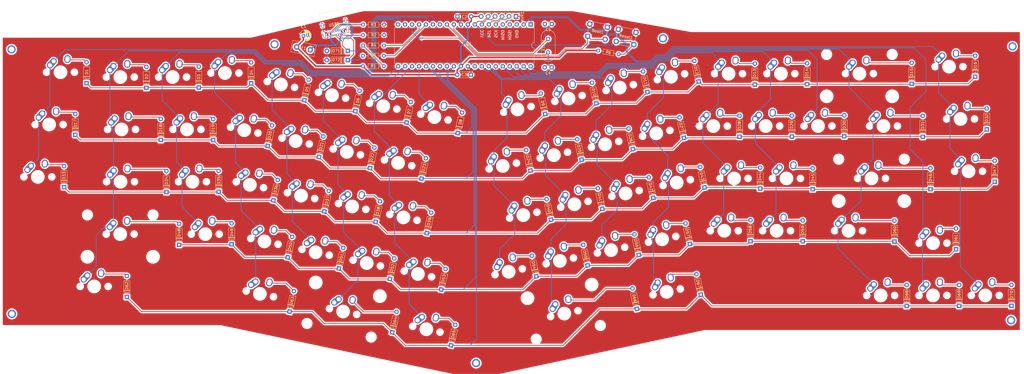
<source format=kicad_pcb>
(kicad_pcb (version 20171130) (host pcbnew "(5.1.9)-1")
  (layers (0 F.Cu signal) (31 B.Cu signal) (34 B.Paste user) (35 F.Paste user) (36 B.SilkS user) (37 F.SilkS user) (38 B.Mask user) (39 F.Mask user) (44 Edge.Cuts user))
  (net 0 "")
  (net 1 GND)
  (net 2 +5V)
  (net 3 "Net-(C4-Pad2)")
  (net 4 "Net-(C5-Pad2)")
  (net 5 "Net-(D3-Pad2)")
  (net 6 row0)
  (net 7 "Net-(D4-Pad2)")
  (net 8 "Net-(D5-Pad2)")
  (net 9 "Net-(D6-Pad2)")
  (net 10 "Net-(D7-Pad2)")
  (net 11 "Net-(D8-Pad2)")
  (net 12 "Net-(D9-Pad2)")
  (net 13 "Net-(D10-Pad2)")
  (net 14 "Net-(D11-Pad2)")
  (net 15 "Net-(D12-Pad2)")
  (net 16 "Net-(D13-Pad2)")
  (net 17 "Net-(D14-Pad2)")
  (net 18 "Net-(D15-Pad2)")
  (net 19 "Net-(D16-Pad2)")
  (net 20 "Net-(D19-Pad2)")
  (net 21 row1)
  (net 22 "Net-(D20-Pad2)")
  (net 23 "Net-(D21-Pad2)")
  (net 24 "Net-(D22-Pad2)")
  (net 25 "Net-(D23-Pad2)")
  (net 26 "Net-(D24-Pad2)")
  (net 27 "Net-(D25-Pad2)")
  (net 28 "Net-(D26-Pad2)")
  (net 29 "Net-(D27-Pad2)")
  (net 30 "Net-(D28-Pad2)")
  (net 31 "Net-(D29-Pad2)")
  (net 32 "Net-(D30-Pad2)")
  (net 33 "Net-(D31-Pad2)")
  (net 34 "Net-(D32-Pad2)")
  (net 35 "Net-(D33-Pad2)")
  (net 36 "Net-(D35-Pad2)")
  (net 37 row2)
  (net 38 "Net-(D36-Pad2)")
  (net 39 "Net-(D37-Pad2)")
  (net 40 "Net-(D38-Pad2)")
  (net 41 "Net-(D39-Pad2)")
  (net 42 "Net-(D40-Pad2)")
  (net 43 "Net-(D41-Pad2)")
  (net 44 "Net-(D42-Pad2)")
  (net 45 "Net-(D43-Pad2)")
  (net 46 "Net-(D44-Pad2)")
  (net 47 "Net-(D45-Pad2)")
  (net 48 "Net-(D46-Pad2)")
  (net 49 "Net-(D47-Pad2)")
  (net 50 "Net-(D48-Pad2)")
  (net 51 "Net-(D51-Pad2)")
  (net 52 "Net-(D52-Pad2)")
  (net 53 "Net-(D53-Pad2)")
  (net 54 "Net-(D54-Pad2)")
  (net 55 "Net-(D55-Pad2)")
  (net 56 "Net-(D56-Pad2)")
  (net 57 "Net-(D57-Pad2)")
  (net 58 "Net-(D58-Pad2)")
  (net 59 "Net-(D59-Pad2)")
  (net 60 "Net-(D61-Pad2)")
  (net 61 "Net-(D62-Pad2)")
  (net 62 "Net-(D64-Pad2)")
  (net 63 "Net-(D66-Pad2)")
  (net 64 "Net-(D67-Pad2)")
  (net 65 "Net-(D68-Pad2)")
  (net 66 VCC)
  (net 67 col0)
  (net 68 col1)
  (net 69 col2)
  (net 70 col3)
  (net 71 col4)
  (net 72 col5)
  (net 73 col6)
  (net 74 col7)
  (net 75 col8)
  (net 76 col9)
  (net 77 col10)
  (net 78 col11)
  (net 79 col12)
  (net 80 col13)
  (net 81 col14)
  (net 82 D-)
  (net 83 D+)
  (net 84 SCK)
  (net 85 MISO)
  (net 86 MOSI)
  (net 87 "Net-(USB1-PadA8)")
  (net 88 "Net-(USB1-PadB8)")
  (net 89 "Net-(U1-Pad5)")
  (net 90 "Net-(U1-Pad4)")
  (net 91 "Net-(U1-Pad3)")
  (net 92 "Net-(U1-Pad32)")
  (net 93 row3)
  (net 94 row4)
  (net 95 "Net-(D18-Pad2)")
  (net 96 "Net-(D49-Pad2)")
  (net 97 "Net-(D50-Pad2)")
  (net 98 "Net-(D63-Pad2)")
  (net 99 "Net-(D65-Pad2)")
  (net 100 RST)
  (net 101 BOOT)
  (net 102 "Net-(D1-Pad2)")
  (net 103 "Net-(D2-Pad2)")
  (net 104 "Net-(D17-Pad2)")
  (net 105 "Net-(D34-Pad2)")
  (net 106 "Net-(D60-Pad2)")
  (net 107 "Net-(D69-Pad2)")
  (net 108 "Net-(D70-Pad2)")
  (net 109 "Net-(D71-Pad1)")
  (net 110 col15)
  (net 111 col17)
  (net 112 col16)
  (net 113 "Net-(R2-Pad1)")
  (net 114 "Net-(R3-Pad1)")
  (net 115 "Net-(D72-Pad1)")
  (module MX_Alps_Hybrid:MX-1U-NoLED (layer F.Cu) (at 359.791 167.005)
    (fp_text reference MX69)
    (fp_text value MX-NoLED)
    (pad "" np_thru_hole circle (at 5.08 0 48.0996) (size 1.75 1.75) (drill 1.75) (layers *.Cu *.Mask))
    (pad "" np_thru_hole circle (at -5.08 0 48.0996) (size 1.75 1.75) (drill 1.75) (layers *.Cu *.Mask))
    (pad 1 thru_hole circle (at -2.5 -4) (size 2.25 2.25) (drill 1.47) (layers *.Cu B.Mask) (net 112 col16))
    (pad "" np_thru_hole circle (at 0 0) (size 3.9878 3.9878) (drill 3.9878) (layers *.Cu *.Mask))
    (pad 1 thru_hole oval (at -3.81 -2.54 48.0996) (size 4.211556 2.25) (drill 1.47 (offset 0.980778 0)) (layers *.Cu B.Mask) (net 112 col16))
    (pad 2 thru_hole circle (at 2.54 -5.08) (size 2.25 2.25) (drill 1.47) (layers *.Cu B.Mask) (net 107 "Net-(D69-Pad2)"))
    (pad 2 thru_hole oval (at 2.5 -4.5 86.0548) (size 2.831378 2.25) (drill 1.47 (offset 0.290689 0)) (layers *.Cu B.Mask) (net 107 "Net-(D69-Pad2)"))
  )
  (module MX_Alps_Hybrid:MX-1U-NoLED (layer F.Cu) (at 178.2445 102.0572 348)
    (fp_text reference MX8)
    (fp_text value MX-NoLED)
    (pad "" np_thru_hole circle (at 5.08 0 36.0996) (size 1.75 1.75) (drill 1.75) (layers *.Cu *.Mask))
    (pad "" np_thru_hole circle (at -5.08 0 36.0996) (size 1.75 1.75) (drill 1.75) (layers *.Cu *.Mask))
    (pad 1 thru_hole circle (at -2.5 -4 348) (size 2.25 2.25) (drill 1.47) (layers *.Cu B.Mask) (net 74 col7))
    (pad "" np_thru_hole circle (at 0 0 348) (size 3.9878 3.9878) (drill 3.9878) (layers *.Cu *.Mask))
    (pad 1 thru_hole oval (at -3.81 -2.54 36.0996) (size 4.211556 2.25) (drill 1.47 (offset 0.980778 0)) (layers *.Cu B.Mask) (net 74 col7))
    (pad 2 thru_hole circle (at 2.54 -5.08 348) (size 2.25 2.25) (drill 1.47) (layers *.Cu B.Mask) (net 11 "Net-(D8-Pad2)"))
    (pad 2 thru_hole oval (at 2.5 -4.5 74.0548) (size 2.831378 2.25) (drill 1.47 (offset 0.290689 0)) (layers *.Cu B.Mask) (net 11 "Net-(D8-Pad2)"))
  )
  (module MX_Alps_Hybrid:MX-1U-NoLED (layer F.Cu) (at 42.0878 85.73135)
    (fp_text reference MX1)
    (fp_text value MX-NoLED)
    (pad "" np_thru_hole circle (at 5.08 0 48.0996) (size 1.75 1.75) (drill 1.75) (layers *.Cu *.Mask))
    (pad "" np_thru_hole circle (at -5.08 0 48.0996) (size 1.75 1.75) (drill 1.75) (layers *.Cu *.Mask))
    (pad 1 thru_hole circle (at -2.5 -4) (size 2.25 2.25) (drill 1.47) (layers *.Cu B.Mask) (net 67 col0))
    (pad "" np_thru_hole circle (at 0 0) (size 3.9878 3.9878) (drill 3.9878) (layers *.Cu *.Mask))
    (pad 1 thru_hole oval (at -3.81 -2.54 48.0996) (size 4.211556 2.25) (drill 1.47 (offset 0.980778 0)) (layers *.Cu B.Mask) (net 67 col0))
    (pad 2 thru_hole circle (at 2.54 -5.08) (size 2.25 2.25) (drill 1.47) (layers *.Cu B.Mask) (net 102 "Net-(D1-Pad2)"))
    (pad 2 thru_hole oval (at 2.5 -4.5 86.0548) (size 2.831378 2.25) (drill 1.47 (offset 0.290689 0)) (layers *.Cu B.Mask) (net 102 "Net-(D1-Pad2)"))
  )
  (module Package_DIP:DIP-40_W15.24mm (layer F.Cu) (at 213.2838 68.33235 270)
    (fp_text reference U1 (at 7.13105 22.4536 180) (layer F.SilkS))
    (fp_text value ATmega32A-PU)
    (pad 40 thru_hole oval (at 15.24 0 270) (size 1.6 1.6) (drill 0.8) (layers *.Cu *.Mask) (net 110 col15))
    (pad 20 thru_hole oval (at 0 48.26 270) (size 1.6 1.6) (drill 0.8) (layers *.Cu *.Mask) (net 70 col3))
    (pad 39 thru_hole oval (at 15.24 2.54 270) (size 1.6 1.6) (drill 0.8) (layers *.Cu *.Mask) (net 81 col14))
    (pad 19 thru_hole oval (at 0 45.72 270) (size 1.6 1.6) (drill 0.8) (layers *.Cu *.Mask) (net 69 col2))
    (pad 38 thru_hole oval (at 15.24 5.08 270) (size 1.6 1.6) (drill 0.8) (layers *.Cu *.Mask) (net 80 col13))
    (pad 18 thru_hole oval (at 0 43.18 270) (size 1.6 1.6) (drill 0.8) (layers *.Cu *.Mask) (net 101 BOOT))
    (pad 37 thru_hole oval (at 15.24 7.62 270) (size 1.6 1.6) (drill 0.8) (layers *.Cu *.Mask) (net 79 col12))
    (pad 17 thru_hole oval (at 0 40.64 270) (size 1.6 1.6) (drill 0.8) (layers *.Cu *.Mask) (net 82 D-))
    (pad 36 thru_hole oval (at 15.24 10.16 270) (size 1.6 1.6) (drill 0.8) (layers *.Cu *.Mask) (net 78 col11))
    (pad 16 thru_hole oval (at 0 38.1 270) (size 1.6 1.6) (drill 0.8) (layers *.Cu *.Mask) (net 83 D+))
    (pad 35 thru_hole oval (at 15.24 12.7 270) (size 1.6 1.6) (drill 0.8) (layers *.Cu *.Mask) (net 77 col10))
    (pad 15 thru_hole oval (at 0 35.56 270) (size 1.6 1.6) (drill 0.8) (layers *.Cu *.Mask) (net 68 col1))
    (pad 34 thru_hole oval (at 15.24 15.24 270) (size 1.6 1.6) (drill 0.8) (layers *.Cu *.Mask) (net 76 col9))
    (pad 14 thru_hole oval (at 0 33.02 270) (size 1.6 1.6) (drill 0.8) (layers *.Cu *.Mask) (net 67 col0))
    (pad 33 thru_hole oval (at 15.24 17.78 270) (size 1.6 1.6) (drill 0.8) (layers *.Cu *.Mask) (net 75 col8))
    (pad 13 thru_hole oval (at 0 30.48 270) (size 1.6 1.6) (drill 0.8) (layers *.Cu *.Mask) (net 3 "Net-(C4-Pad2)"))
    (pad 32 thru_hole oval (at 15.24 20.32 270) (size 1.6 1.6) (drill 0.8) (layers *.Cu *.Mask) (net 92 "Net-(U1-Pad32)"))
    (pad 12 thru_hole oval (at 0 27.94 270) (size 1.6 1.6) (drill 0.8) (layers *.Cu *.Mask) (net 4 "Net-(C5-Pad2)"))
    (pad 31 thru_hole oval (at 15.24 22.86 270) (size 1.6 1.6) (drill 0.8) (layers *.Cu *.Mask) (net 1 GND))
    (pad 11 thru_hole oval (at 0 25.4 270) (size 1.6 1.6) (drill 0.8) (layers *.Cu *.Mask) (net 1 GND))
    (pad 30 thru_hole oval (at 15.24 25.4 270) (size 1.6 1.6) (drill 0.8) (layers *.Cu *.Mask) (net 2 +5V))
    (pad 10 thru_hole oval (at 0 22.86 270) (size 1.6 1.6) (drill 0.8) (layers *.Cu *.Mask) (net 2 +5V))
    (pad 29 thru_hole oval (at 15.24 27.94 270) (size 1.6 1.6) (drill 0.8) (layers *.Cu *.Mask) (net 94 row4))
    (pad 9 thru_hole oval (at 0 20.32 270) (size 1.6 1.6) (drill 0.8) (layers *.Cu *.Mask) (net 100 RST))
    (pad 28 thru_hole oval (at 15.24 30.48 270) (size 1.6 1.6) (drill 0.8) (layers *.Cu *.Mask) (net 93 row3))
    (pad 8 thru_hole oval (at 0 17.78 270) (size 1.6 1.6) (drill 0.8) (layers *.Cu *.Mask) (net 84 SCK))
    (pad 27 thru_hole oval (at 15.24 33.02 270) (size 1.6 1.6) (drill 0.8) (layers *.Cu *.Mask) (net 37 row2))
    (pad 7 thru_hole oval (at 0 15.24 270) (size 1.6 1.6) (drill 0.8) (layers *.Cu *.Mask) (net 85 MISO))
    (pad 26 thru_hole oval (at 15.24 35.56 270) (size 1.6 1.6) (drill 0.8) (layers *.Cu *.Mask) (net 21 row1))
    (pad 6 thru_hole oval (at 0 12.7 270) (size 1.6 1.6) (drill 0.8) (layers *.Cu *.Mask) (net 86 MOSI))
    (pad 25 thru_hole oval (at 15.24 38.1 270) (size 1.6 1.6) (drill 0.8) (layers *.Cu *.Mask) (net 6 row0))
    (pad 5 thru_hole oval (at 0 10.16 270) (size 1.6 1.6) (drill 0.8) (layers *.Cu *.Mask) (net 89 "Net-(U1-Pad5)"))
    (pad 24 thru_hole oval (at 15.24 40.64 270) (size 1.6 1.6) (drill 0.8) (layers *.Cu *.Mask) (net 74 col7))
    (pad 4 thru_hole oval (at 0 7.62 270) (size 1.6 1.6) (drill 0.8) (layers *.Cu *.Mask) (net 90 "Net-(U1-Pad4)"))
    (pad 23 thru_hole oval (at 15.24 43.18 270) (size 1.6 1.6) (drill 0.8) (layers *.Cu *.Mask) (net 73 col6))
    (pad 3 thru_hole oval (at 0 5.08 270) (size 1.6 1.6) (drill 0.8) (layers *.Cu *.Mask) (net 91 "Net-(U1-Pad3)"))
    (pad 22 thru_hole oval (at 15.24 45.72 270) (size 1.6 1.6) (drill 0.8) (layers *.Cu *.Mask) (net 72 col5))
    (pad 2 thru_hole oval (at 0 2.54 270) (size 1.6 1.6) (drill 0.8) (layers *.Cu *.Mask) (net 111 col17))
    (pad 21 thru_hole oval (at 15.24 48.26 270) (size 1.6 1.6) (drill 0.8) (layers *.Cu *.Mask) (net 71 col4))
    (pad 1 thru_hole rect (at 0 0 270) (size 1.6 1.6) (drill 0.8) (layers *.Cu *.Mask) (net 112 col16))
  )
  (module MX_Alps_Hybrid:MX-1.75U-NoLED (layer F.Cu) (at 329.0443 143.4592)
    (fp_text reference MX60)
    (fp_text value MX-NoLED)
    (pad "" np_thru_hole circle (at 5.08 0 48.0996) (size 1.75 1.75) (drill 1.75) (layers *.Cu *.Mask))
    (pad "" np_thru_hole circle (at -5.08 0 48.0996) (size 1.75 1.75) (drill 1.75) (layers *.Cu *.Mask))
    (pad 1 thru_hole circle (at -2.5 -4) (size 2.25 2.25) (drill 1.47) (layers *.Cu B.Mask) (net 110 col15))
    (pad "" np_thru_hole circle (at 0 0) (size 3.9878 3.9878) (drill 3.9878) (layers *.Cu *.Mask))
    (pad 1 thru_hole oval (at -3.81 -2.54 48.0996) (size 4.211556 2.25) (drill 1.47 (offset 0.980778 0)) (layers *.Cu B.Mask) (net 110 col15))
    (pad 2 thru_hole circle (at 2.54 -5.08) (size 2.25 2.25) (drill 1.47) (layers *.Cu B.Mask) (net 106 "Net-(D60-Pad2)"))
    (pad 2 thru_hole oval (at 2.5 -4.5 86.0548) (size 2.831378 2.25) (drill 1.47 (offset 0.290689 0)) (layers *.Cu B.Mask) (net 106 "Net-(D60-Pad2)"))
  )
  (module Connector_USB:USB_C_Receptacle_GCT_USB4085 (layer F.Cu) (at 145.471725 71.438575 192)
    (fp_text reference USB1 (at 3.002941 3.859358 12) (layer F.SilkS))
    (fp_text value USB_C_Receptacle_USB2.0)
    (pad A1 thru_hole circle (at 0 0 192) (size 0.7 0.7) (drill 0.4) (layers *.Cu *.Mask) (net 1 GND))
    (pad A4 thru_hole circle (at 0.85 0 192) (size 0.7 0.7) (drill 0.4) (layers *.Cu *.Mask) (net 66 VCC))
    (pad A5 thru_hole circle (at 1.7 0 192) (size 0.7 0.7) (drill 0.4) (layers *.Cu *.Mask) (net 113 "Net-(R2-Pad1)"))
    (pad A6 thru_hole circle (at 2.55 0 192) (size 0.7 0.7) (drill 0.4) (layers *.Cu *.Mask) (net 115 "Net-(D72-Pad1)"))
    (pad A7 thru_hole circle (at 3.4 0 192) (size 0.7 0.7) (drill 0.4) (layers *.Cu *.Mask) (net 109 "Net-(D71-Pad1)"))
    (pad A8 thru_hole circle (at 4.25 0 192) (size 0.7 0.7) (drill 0.4) (layers *.Cu *.Mask) (net 87 "Net-(USB1-PadA8)"))
    (pad A9 thru_hole circle (at 5.1 0 192) (size 0.7 0.7) (drill 0.4) (layers *.Cu *.Mask) (net 66 VCC))
    (pad A12 thru_hole circle (at 5.95 0 192) (size 0.7 0.7) (drill 0.4) (layers *.Cu *.Mask) (net 1 GND))
    (pad B9 thru_hole circle (at 0.85 1.35 192) (size 0.7 0.7) (drill 0.4) (layers *.Cu *.Mask) (net 66 VCC))
    (pad B7 thru_hole circle (at 2.55 1.35 192) (size 0.7 0.7) (drill 0.4) (layers *.Cu *.Mask) (net 109 "Net-(D71-Pad1)"))
    (pad B8 thru_hole circle (at 1.7 1.35 192) (size 0.7 0.7) (drill 0.4) (layers *.Cu *.Mask) (net 88 "Net-(USB1-PadB8)"))
    (pad B12 thru_hole circle (at 0 1.35 192) (size 0.7 0.7) (drill 0.4) (layers *.Cu *.Mask) (net 1 GND))
    (pad B5 thru_hole circle (at 4.25 1.35 192) (size 0.7 0.7) (drill 0.4) (layers *.Cu *.Mask) (net 114 "Net-(R3-Pad1)"))
    (pad B4 thru_hole circle (at 5.1 1.35 192) (size 0.7 0.7) (drill 0.4) (layers *.Cu *.Mask) (net 66 VCC))
    (pad B1 thru_hole circle (at 5.95 1.35 192) (size 0.7 0.7) (drill 0.4) (layers *.Cu *.Mask) (net 1 GND))
    (pad B6 thru_hole circle (at 3.4 1.35 192) (size 0.7 0.7) (drill 0.4) (layers *.Cu *.Mask) (net 115 "Net-(D72-Pad1)"))
    (pad S1 thru_hole oval (at -1.35 0.98 192) (size 0.9 2.4) (drill oval 0.6 2.1) (layers *.Cu *.Mask) (net 1 GND))
    (pad S1 thru_hole oval (at 7.3 0.98 192) (size 0.9 2.4) (drill oval 0.6 2.1) (layers *.Cu *.Mask) (net 1 GND))
    (pad S1 thru_hole oval (at -1.35 4.36 192) (size 0.9 1.7) (drill oval 0.6 1.4) (layers *.Cu *.Mask) (net 1 GND))
    (pad S1 thru_hole oval (at 7.3 4.36 192) (size 0.9 1.7) (drill oval 0.6 1.4) (layers *.Cu *.Mask) (net 1 GND))
  )
  (module Resistor_THT:R_Axial_DIN0204_L3.6mm_D1.6mm_P7.62mm_Horizontal (layer F.Cu) (at 237.871 77.851 350)
    (fp_text reference R6 (at 3.7465 0.0127 170) (layer F.SilkS))
    (fp_text value 10k)
    (pad 2 thru_hole oval (at 7.62 0 350) (size 1.4 1.4) (drill 0.7) (layers *.Cu *.Mask) (net 100 RST))
    (pad 1 thru_hole circle (at 0 0 350) (size 1.4 1.4) (drill 0.7) (layers *.Cu *.Mask) (net 2 +5V))
  )
  (module Resistor_THT:R_Axial_DIN0204_L3.6mm_D1.6mm_P7.62mm_Horizontal (layer F.Cu) (at 152.273 75.9968)
    (fp_text reference R4 (at 3.8227 -0.0508) (layer F.SilkS))
    (fp_text value 75R)
    (pad 2 thru_hole oval (at 7.62 0) (size 1.4 1.4) (drill 0.7) (layers *.Cu *.Mask) (net 82 D-))
    (pad 1 thru_hole circle (at 0 0) (size 1.4 1.4) (drill 0.7) (layers *.Cu *.Mask) (net 109 "Net-(D71-Pad1)"))
  )
  (module Resistor_THT:R_Axial_DIN0204_L3.6mm_D1.6mm_P7.62mm_Horizontal (layer F.Cu) (at 152.2095 79.7433)
    (fp_text reference R5 (at 3.8862 0.0381) (layer F.SilkS))
    (fp_text value 75R)
    (pad 2 thru_hole oval (at 7.62 0) (size 1.4 1.4) (drill 0.7) (layers *.Cu *.Mask) (net 83 D+))
    (pad 1 thru_hole circle (at 0 0) (size 1.4 1.4) (drill 0.7) (layers *.Cu *.Mask) (net 115 "Net-(D72-Pad1)"))
  )
  (module Resistor_THT:R_Axial_DIN0204_L3.6mm_D1.6mm_P7.62mm_Horizontal (layer F.Cu) (at 152.2984 68.3895)
    (fp_text reference R3 (at 3.7592 0.0381) (layer F.SilkS))
    (fp_text value 5.1K)
    (pad 2 thru_hole oval (at 7.62 0) (size 1.4 1.4) (drill 0.7) (layers *.Cu *.Mask) (net 1 GND))
    (pad 1 thru_hole circle (at 0 0) (size 1.4 1.4) (drill 0.7) (layers *.Cu *.Mask) (net 114 "Net-(R3-Pad1)"))
  )
  (module Resistor_THT:R_Axial_DIN0204_L3.6mm_D1.6mm_P7.62mm_Horizontal (layer F.Cu) (at 152.2857 72.1868)
    (fp_text reference R2 (at 3.8989 0) (layer F.SilkS))
    (fp_text value 5.1K)
    (pad 2 thru_hole oval (at 7.62 0) (size 1.4 1.4) (drill 0.7) (layers *.Cu *.Mask) (net 1 GND))
    (pad 1 thru_hole circle (at 0 0) (size 1.4 1.4) (drill 0.7) (layers *.Cu *.Mask) (net 113 "Net-(R2-Pad1)"))
  )
  (module Resistor_THT:R_Axial_DIN0204_L3.6mm_D1.6mm_P7.62mm_Horizontal (layer F.Cu) (at 152.2095 83.5152)
    (fp_text reference R1 (at 3.7719 -0.01905) (layer F.SilkS))
    (fp_text value 1.5K)
    (pad 2 thru_hole oval (at 7.62 0) (size 1.4 1.4) (drill 0.7) (layers *.Cu *.Mask) (net 109 "Net-(D71-Pad1)"))
    (pad 1 thru_hole circle (at 0 0) (size 1.4 1.4) (drill 0.7) (layers *.Cu *.Mask) (net 2 +5V))
  )
  (module Capacitor_THT:C_Disc_D3.0mm_W1.6mm_P2.50mm (layer F.Cu) (at 220.98 68.16725 180)
    (fp_text reference C5 (at 1.25 -2.05) (layer F.SilkS))
    (fp_text value 22p)
    (pad 2 thru_hole circle (at 2.5 0 180) (size 1.6 1.6) (drill 0.8) (layers *.Cu *.Mask) (net 4 "Net-(C5-Pad2)"))
    (pad 1 thru_hole circle (at 0 0 180) (size 1.6 1.6) (drill 0.8) (layers *.Cu *.Mask) (net 1 GND))
  )
  (module Capacitor_THT:C_Disc_D3.0mm_W1.6mm_P2.50mm (layer F.Cu) (at 220.9165 83.97875 180)
    (fp_text reference C4 (at 1.25 -2.05) (layer F.SilkS))
    (fp_text value 22p)
    (pad 2 thru_hole circle (at 2.5 0 180) (size 1.6 1.6) (drill 0.8) (layers *.Cu *.Mask) (net 3 "Net-(C4-Pad2)"))
    (pad 1 thru_hole circle (at 0 0 180) (size 1.6 1.6) (drill 0.8) (layers *.Cu *.Mask) (net 1 GND))
  )
  (module Capacitor_THT:C_Disc_D4.3mm_W1.9mm_P5.00mm (layer F.Cu) (at 186.5249 86.63305)
    (fp_text reference C3 (at 2.5527 -0.03175) (layer F.SilkS))
    (fp_text value 0.1u)
    (pad 2 thru_hole circle (at 5 0) (size 1.6 1.6) (drill 0.8) (layers *.Cu *.Mask) (net 1 GND))
    (pad 1 thru_hole circle (at 0 0) (size 1.6 1.6) (drill 0.8) (layers *.Cu *.Mask) (net 2 +5V))
  )
  (module Capacitor_THT:C_Disc_D4.3mm_W1.9mm_P5.00mm (layer F.Cu) (at 191.643 65.4177 180)
    (fp_text reference C2 (at 2.4892 -0.12065) (layer F.SilkS))
    (fp_text value 0.1u)
    (pad 2 thru_hole circle (at 5 0 180) (size 1.6 1.6) (drill 0.8) (layers *.Cu *.Mask) (net 1 GND))
    (pad 1 thru_hole circle (at 0 0 180) (size 1.6 1.6) (drill 0.8) (layers *.Cu *.Mask) (net 2 +5V))
  )
  (module MX_Alps_Hybrid:MX-1.5U-NoLED (layer F.Cu) (at 64.3255 106.553)
    (fp_text reference MX18)
    (fp_text value MX-NoLED)
    (pad "" np_thru_hole circle (at 5.08 0 48.0996) (size 1.75 1.75) (drill 1.75) (layers *.Cu *.Mask))
    (pad "" np_thru_hole circle (at -5.08 0 48.0996) (size 1.75 1.75) (drill 1.75) (layers *.Cu *.Mask))
    (pad 1 thru_hole circle (at -2.5 -4) (size 2.25 2.25) (drill 1.47) (layers *.Cu B.Mask) (net 68 col1))
    (pad "" np_thru_hole circle (at 0 0) (size 3.9878 3.9878) (drill 3.9878) (layers *.Cu *.Mask))
    (pad 1 thru_hole oval (at -3.81 -2.54 48.0996) (size 4.211556 2.25) (drill 1.47 (offset 0.980778 0)) (layers *.Cu B.Mask) (net 68 col1))
    (pad 2 thru_hole circle (at 2.54 -5.08) (size 2.25 2.25) (drill 1.47) (layers *.Cu B.Mask) (net 95 "Net-(D18-Pad2)"))
    (pad 2 thru_hole oval (at 2.5 -4.5 86.0548) (size 2.831378 2.25) (drill 1.47 (offset 0.290689 0)) (layers *.Cu B.Mask) (net 95 "Net-(D18-Pad2)"))
  )
  (module MX_Alps_Hybrid:MX-2U-NoLED (layer F.Cu) (at 333.0067 86.2457)
    (fp_text reference MX15)
    (fp_text value MX-NoLED)
    (pad "" np_thru_hole circle (at 11.938 8.255) (size 3.9878 3.9878) (drill 3.9878) (layers *.Cu *.Mask))
    (pad "" np_thru_hole circle (at -11.938 8.255) (size 3.9878 3.9878) (drill 3.9878) (layers *.Cu *.Mask))
    (pad "" np_thru_hole circle (at 11.938 -6.985) (size 3.048 3.048) (drill 3.048) (layers *.Cu *.Mask))
    (pad "" np_thru_hole circle (at -11.938 -6.985) (size 3.048 3.048) (drill 3.048) (layers *.Cu *.Mask))
    (pad "" np_thru_hole circle (at 5.08 0 48.0996) (size 1.75 1.75) (drill 1.75) (layers *.Cu *.Mask))
    (pad "" np_thru_hole circle (at -5.08 0 48.0996) (size 1.75 1.75) (drill 1.75) (layers *.Cu *.Mask))
    (pad 1 thru_hole circle (at -2.5 -4) (size 2.25 2.25) (drill 1.47) (layers *.Cu B.Mask) (net 110 col15))
    (pad "" np_thru_hole circle (at 0 0) (size 3.9878 3.9878) (drill 3.9878) (layers *.Cu *.Mask))
    (pad 1 thru_hole oval (at -3.81 -2.54 48.0996) (size 4.211556 2.25) (drill 1.47 (offset 0.980778 0)) (layers *.Cu B.Mask) (net 110 col15))
    (pad 2 thru_hole circle (at 2.54 -5.08) (size 2.25 2.25) (drill 1.47) (layers *.Cu B.Mask) (net 18 "Net-(D15-Pad2)"))
    (pad 2 thru_hole oval (at 2.5 -4.5 86.0548) (size 2.831378 2.25) (drill 1.47 (offset 0.290689 0)) (layers *.Cu B.Mask) (net 18 "Net-(D15-Pad2)"))
  )
  (module MX_Alps_Hybrid:MX-1.5U-NoLED (layer F.Cu) (at 341.7697 105.3211)
    (fp_text reference MX31)
    (fp_text value MX-NoLED)
    (pad "" np_thru_hole circle (at 5.08 0 48.0996) (size 1.75 1.75) (drill 1.75) (layers *.Cu *.Mask))
    (pad "" np_thru_hole circle (at -5.08 0 48.0996) (size 1.75 1.75) (drill 1.75) (layers *.Cu *.Mask))
    (pad 1 thru_hole circle (at -2.5 -4) (size 2.25 2.25) (drill 1.47) (layers *.Cu B.Mask) (net 110 col15))
    (pad "" np_thru_hole circle (at 0 0) (size 3.9878 3.9878) (drill 3.9878) (layers *.Cu *.Mask))
    (pad 1 thru_hole oval (at -3.81 -2.54 48.0996) (size 4.211556 2.25) (drill 1.47 (offset 0.980778 0)) (layers *.Cu B.Mask) (net 110 col15))
    (pad 2 thru_hole circle (at 2.54 -5.08) (size 2.25 2.25) (drill 1.47) (layers *.Cu B.Mask) (net 33 "Net-(D31-Pad2)"))
    (pad 2 thru_hole oval (at 2.5 -4.5 86.0548) (size 2.831378 2.25) (drill 1.47 (offset 0.290689 0)) (layers *.Cu B.Mask) (net 33 "Net-(D31-Pad2)"))
  )
  (module MX_Alps_Hybrid:MX-1.75U-NoLED (layer F.Cu) (at 63.9572 125.603)
    (fp_text reference MX34)
    (fp_text value MX-NoLED)
    (pad "" np_thru_hole circle (at 5.08 0 48.0996) (size 1.75 1.75) (drill 1.75) (layers *.Cu *.Mask))
    (pad "" np_thru_hole circle (at -5.08 0 48.0996) (size 1.75 1.75) (drill 1.75) (layers *.Cu *.Mask))
    (pad 1 thru_hole circle (at -2.5 -4) (size 2.25 2.25) (drill 1.47) (layers *.Cu B.Mask) (net 68 col1))
    (pad "" np_thru_hole circle (at 0 0) (size 3.9878 3.9878) (drill 3.9878) (layers *.Cu *.Mask))
    (pad 1 thru_hole oval (at -3.81 -2.54 48.0996) (size 4.211556 2.25) (drill 1.47 (offset 0.980778 0)) (layers *.Cu B.Mask) (net 68 col1))
    (pad 2 thru_hole circle (at 2.54 -5.08) (size 2.25 2.25) (drill 1.47) (layers *.Cu B.Mask) (net 105 "Net-(D34-Pad2)"))
    (pad 2 thru_hole oval (at 2.5 -4.5 86.0548) (size 2.831378 2.25) (drill 1.47 (offset 0.290689 0)) (layers *.Cu B.Mask) (net 105 "Net-(D34-Pad2)"))
  )
  (module MX_Alps_Hybrid:MX-2.25U-NoLED (layer F.Cu) (at 337.4136 124.3838)
    (fp_text reference MX46)
    (fp_text value MX-NoLED)
    (pad 2 thru_hole oval (at 2.5 -4.5 86.0548) (size 2.831378 2.25) (drill 1.47 (offset 0.290689 0)) (layers *.Cu B.Mask) (net 48 "Net-(D46-Pad2)"))
    (pad 2 thru_hole circle (at 2.54 -5.08) (size 2.25 2.25) (drill 1.47) (layers *.Cu B.Mask) (net 48 "Net-(D46-Pad2)"))
    (pad 1 thru_hole oval (at -3.81 -2.54 48.0996) (size 4.211556 2.25) (drill 1.47 (offset 0.980778 0)) (layers *.Cu B.Mask) (net 110 col15))
    (pad "" np_thru_hole circle (at 0 0) (size 3.9878 3.9878) (drill 3.9878) (layers *.Cu *.Mask))
    (pad 1 thru_hole circle (at -2.5 -4) (size 2.25 2.25) (drill 1.47) (layers *.Cu B.Mask) (net 110 col15))
    (pad "" np_thru_hole circle (at -5.08 0 48.0996) (size 1.75 1.75) (drill 1.75) (layers *.Cu *.Mask))
    (pad "" np_thru_hole circle (at 5.08 0 48.0996) (size 1.75 1.75) (drill 1.75) (layers *.Cu *.Mask))
    (pad "" np_thru_hole circle (at -11.938 -6.985) (size 3.048 3.048) (drill 3.048) (layers *.Cu *.Mask))
    (pad "" np_thru_hole circle (at 11.938 -6.985) (size 3.048 3.048) (drill 3.048) (layers *.Cu *.Mask))
    (pad "" np_thru_hole circle (at -11.938 8.255) (size 3.9878 3.9878) (drill 3.9878) (layers *.Cu *.Mask))
    (pad "" np_thru_hole circle (at 11.938 8.255) (size 3.9878 3.9878) (drill 3.9878) (layers *.Cu *.Mask))
  )
  (module MX_Alps_Hybrid:MX-2.25U-NoLED (layer F.Cu) (at 63.8429 144.6784)
    (fp_text reference MX48)
    (fp_text value MX-NoLED)
    (pad "" np_thru_hole circle (at 11.938 8.255) (size 3.9878 3.9878) (drill 3.9878) (layers *.Cu *.Mask))
    (pad "" np_thru_hole circle (at -11.938 8.255) (size 3.9878 3.9878) (drill 3.9878) (layers *.Cu *.Mask))
    (pad "" np_thru_hole circle (at 11.938 -6.985) (size 3.048 3.048) (drill 3.048) (layers *.Cu *.Mask))
    (pad "" np_thru_hole circle (at -11.938 -6.985) (size 3.048 3.048) (drill 3.048) (layers *.Cu *.Mask))
    (pad "" np_thru_hole circle (at 5.08 0 48.0996) (size 1.75 1.75) (drill 1.75) (layers *.Cu *.Mask))
    (pad "" np_thru_hole circle (at -5.08 0 48.0996) (size 1.75 1.75) (drill 1.75) (layers *.Cu *.Mask))
    (pad 1 thru_hole circle (at -2.5 -4) (size 2.25 2.25) (drill 1.47) (layers *.Cu B.Mask) (net 68 col1))
    (pad "" np_thru_hole circle (at 0 0) (size 3.9878 3.9878) (drill 3.9878) (layers *.Cu *.Mask))
    (pad 1 thru_hole oval (at -3.81 -2.54 48.0996) (size 4.211556 2.25) (drill 1.47 (offset 0.980778 0)) (layers *.Cu B.Mask) (net 68 col1))
    (pad 2 thru_hole circle (at 2.54 -5.08) (size 2.25 2.25) (drill 1.47) (layers *.Cu B.Mask) (net 50 "Net-(D48-Pad2)"))
    (pad 2 thru_hole oval (at 2.5 -4.5 86.0548) (size 2.831378 2.25) (drill 1.47 (offset 0.290689 0)) (layers *.Cu B.Mask) (net 50 "Net-(D48-Pad2)"))
  )
  (module MX_Alps_Hybrid:MX-1.25U-NoLED (layer F.Cu) (at 54.356 163.7284)
    (fp_text reference MX62)
    (fp_text value MX-NoLED)
    (pad "" np_thru_hole circle (at 5.08 0 48.0996) (size 1.75 1.75) (drill 1.75) (layers *.Cu *.Mask))
    (pad "" np_thru_hole circle (at -5.08 0 48.0996) (size 1.75 1.75) (drill 1.75) (layers *.Cu *.Mask))
    (pad 1 thru_hole circle (at -2.5 -4) (size 2.25 2.25) (drill 1.47) (layers *.Cu B.Mask) (net 68 col1))
    (pad "" np_thru_hole circle (at 0 0) (size 3.9878 3.9878) (drill 3.9878) (layers *.Cu *.Mask))
    (pad 1 thru_hole oval (at -3.81 -2.54 48.0996) (size 4.211556 2.25) (drill 1.47 (offset 0.980778 0)) (layers *.Cu B.Mask) (net 68 col1))
    (pad 2 thru_hole circle (at 2.54 -5.08) (size 2.25 2.25) (drill 1.47) (layers *.Cu B.Mask) (net 61 "Net-(D62-Pad2)"))
    (pad 2 thru_hole oval (at 2.5 -4.5 86.0548) (size 2.831378 2.25) (drill 1.47 (offset 0.290689 0)) (layers *.Cu B.Mask) (net 61 "Net-(D62-Pad2)"))
  )
  (module MX_Alps_Hybrid:MX-1.25U-NoLED (layer F.Cu) (at 114.6937 166.4335 348)
    (fp_text reference MX63)
    (fp_text value MX-NoLED)
    (pad "" np_thru_hole circle (at 5.08 0 36.0996) (size 1.75 1.75) (drill 1.75) (layers *.Cu *.Mask))
    (pad "" np_thru_hole circle (at -5.08 0 36.0996) (size 1.75 1.75) (drill 1.75) (layers *.Cu *.Mask))
    (pad 1 thru_hole circle (at -2.5 -4 348) (size 2.25 2.25) (drill 1.47) (layers *.Cu B.Mask) (net 70 col3))
    (pad "" np_thru_hole circle (at 0 0 348) (size 3.9878 3.9878) (drill 3.9878) (layers *.Cu *.Mask))
    (pad 1 thru_hole oval (at -3.81 -2.54 36.0996) (size 4.211556 2.25) (drill 1.47 (offset 0.980778 0)) (layers *.Cu B.Mask) (net 70 col3))
    (pad 2 thru_hole circle (at 2.54 -5.08 348) (size 2.25 2.25) (drill 1.47) (layers *.Cu B.Mask) (net 98 "Net-(D63-Pad2)"))
    (pad 2 thru_hole oval (at 2.5 -4.5 74.0548) (size 2.831378 2.25) (drill 1.47 (offset 0.290689 0)) (layers *.Cu B.Mask) (net 98 "Net-(D63-Pad2)"))
  )
  (module MX_Alps_Hybrid:MX-2U-ReversedStabilizers-NoLED (layer F.Cu) (at 144.9832 172.8597 348)
    (fp_text reference MX64)
    (fp_text value MX-NoLED)
    (pad "" np_thru_hole circle (at 11.938 -8.255 348) (size 3.9878 3.9878) (drill 3.9878) (layers *.Cu *.Mask))
    (pad "" np_thru_hole circle (at -11.938 -8.255 348) (size 3.9878 3.9878) (drill 3.9878) (layers *.Cu *.Mask))
    (pad "" np_thru_hole circle (at 11.938 6.985 348) (size 3.048 3.048) (drill 3.048) (layers *.Cu *.Mask))
    (pad "" np_thru_hole circle (at -11.938 6.985 348) (size 3.048 3.048) (drill 3.048) (layers *.Cu *.Mask))
    (pad "" np_thru_hole circle (at 5.08 0 36.0996) (size 1.75 1.75) (drill 1.75) (layers *.Cu *.Mask))
    (pad "" np_thru_hole circle (at -5.08 0 36.0996) (size 1.75 1.75) (drill 1.75) (layers *.Cu *.Mask))
    (pad 1 thru_hole circle (at -2.5 -4 348) (size 2.25 2.25) (drill 1.47) (layers *.Cu B.Mask) (net 72 col5))
    (pad "" np_thru_hole circle (at 0 0 348) (size 3.9878 3.9878) (drill 3.9878) (layers *.Cu *.Mask))
    (pad 1 thru_hole oval (at -3.81 -2.54 36.0996) (size 4.211556 2.25) (drill 1.47 (offset 0.980778 0)) (layers *.Cu B.Mask) (net 72 col5))
    (pad 2 thru_hole circle (at 2.54 -5.08 348) (size 2.25 2.25) (drill 1.47) (layers *.Cu B.Mask) (net 62 "Net-(D64-Pad2)"))
    (pad 2 thru_hole oval (at 2.5 -4.5 74.0548) (size 2.831378 2.25) (drill 1.47 (offset 0.290689 0)) (layers *.Cu B.Mask) (net 62 "Net-(D64-Pad2)"))
  )
  (module MX_Alps_Hybrid:MX-1.25U-NoLED (layer F.Cu) (at 175.3108 179.3113 348)
    (fp_text reference MX65)
    (fp_text value MX-NoLED)
    (pad "" np_thru_hole circle (at 5.08 0 36.0996) (size 1.75 1.75) (drill 1.75) (layers *.Cu *.Mask))
    (pad "" np_thru_hole circle (at -5.08 0 36.0996) (size 1.75 1.75) (drill 1.75) (layers *.Cu *.Mask))
    (pad 1 thru_hole circle (at -2.5 -4 348) (size 2.25 2.25) (drill 1.47) (layers *.Cu B.Mask) (net 73 col6))
    (pad "" np_thru_hole circle (at 0 0 348) (size 3.9878 3.9878) (drill 3.9878) (layers *.Cu *.Mask))
    (pad 1 thru_hole oval (at -3.81 -2.54 36.0996) (size 4.211556 2.25) (drill 1.47 (offset 0.980778 0)) (layers *.Cu B.Mask) (net 73 col6))
    (pad 2 thru_hole circle (at 2.54 -5.08 348) (size 2.25 2.25) (drill 1.47) (layers *.Cu B.Mask) (net 99 "Net-(D65-Pad2)"))
    (pad 2 thru_hole oval (at 2.5 -4.5 74.0548) (size 2.831378 2.25) (drill 1.47 (offset 0.290689 0)) (layers *.Cu B.Mask) (net 99 "Net-(D65-Pad2)"))
  )
  (module MX_Alps_Hybrid:MX-2.75U-ReversedStabilizers-NoLED (layer F.Cu) (at 225.5393 173.61535 12)
    (fp_text reference MX66)
    (fp_text value MX-NoLED)
    (pad "" np_thru_hole circle (at 11.938 -8.255 12) (size 3.9878 3.9878) (drill 3.9878) (layers *.Cu *.Mask))
    (pad "" np_thru_hole circle (at -11.938 -8.255 12) (size 3.9878 3.9878) (drill 3.9878) (layers *.Cu *.Mask))
    (pad "" np_thru_hole circle (at 11.938 6.985 12) (size 3.048 3.048) (drill 3.048) (layers *.Cu *.Mask))
    (pad "" np_thru_hole circle (at -11.938 6.985 12) (size 3.048 3.048) (drill 3.048) (layers *.Cu *.Mask))
    (pad "" np_thru_hole circle (at 5.08 0 60.0996) (size 1.75 1.75) (drill 1.75) (layers *.Cu *.Mask))
    (pad "" np_thru_hole circle (at -5.08 0 60.0996) (size 1.75 1.75) (drill 1.75) (layers *.Cu *.Mask))
    (pad 1 thru_hole circle (at -2.5 -4 12) (size 2.25 2.25) (drill 1.47) (layers *.Cu B.Mask) (net 76 col9))
    (pad "" np_thru_hole circle (at 0 0 12) (size 3.9878 3.9878) (drill 3.9878) (layers *.Cu *.Mask))
    (pad 1 thru_hole oval (at -3.81 -2.54 60.0996) (size 4.211556 2.25) (drill 1.47 (offset 0.980778 0)) (layers *.Cu B.Mask) (net 76 col9))
    (pad 2 thru_hole circle (at 2.54 -5.08 12) (size 2.25 2.25) (drill 1.47) (layers *.Cu B.Mask) (net 63 "Net-(D66-Pad2)"))
    (pad 2 thru_hole oval (at 2.5 -4.5 98.0548) (size 2.831378 2.25) (drill 1.47 (offset 0.290689 0)) (layers *.Cu B.Mask) (net 63 "Net-(D66-Pad2)"))
  )
  (module MX_Alps_Hybrid:MX-1.25U-NoLED (layer F.Cu) (at 262.8138 165.7096 12)
    (fp_text reference MX67)
    (fp_text value MX-NoLED)
    (pad "" np_thru_hole circle (at 5.08 0 60.0996) (size 1.75 1.75) (drill 1.75) (layers *.Cu *.Mask))
    (pad "" np_thru_hole circle (at -5.08 0 60.0996) (size 1.75 1.75) (drill 1.75) (layers *.Cu *.Mask))
    (pad 1 thru_hole circle (at -2.5 -4 12) (size 2.25 2.25) (drill 1.47) (layers *.Cu B.Mask) (net 78 col11))
    (pad "" np_thru_hole circle (at 0 0 12) (size 3.9878 3.9878) (drill 3.9878) (layers *.Cu *.Mask))
    (pad 1 thru_hole oval (at -3.81 -2.54 60.0996) (size 4.211556 2.25) (drill 1.47 (offset 0.980778 0)) (layers *.Cu B.Mask) (net 78 col11))
    (pad 2 thru_hole circle (at 2.54 -5.08 12) (size 2.25 2.25) (drill 1.47) (layers *.Cu B.Mask) (net 64 "Net-(D67-Pad2)"))
    (pad 2 thru_hole oval (at 2.5 -4.5 98.0548) (size 2.831378 2.25) (drill 1.47 (offset 0.290689 0)) (layers *.Cu B.Mask) (net 64 "Net-(D67-Pad2)"))
  )
  (module MX_Alps_Hybrid:MX-1U-NoLED (layer F.Cu) (at 372.745 121.793)
    (fp_text reference MX47)
    (fp_text value MX-NoLED)
    (pad "" np_thru_hole circle (at 5.08 0 48.0996) (size 1.75 1.75) (drill 1.75) (layers *.Cu *.Mask))
    (pad "" np_thru_hole circle (at -5.08 0 48.0996) (size 1.75 1.75) (drill 1.75) (layers *.Cu *.Mask))
    (pad 1 thru_hole circle (at -2.5 -4) (size 2.25 2.25) (drill 1.47) (layers *.Cu B.Mask) (net 111 col17))
    (pad "" np_thru_hole circle (at 0 0) (size 3.9878 3.9878) (drill 3.9878) (layers *.Cu *.Mask))
    (pad 1 thru_hole oval (at -3.81 -2.54 48.0996) (size 4.211556 2.25) (drill 1.47 (offset 0.980778 0)) (layers *.Cu B.Mask) (net 111 col17))
    (pad 2 thru_hole circle (at 2.54 -5.08) (size 2.25 2.25) (drill 1.47) (layers *.Cu B.Mask) (net 49 "Net-(D47-Pad2)"))
    (pad 2 thru_hole oval (at 2.5 -4.5 86.0548) (size 2.831378 2.25) (drill 1.47 (offset 0.290689 0)) (layers *.Cu B.Mask) (net 49 "Net-(D47-Pad2)"))
  )
  (module Capacitor_THT:CP_Radial_D4.0mm_P1.50mm (layer F.Cu) (at 130.5433 72.52335 12)
    (fp_text reference C1 (at 0.75 -3.25 12) (layer F.SilkS))
    (fp_text value 4.7u)
    (pad 2 thru_hole circle (at 1.5 0 12) (size 1.2 1.2) (drill 0.6) (layers *.Cu *.Mask) (net 1 GND))
    (pad 1 thru_hole rect (at 0 0 12) (size 1.2 1.2) (drill 0.6) (layers *.Cu *.Mask) (net 2 +5V))
  )
  (module MX_Alps_Hybrid:MX-1U-NoLED (layer F.Cu) (at 165.0111 118.7323 348)
    (fp_text reference MX23)
    (fp_text value MX-NoLED)
    (pad "" np_thru_hole circle (at 5.08 0 36.0996) (size 1.75 1.75) (drill 1.75) (layers *.Cu *.Mask))
    (pad "" np_thru_hole circle (at -5.08 0 36.0996) (size 1.75 1.75) (drill 1.75) (layers *.Cu *.Mask))
    (pad 1 thru_hole circle (at -2.5 -4 348) (size 2.25 2.25) (drill 1.47) (layers *.Cu B.Mask) (net 73 col6))
    (pad "" np_thru_hole circle (at 0 0 348) (size 3.9878 3.9878) (drill 3.9878) (layers *.Cu *.Mask))
    (pad 1 thru_hole oval (at -3.81 -2.54 36.0996) (size 4.211556 2.25) (drill 1.47 (offset 0.980778 0)) (layers *.Cu B.Mask) (net 73 col6))
    (pad 2 thru_hole circle (at 2.54 -5.08 348) (size 2.25 2.25) (drill 1.47) (layers *.Cu B.Mask) (net 25 "Net-(D23-Pad2)"))
    (pad 2 thru_hole oval (at 2.5 -4.5 74.0548) (size 2.831378 2.25) (drill 1.47 (offset 0.290689 0)) (layers *.Cu B.Mask) (net 25 "Net-(D23-Pad2)"))
  )
  (module MX_Alps_Hybrid:MX-1U-NoLED (layer F.Cu) (at 122.3518 90.1827 348)
    (fp_text reference MX5)
    (fp_text value MX-NoLED)
    (pad "" np_thru_hole circle (at 5.08 0 36.0996) (size 1.75 1.75) (drill 1.75) (layers *.Cu *.Mask))
    (pad "" np_thru_hole circle (at -5.08 0 36.0996) (size 1.75 1.75) (drill 1.75) (layers *.Cu *.Mask))
    (pad 1 thru_hole circle (at -2.5 -4 348) (size 2.25 2.25) (drill 1.47) (layers *.Cu B.Mask) (net 71 col4))
    (pad "" np_thru_hole circle (at 0 0 348) (size 3.9878 3.9878) (drill 3.9878) (layers *.Cu *.Mask))
    (pad 1 thru_hole oval (at -3.81 -2.54 36.0996) (size 4.211556 2.25) (drill 1.47 (offset 0.980778 0)) (layers *.Cu B.Mask) (net 71 col4))
    (pad 2 thru_hole circle (at 2.54 -5.08 348) (size 2.25 2.25) (drill 1.47) (layers *.Cu B.Mask) (net 8 "Net-(D5-Pad2)"))
    (pad 2 thru_hole oval (at 2.5 -4.5 74.0548) (size 2.831378 2.25) (drill 1.47 (offset 0.290689 0)) (layers *.Cu B.Mask) (net 8 "Net-(D5-Pad2)"))
  )
  (module MX_Alps_Hybrid:MX-1U-NoLED (layer F.Cu) (at 203.1365 119.8753 12)
    (fp_text reference MX24)
    (fp_text value MX-NoLED)
    (pad "" np_thru_hole circle (at 5.08 0 60.0996) (size 1.75 1.75) (drill 1.75) (layers *.Cu *.Mask))
    (pad "" np_thru_hole circle (at -5.08 0 60.0996) (size 1.75 1.75) (drill 1.75) (layers *.Cu *.Mask))
    (pad 1 thru_hole circle (at -2.5 -4 12) (size 2.25 2.25) (drill 1.47) (layers *.Cu B.Mask) (net 75 col8))
    (pad "" np_thru_hole circle (at 0 0 12) (size 3.9878 3.9878) (drill 3.9878) (layers *.Cu *.Mask))
    (pad 1 thru_hole oval (at -3.81 -2.54 60.0996) (size 4.211556 2.25) (drill 1.47 (offset 0.980778 0)) (layers *.Cu B.Mask) (net 75 col8))
    (pad 2 thru_hole circle (at 2.54 -5.08 12) (size 2.25 2.25) (drill 1.47) (layers *.Cu B.Mask) (net 26 "Net-(D24-Pad2)"))
    (pad 2 thru_hole oval (at 2.5 -4.5 98.0548) (size 2.831378 2.25) (drill 1.47 (offset 0.290689 0)) (layers *.Cu B.Mask) (net 26 "Net-(D24-Pad2)"))
  )
  (module MX_Alps_Hybrid:MX-1U-NoLED (layer F.Cu) (at 279.8064 105.3465)
    (fp_text reference MX28)
    (fp_text value MX-NoLED)
    (pad "" np_thru_hole circle (at 5.08 0 48.0996) (size 1.75 1.75) (drill 1.75) (layers *.Cu *.Mask))
    (pad "" np_thru_hole circle (at -5.08 0 48.0996) (size 1.75 1.75) (drill 1.75) (layers *.Cu *.Mask))
    (pad 1 thru_hole circle (at -2.5 -4) (size 2.25 2.25) (drill 1.47) (layers *.Cu B.Mask) (net 79 col12))
    (pad "" np_thru_hole circle (at 0 0) (size 3.9878 3.9878) (drill 3.9878) (layers *.Cu *.Mask))
    (pad 1 thru_hole oval (at -3.81 -2.54 48.0996) (size 4.211556 2.25) (drill 1.47 (offset 0.980778 0)) (layers *.Cu B.Mask) (net 79 col12))
    (pad 2 thru_hole circle (at 2.54 -5.08) (size 2.25 2.25) (drill 1.47) (layers *.Cu B.Mask) (net 30 "Net-(D28-Pad2)"))
    (pad 2 thru_hole oval (at 2.5 -4.5 86.0548) (size 2.831378 2.25) (drill 1.47 (offset 0.290689 0)) (layers *.Cu B.Mask) (net 30 "Net-(D28-Pad2)"))
  )
  (module MX_Alps_Hybrid:MX-1U-NoLED (layer F.Cu) (at 365.633 83.693)
    (fp_text reference MX16)
    (fp_text value MX-NoLED)
    (pad "" np_thru_hole circle (at 5.08 0 48.0996) (size 1.75 1.75) (drill 1.75) (layers *.Cu *.Mask))
    (pad "" np_thru_hole circle (at -5.08 0 48.0996) (size 1.75 1.75) (drill 1.75) (layers *.Cu *.Mask))
    (pad 1 thru_hole circle (at -2.5 -4) (size 2.25 2.25) (drill 1.47) (layers *.Cu B.Mask) (net 111 col17))
    (pad "" np_thru_hole circle (at 0 0) (size 3.9878 3.9878) (drill 3.9878) (layers *.Cu *.Mask))
    (pad 1 thru_hole oval (at -3.81 -2.54 48.0996) (size 4.211556 2.25) (drill 1.47 (offset 0.980778 0)) (layers *.Cu B.Mask) (net 111 col17))
    (pad 2 thru_hole circle (at 2.54 -5.08) (size 2.25 2.25) (drill 1.47) (layers *.Cu B.Mask) (net 19 "Net-(D16-Pad2)"))
    (pad 2 thru_hole oval (at 2.5 -4.5 86.0548) (size 2.831378 2.25) (drill 1.47 (offset 0.290689 0)) (layers *.Cu B.Mask) (net 19 "Net-(D16-Pad2)"))
  )
  (module MX_Alps_Hybrid:MX-1U-NoLED (layer F.Cu) (at 369.824 102.743)
    (fp_text reference MX32)
    (fp_text value MX-NoLED)
    (pad 2 thru_hole oval (at 2.5 -4.5 86.0548) (size 2.831378 2.25) (drill 1.47 (offset 0.290689 0)) (layers *.Cu B.Mask) (net 34 "Net-(D32-Pad2)"))
    (pad 2 thru_hole circle (at 2.54 -5.08) (size 2.25 2.25) (drill 1.47) (layers *.Cu B.Mask) (net 34 "Net-(D32-Pad2)"))
    (pad 1 thru_hole oval (at -3.81 -2.54 48.0996) (size 4.211556 2.25) (drill 1.47 (offset 0.980778 0)) (layers *.Cu B.Mask) (net 111 col17))
    (pad "" np_thru_hole circle (at 0 0) (size 3.9878 3.9878) (drill 3.9878) (layers *.Cu *.Mask))
    (pad 1 thru_hole circle (at -2.5 -4) (size 2.25 2.25) (drill 1.47) (layers *.Cu B.Mask) (net 111 col17))
    (pad "" np_thru_hole circle (at -5.08 0 48.0996) (size 1.75 1.75) (drill 1.75) (layers *.Cu *.Mask))
    (pad "" np_thru_hole circle (at 5.08 0 48.0996) (size 1.75 1.75) (drill 1.75) (layers *.Cu *.Mask))
  )
  (module MX_Alps_Hybrid:MX-1U-NoLED (layer F.Cu) (at 340.741 167.005)
    (fp_text reference MX68)
    (fp_text value MX-NoLED)
    (pad 2 thru_hole oval (at 2.5 -4.5 86.0548) (size 2.831378 2.25) (drill 1.47 (offset 0.290689 0)) (layers *.Cu B.Mask) (net 65 "Net-(D68-Pad2)"))
    (pad 2 thru_hole circle (at 2.54 -5.08) (size 2.25 2.25) (drill 1.47) (layers *.Cu B.Mask) (net 65 "Net-(D68-Pad2)"))
    (pad 1 thru_hole oval (at -3.81 -2.54 48.0996) (size 4.211556 2.25) (drill 1.47 (offset 0.980778 0)) (layers *.Cu B.Mask) (net 110 col15))
    (pad "" np_thru_hole circle (at 0 0) (size 3.9878 3.9878) (drill 3.9878) (layers *.Cu *.Mask))
    (pad 1 thru_hole circle (at -2.5 -4) (size 2.25 2.25) (drill 1.47) (layers *.Cu B.Mask) (net 110 col15))
    (pad "" np_thru_hole circle (at -5.08 0 48.0996) (size 1.75 1.75) (drill 1.75) (layers *.Cu *.Mask))
    (pad "" np_thru_hole circle (at 5.08 0 48.0996) (size 1.75 1.75) (drill 1.75) (layers *.Cu *.Mask))
  )
  (module MX_Alps_Hybrid:MX-1U-NoLED (layer F.Cu) (at 302.8442 143.4592)
    (fp_text reference MX59)
    (fp_text value MX-NoLED)
    (pad "" np_thru_hole circle (at 5.08 0 48.0996) (size 1.75 1.75) (drill 1.75) (layers *.Cu *.Mask))
    (pad "" np_thru_hole circle (at -5.08 0 48.0996) (size 1.75 1.75) (drill 1.75) (layers *.Cu *.Mask))
    (pad 1 thru_hole circle (at -2.5 -4) (size 2.25 2.25) (drill 1.47) (layers *.Cu B.Mask) (net 80 col13))
    (pad "" np_thru_hole circle (at 0 0) (size 3.9878 3.9878) (drill 3.9878) (layers *.Cu *.Mask))
    (pad 1 thru_hole oval (at -3.81 -2.54 48.0996) (size 4.211556 2.25) (drill 1.47 (offset 0.980778 0)) (layers *.Cu B.Mask) (net 80 col13))
    (pad 2 thru_hole circle (at 2.54 -5.08) (size 2.25 2.25) (drill 1.47) (layers *.Cu B.Mask) (net 59 "Net-(D59-Pad2)"))
    (pad 2 thru_hole oval (at 2.5 -4.5 86.0548) (size 2.831378 2.25) (drill 1.47 (offset 0.290689 0)) (layers *.Cu B.Mask) (net 59 "Net-(D59-Pad2)"))
  )
  (module MX_Alps_Hybrid:MX-1U-NoLED (layer F.Cu) (at 283.7942 143.4592)
    (fp_text reference MX58)
    (fp_text value MX-NoLED)
    (pad "" np_thru_hole circle (at 5.08 0 48.0996) (size 1.75 1.75) (drill 1.75) (layers *.Cu *.Mask))
    (pad "" np_thru_hole circle (at -5.08 0 48.0996) (size 1.75 1.75) (drill 1.75) (layers *.Cu *.Mask))
    (pad 1 thru_hole circle (at -2.5 -4) (size 2.25 2.25) (drill 1.47) (layers *.Cu B.Mask) (net 79 col12))
    (pad "" np_thru_hole circle (at 0 0) (size 3.9878 3.9878) (drill 3.9878) (layers *.Cu *.Mask))
    (pad 1 thru_hole oval (at -3.81 -2.54 48.0996) (size 4.211556 2.25) (drill 1.47 (offset 0.980778 0)) (layers *.Cu B.Mask) (net 79 col12))
    (pad 2 thru_hole circle (at 2.54 -5.08) (size 2.25 2.25) (drill 1.47) (layers *.Cu B.Mask) (net 58 "Net-(D58-Pad2)"))
    (pad 2 thru_hole oval (at 2.5 -4.5 86.0548) (size 2.831378 2.25) (drill 1.47 (offset 0.290689 0)) (layers *.Cu B.Mask) (net 58 "Net-(D58-Pad2)"))
  )
  (module MX_Alps_Hybrid:MX-1U-NoLED (layer F.Cu) (at 261.1628 146.56435 12)
    (fp_text reference MX57)
    (fp_text value MX-NoLED)
    (pad "" np_thru_hole circle (at 5.08 0 60.0996) (size 1.75 1.75) (drill 1.75) (layers *.Cu *.Mask))
    (pad "" np_thru_hole circle (at -5.08 0 60.0996) (size 1.75 1.75) (drill 1.75) (layers *.Cu *.Mask))
    (pad 1 thru_hole circle (at -2.5 -4 12) (size 2.25 2.25) (drill 1.47) (layers *.Cu B.Mask) (net 78 col11))
    (pad "" np_thru_hole circle (at 0 0 12) (size 3.9878 3.9878) (drill 3.9878) (layers *.Cu *.Mask))
    (pad 1 thru_hole oval (at -3.81 -2.54 60.0996) (size 4.211556 2.25) (drill 1.47 (offset 0.980778 0)) (layers *.Cu B.Mask) (net 78 col11))
    (pad 2 thru_hole circle (at 2.54 -5.08 12) (size 2.25 2.25) (drill 1.47) (layers *.Cu B.Mask) (net 57 "Net-(D57-Pad2)"))
    (pad 2 thru_hole oval (at 2.5 -4.5 98.0548) (size 2.831378 2.25) (drill 1.47 (offset 0.290689 0)) (layers *.Cu B.Mask) (net 57 "Net-(D57-Pad2)"))
  )
  (module MX_Alps_Hybrid:MX-1U-NoLED (layer F.Cu) (at 242.57 150.5077 12)
    (fp_text reference MX56)
    (fp_text value MX-NoLED)
    (pad "" np_thru_hole circle (at 5.08 0 60.0996) (size 1.75 1.75) (drill 1.75) (layers *.Cu *.Mask))
    (pad "" np_thru_hole circle (at -5.08 0 60.0996) (size 1.75 1.75) (drill 1.75) (layers *.Cu *.Mask))
    (pad 1 thru_hole circle (at -2.5 -4 12) (size 2.25 2.25) (drill 1.47) (layers *.Cu B.Mask) (net 77 col10))
    (pad "" np_thru_hole circle (at 0 0 12) (size 3.9878 3.9878) (drill 3.9878) (layers *.Cu *.Mask))
    (pad 1 thru_hole oval (at -3.81 -2.54 60.0996) (size 4.211556 2.25) (drill 1.47 (offset 0.980778 0)) (layers *.Cu B.Mask) (net 77 col10))
    (pad 2 thru_hole circle (at 2.54 -5.08 12) (size 2.25 2.25) (drill 1.47) (layers *.Cu B.Mask) (net 56 "Net-(D56-Pad2)"))
    (pad 2 thru_hole oval (at 2.5 -4.5 98.0548) (size 2.831378 2.25) (drill 1.47 (offset 0.290689 0)) (layers *.Cu B.Mask) (net 56 "Net-(D56-Pad2)"))
  )
  (module MX_Alps_Hybrid:MX-1U-NoLED (layer F.Cu) (at 223.9137 154.432 12)
    (fp_text reference MX55)
    (fp_text value MX-NoLED)
    (pad "" np_thru_hole circle (at 5.08 0 60.0996) (size 1.75 1.75) (drill 1.75) (layers *.Cu *.Mask))
    (pad "" np_thru_hole circle (at -5.08 0 60.0996) (size 1.75 1.75) (drill 1.75) (layers *.Cu *.Mask))
    (pad 1 thru_hole circle (at -2.5 -4 12) (size 2.25 2.25) (drill 1.47) (layers *.Cu B.Mask) (net 76 col9))
    (pad "" np_thru_hole circle (at 0 0 12) (size 3.9878 3.9878) (drill 3.9878) (layers *.Cu *.Mask))
    (pad 1 thru_hole oval (at -3.81 -2.54 60.0996) (size 4.211556 2.25) (drill 1.47 (offset 0.980778 0)) (layers *.Cu B.Mask) (net 76 col9))
    (pad 2 thru_hole circle (at 2.54 -5.08 12) (size 2.25 2.25) (drill 1.47) (layers *.Cu B.Mask) (net 55 "Net-(D55-Pad2)"))
    (pad 2 thru_hole oval (at 2.5 -4.5 98.0548) (size 2.831378 2.25) (drill 1.47 (offset 0.290689 0)) (layers *.Cu B.Mask) (net 55 "Net-(D55-Pad2)"))
  )
  (module MX_Alps_Hybrid:MX-1U-NoLED (layer F.Cu) (at 205.2828 158.3817 12)
    (fp_text reference MX54)
    (fp_text value MX-NoLED)
    (pad "" np_thru_hole circle (at 5.08 0 60.0996) (size 1.75 1.75) (drill 1.75) (layers *.Cu *.Mask))
    (pad "" np_thru_hole circle (at -5.08 0 60.0996) (size 1.75 1.75) (drill 1.75) (layers *.Cu *.Mask))
    (pad 1 thru_hole circle (at -2.5 -4 12) (size 2.25 2.25) (drill 1.47) (layers *.Cu B.Mask) (net 75 col8))
    (pad "" np_thru_hole circle (at 0 0 12) (size 3.9878 3.9878) (drill 3.9878) (layers *.Cu *.Mask))
    (pad 1 thru_hole oval (at -3.81 -2.54 60.0996) (size 4.211556 2.25) (drill 1.47 (offset 0.980778 0)) (layers *.Cu B.Mask) (net 75 col8))
    (pad 2 thru_hole circle (at 2.54 -5.08 12) (size 2.25 2.25) (drill 1.47) (layers *.Cu B.Mask) (net 54 "Net-(D54-Pad2)"))
    (pad 2 thru_hole oval (at 2.5 -4.5 98.0548) (size 2.831378 2.25) (drill 1.47 (offset 0.290689 0)) (layers *.Cu B.Mask) (net 54 "Net-(D54-Pad2)"))
  )
  (module MX_Alps_Hybrid:MX-1U-NoLED (layer F.Cu) (at 172.2374 159.1818 348)
    (fp_text reference MX53)
    (fp_text value MX-NoLED)
    (pad "" np_thru_hole circle (at 5.08 0 36.0996) (size 1.75 1.75) (drill 1.75) (layers *.Cu *.Mask))
    (pad "" np_thru_hole circle (at -5.08 0 36.0996) (size 1.75 1.75) (drill 1.75) (layers *.Cu *.Mask))
    (pad 1 thru_hole circle (at -2.5 -4 348) (size 2.25 2.25) (drill 1.47) (layers *.Cu B.Mask) (net 73 col6))
    (pad "" np_thru_hole circle (at 0 0 348) (size 3.9878 3.9878) (drill 3.9878) (layers *.Cu *.Mask))
    (pad 1 thru_hole oval (at -3.81 -2.54 36.0996) (size 4.211556 2.25) (drill 1.47 (offset 0.980778 0)) (layers *.Cu B.Mask) (net 73 col6))
    (pad 2 thru_hole circle (at 2.54 -5.08 348) (size 2.25 2.25) (drill 1.47) (layers *.Cu B.Mask) (net 53 "Net-(D53-Pad2)"))
    (pad 2 thru_hole oval (at 2.5 -4.5 74.0548) (size 2.831378 2.25) (drill 1.47 (offset 0.290689 0)) (layers *.Cu B.Mask) (net 53 "Net-(D53-Pad2)"))
  )
  (module MX_Alps_Hybrid:MX-1U-NoLED (layer F.Cu) (at 153.6065 155.2194 348)
    (fp_text reference MX52)
    (fp_text value MX-NoLED)
    (pad "" np_thru_hole circle (at 5.08 0 36.0996) (size 1.75 1.75) (drill 1.75) (layers *.Cu *.Mask))
    (pad "" np_thru_hole circle (at -5.08 0 36.0996) (size 1.75 1.75) (drill 1.75) (layers *.Cu *.Mask))
    (pad 1 thru_hole circle (at -2.5 -4 348) (size 2.25 2.25) (drill 1.47) (layers *.Cu B.Mask) (net 72 col5))
    (pad "" np_thru_hole circle (at 0 0 348) (size 3.9878 3.9878) (drill 3.9878) (layers *.Cu *.Mask))
    (pad 1 thru_hole oval (at -3.81 -2.54 36.0996) (size 4.211556 2.25) (drill 1.47 (offset 0.980778 0)) (layers *.Cu B.Mask) (net 72 col5))
    (pad 2 thru_hole circle (at 2.54 -5.08 348) (size 2.25 2.25) (drill 1.47) (layers *.Cu B.Mask) (net 52 "Net-(D52-Pad2)"))
    (pad 2 thru_hole oval (at 2.5 -4.5 74.0548) (size 2.831378 2.25) (drill 1.47 (offset 0.290689 0)) (layers *.Cu B.Mask) (net 52 "Net-(D52-Pad2)"))
  )
  (module MX_Alps_Hybrid:MX-1U-NoLED (layer F.Cu) (at 134.9883 151.2951 348)
    (fp_text reference MX51)
    (fp_text value MX-NoLED)
    (pad "" np_thru_hole circle (at 5.08 0 36.0996) (size 1.75 1.75) (drill 1.75) (layers *.Cu *.Mask))
    (pad "" np_thru_hole circle (at -5.08 0 36.0996) (size 1.75 1.75) (drill 1.75) (layers *.Cu *.Mask))
    (pad 1 thru_hole circle (at -2.5 -4 348) (size 2.25 2.25) (drill 1.47) (layers *.Cu B.Mask) (net 71 col4))
    (pad "" np_thru_hole circle (at 0 0 348) (size 3.9878 3.9878) (drill 3.9878) (layers *.Cu *.Mask))
    (pad 1 thru_hole oval (at -3.81 -2.54 36.0996) (size 4.211556 2.25) (drill 1.47 (offset 0.980778 0)) (layers *.Cu B.Mask) (net 71 col4))
    (pad 2 thru_hole circle (at 2.54 -5.08 348) (size 2.25 2.25) (drill 1.47) (layers *.Cu B.Mask) (net 51 "Net-(D51-Pad2)"))
    (pad 2 thru_hole oval (at 2.5 -4.5 74.0548) (size 2.831378 2.25) (drill 1.47 (offset 0.290689 0)) (layers *.Cu B.Mask) (net 51 "Net-(D51-Pad2)"))
  )
  (module MX_Alps_Hybrid:MX-1U-NoLED (layer F.Cu) (at 116.3447 147.32 348)
    (fp_text reference MX50)
    (fp_text value MX-NoLED)
    (pad "" np_thru_hole circle (at 5.08 0 36.0996) (size 1.75 1.75) (drill 1.75) (layers *.Cu *.Mask))
    (pad "" np_thru_hole circle (at -5.08 0 36.0996) (size 1.75 1.75) (drill 1.75) (layers *.Cu *.Mask))
    (pad 1 thru_hole circle (at -2.5 -4 348) (size 2.25 2.25) (drill 1.47) (layers *.Cu B.Mask) (net 70 col3))
    (pad "" np_thru_hole circle (at 0 0 348) (size 3.9878 3.9878) (drill 3.9878) (layers *.Cu *.Mask))
    (pad 1 thru_hole oval (at -3.81 -2.54 36.0996) (size 4.211556 2.25) (drill 1.47 (offset 0.980778 0)) (layers *.Cu B.Mask) (net 70 col3))
    (pad 2 thru_hole circle (at 2.54 -5.08 348) (size 2.25 2.25) (drill 1.47) (layers *.Cu B.Mask) (net 97 "Net-(D50-Pad2)"))
    (pad 2 thru_hole oval (at 2.5 -4.5 74.0548) (size 2.831378 2.25) (drill 1.47 (offset 0.290689 0)) (layers *.Cu B.Mask) (net 97 "Net-(D50-Pad2)"))
  )
  (module MX_Alps_Hybrid:MX-1U-NoLED (layer F.Cu) (at 94.8182 144.6784)
    (fp_text reference MX49)
    (fp_text value MX-NoLED)
    (pad "" np_thru_hole circle (at 5.08 0 48.0996) (size 1.75 1.75) (drill 1.75) (layers *.Cu *.Mask))
    (pad "" np_thru_hole circle (at -5.08 0 48.0996) (size 1.75 1.75) (drill 1.75) (layers *.Cu *.Mask))
    (pad 1 thru_hole circle (at -2.5 -4) (size 2.25 2.25) (drill 1.47) (layers *.Cu B.Mask) (net 69 col2))
    (pad "" np_thru_hole circle (at 0 0) (size 3.9878 3.9878) (drill 3.9878) (layers *.Cu *.Mask))
    (pad 1 thru_hole oval (at -3.81 -2.54 48.0996) (size 4.211556 2.25) (drill 1.47 (offset 0.980778 0)) (layers *.Cu B.Mask) (net 69 col2))
    (pad 2 thru_hole circle (at 2.54 -5.08) (size 2.25 2.25) (drill 1.47) (layers *.Cu B.Mask) (net 96 "Net-(D49-Pad2)"))
    (pad 2 thru_hole oval (at 2.5 -4.5 86.0548) (size 2.831378 2.25) (drill 1.47 (offset 0.290689 0)) (layers *.Cu B.Mask) (net 96 "Net-(D49-Pad2)"))
  )
  (module MX_Alps_Hybrid:MX-1U-NoLED (layer F.Cu) (at 306.4383 124.3965)
    (fp_text reference MX45)
    (fp_text value MX-NoLED)
    (pad 2 thru_hole oval (at 2.5 -4.5 86.0548) (size 2.831378 2.25) (drill 1.47 (offset 0.290689 0)) (layers *.Cu B.Mask) (net 47 "Net-(D45-Pad2)"))
    (pad 2 thru_hole circle (at 2.54 -5.08) (size 2.25 2.25) (drill 1.47) (layers *.Cu B.Mask) (net 47 "Net-(D45-Pad2)"))
    (pad 1 thru_hole oval (at -3.81 -2.54 48.0996) (size 4.211556 2.25) (drill 1.47 (offset 0.980778 0)) (layers *.Cu B.Mask) (net 80 col13))
    (pad "" np_thru_hole circle (at 0 0) (size 3.9878 3.9878) (drill 3.9878) (layers *.Cu *.Mask))
    (pad 1 thru_hole circle (at -2.5 -4) (size 2.25 2.25) (drill 1.47) (layers *.Cu B.Mask) (net 80 col13))
    (pad "" np_thru_hole circle (at -5.08 0 48.0996) (size 1.75 1.75) (drill 1.75) (layers *.Cu *.Mask))
    (pad "" np_thru_hole circle (at 5.08 0 48.0996) (size 1.75 1.75) (drill 1.75) (layers *.Cu *.Mask))
  )
  (module MX_Alps_Hybrid:MX-1U-NoLED (layer F.Cu) (at 287.3756 124.3965)
    (fp_text reference MX44)
    (fp_text value MX-NoLED)
    (pad "" np_thru_hole circle (at 5.08 0 48.0996) (size 1.75 1.75) (drill 1.75) (layers *.Cu *.Mask))
    (pad "" np_thru_hole circle (at -5.08 0 48.0996) (size 1.75 1.75) (drill 1.75) (layers *.Cu *.Mask))
    (pad 1 thru_hole circle (at -2.5 -4) (size 2.25 2.25) (drill 1.47) (layers *.Cu B.Mask) (net 79 col12))
    (pad "" np_thru_hole circle (at 0 0) (size 3.9878 3.9878) (drill 3.9878) (layers *.Cu *.Mask))
    (pad 1 thru_hole oval (at -3.81 -2.54 48.0996) (size 4.211556 2.25) (drill 1.47 (offset 0.980778 0)) (layers *.Cu B.Mask) (net 79 col12))
    (pad 2 thru_hole circle (at 2.54 -5.08) (size 2.25 2.25) (drill 1.47) (layers *.Cu B.Mask) (net 46 "Net-(D44-Pad2)"))
    (pad 2 thru_hole oval (at 2.5 -4.5 86.0548) (size 2.831378 2.25) (drill 1.47 (offset 0.290689 0)) (layers *.Cu B.Mask) (net 46 "Net-(D44-Pad2)"))
  )
  (module MX_Alps_Hybrid:MX-1U-NoLED (layer F.Cu) (at 266.4714 125.9205 12)
    (fp_text reference MX43)
    (fp_text value MX-NoLED)
    (pad "" np_thru_hole circle (at 5.08 0 60.0996) (size 1.75 1.75) (drill 1.75) (layers *.Cu *.Mask))
    (pad "" np_thru_hole circle (at -5.08 0 60.0996) (size 1.75 1.75) (drill 1.75) (layers *.Cu *.Mask))
    (pad 1 thru_hole circle (at -2.5 -4 12) (size 2.25 2.25) (drill 1.47) (layers *.Cu B.Mask) (net 78 col11))
    (pad "" np_thru_hole circle (at 0 0 12) (size 3.9878 3.9878) (drill 3.9878) (layers *.Cu *.Mask))
    (pad 1 thru_hole oval (at -3.81 -2.54 60.0996) (size 4.211556 2.25) (drill 1.47 (offset 0.980778 0)) (layers *.Cu B.Mask) (net 78 col11))
    (pad 2 thru_hole circle (at 2.54 -5.08 12) (size 2.25 2.25) (drill 1.47) (layers *.Cu B.Mask) (net 45 "Net-(D43-Pad2)"))
    (pad 2 thru_hole oval (at 2.5 -4.5 98.0548) (size 2.831378 2.25) (drill 1.47 (offset 0.290689 0)) (layers *.Cu B.Mask) (net 45 "Net-(D43-Pad2)"))
  )
  (module MX_Alps_Hybrid:MX-1U-NoLED (layer F.Cu) (at 247.8405 129.8702 12)
    (fp_text reference MX42)
    (fp_text value MX-NoLED)
    (pad "" np_thru_hole circle (at 5.08 0 60.0996) (size 1.75 1.75) (drill 1.75) (layers *.Cu *.Mask))
    (pad "" np_thru_hole circle (at -5.08 0 60.0996) (size 1.75 1.75) (drill 1.75) (layers *.Cu *.Mask))
    (pad 1 thru_hole circle (at -2.5 -4 12) (size 2.25 2.25) (drill 1.47) (layers *.Cu B.Mask) (net 77 col10))
    (pad "" np_thru_hole circle (at 0 0 12) (size 3.9878 3.9878) (drill 3.9878) (layers *.Cu *.Mask))
    (pad 1 thru_hole oval (at -3.81 -2.54 60.0996) (size 4.211556 2.25) (drill 1.47 (offset 0.980778 0)) (layers *.Cu B.Mask) (net 77 col10))
    (pad 2 thru_hole circle (at 2.54 -5.08 12) (size 2.25 2.25) (drill 1.47) (layers *.Cu B.Mask) (net 44 "Net-(D42-Pad2)"))
    (pad 2 thru_hole oval (at 2.5 -4.5 98.0548) (size 2.831378 2.25) (drill 1.47 (offset 0.290689 0)) (layers *.Cu B.Mask) (net 44 "Net-(D42-Pad2)"))
  )
  (module MX_Alps_Hybrid:MX-1U-NoLED (layer F.Cu) (at 229.2223 133.8199 12)
    (fp_text reference MX41)
    (fp_text value MX-NoLED)
    (pad "" np_thru_hole circle (at 5.08 0 60.0996) (size 1.75 1.75) (drill 1.75) (layers *.Cu *.Mask))
    (pad "" np_thru_hole circle (at -5.08 0 60.0996) (size 1.75 1.75) (drill 1.75) (layers *.Cu *.Mask))
    (pad 1 thru_hole circle (at -2.5 -4 12) (size 2.25 2.25) (drill 1.47) (layers *.Cu B.Mask) (net 76 col9))
    (pad "" np_thru_hole circle (at 0 0 12) (size 3.9878 3.9878) (drill 3.9878) (layers *.Cu *.Mask))
    (pad 1 thru_hole oval (at -3.81 -2.54 60.0996) (size 4.211556 2.25) (drill 1.47 (offset 0.980778 0)) (layers *.Cu B.Mask) (net 76 col9))
    (pad 2 thru_hole circle (at 2.54 -5.08 12) (size 2.25 2.25) (drill 1.47) (layers *.Cu B.Mask) (net 43 "Net-(D41-Pad2)"))
    (pad 2 thru_hole oval (at 2.5 -4.5 98.0548) (size 2.831378 2.25) (drill 1.47 (offset 0.290689 0)) (layers *.Cu B.Mask) (net 43 "Net-(D41-Pad2)"))
  )
  (module MX_Alps_Hybrid:MX-1U-NoLED (layer F.Cu) (at 210.6041 137.7696 12)
    (fp_text reference MX40)
    (fp_text value MX-NoLED)
    (pad "" np_thru_hole circle (at 5.08 0 60.0996) (size 1.75 1.75) (drill 1.75) (layers *.Cu *.Mask))
    (pad "" np_thru_hole circle (at -5.08 0 60.0996) (size 1.75 1.75) (drill 1.75) (layers *.Cu *.Mask))
    (pad 1 thru_hole circle (at -2.5 -4 12) (size 2.25 2.25) (drill 1.47) (layers *.Cu B.Mask) (net 75 col8))
    (pad "" np_thru_hole circle (at 0 0 12) (size 3.9878 3.9878) (drill 3.9878) (layers *.Cu *.Mask))
    (pad 1 thru_hole oval (at -3.81 -2.54 60.0996) (size 4.211556 2.25) (drill 1.47 (offset 0.980778 0)) (layers *.Cu B.Mask) (net 75 col8))
    (pad 2 thru_hole circle (at 2.54 -5.08 12) (size 2.25 2.25) (drill 1.47) (layers *.Cu B.Mask) (net 42 "Net-(D40-Pad2)"))
    (pad 2 thru_hole oval (at 2.5 -4.5 98.0548) (size 2.831378 2.25) (drill 1.47 (offset 0.290689 0)) (layers *.Cu B.Mask) (net 42 "Net-(D40-Pad2)"))
  )
  (module MX_Alps_Hybrid:MX-1U-NoLED (layer F.Cu) (at 166.9542 138.5824 348)
    (fp_text reference MX39)
    (fp_text value MX-NoLED)
    (pad "" np_thru_hole circle (at 5.08 0 36.0996) (size 1.75 1.75) (drill 1.75) (layers *.Cu *.Mask))
    (pad "" np_thru_hole circle (at -5.08 0 36.0996) (size 1.75 1.75) (drill 1.75) (layers *.Cu *.Mask))
    (pad 1 thru_hole circle (at -2.5 -4 348) (size 2.25 2.25) (drill 1.47) (layers *.Cu B.Mask) (net 73 col6))
    (pad "" np_thru_hole circle (at 0 0 348) (size 3.9878 3.9878) (drill 3.9878) (layers *.Cu *.Mask))
    (pad 1 thru_hole oval (at -3.81 -2.54 36.0996) (size 4.211556 2.25) (drill 1.47 (offset 0.980778 0)) (layers *.Cu B.Mask) (net 73 col6))
    (pad 2 thru_hole circle (at 2.54 -5.08 348) (size 2.25 2.25) (drill 1.47) (layers *.Cu B.Mask) (net 41 "Net-(D39-Pad2)"))
    (pad 2 thru_hole oval (at 2.5 -4.5 74.0548) (size 2.831378 2.25) (drill 1.47 (offset 0.290689 0)) (layers *.Cu B.Mask) (net 41 "Net-(D39-Pad2)"))
  )
  (module MX_Alps_Hybrid:MX-1U-NoLED (layer F.Cu) (at 148.2979 134.62 348)
    (fp_text reference MX38)
    (fp_text value MX-NoLED)
    (pad "" np_thru_hole circle (at 5.08 0 36.0996) (size 1.75 1.75) (drill 1.75) (layers *.Cu *.Mask))
    (pad "" np_thru_hole circle (at -5.08 0 36.0996) (size 1.75 1.75) (drill 1.75) (layers *.Cu *.Mask))
    (pad 1 thru_hole circle (at -2.5 -4 348) (size 2.25 2.25) (drill 1.47) (layers *.Cu B.Mask) (net 72 col5))
    (pad "" np_thru_hole circle (at 0 0 348) (size 3.9878 3.9878) (drill 3.9878) (layers *.Cu *.Mask))
    (pad 1 thru_hole oval (at -3.81 -2.54 36.0996) (size 4.211556 2.25) (drill 1.47 (offset 0.980778 0)) (layers *.Cu B.Mask) (net 72 col5))
    (pad 2 thru_hole circle (at 2.54 -5.08 348) (size 2.25 2.25) (drill 1.47) (layers *.Cu B.Mask) (net 40 "Net-(D38-Pad2)"))
    (pad 2 thru_hole oval (at 2.5 -4.5 74.0548) (size 2.831378 2.25) (drill 1.47 (offset 0.290689 0)) (layers *.Cu B.Mask) (net 40 "Net-(D38-Pad2)"))
  )
  (module MX_Alps_Hybrid:MX-1U-NoLED (layer F.Cu) (at 129.6797 130.6703 348)
    (fp_text reference MX37)
    (fp_text value MX-NoLED)
    (pad "" np_thru_hole circle (at 5.08 0 36.0996) (size 1.75 1.75) (drill 1.75) (layers *.Cu *.Mask))
    (pad "" np_thru_hole circle (at -5.08 0 36.0996) (size 1.75 1.75) (drill 1.75) (layers *.Cu *.Mask))
    (pad 1 thru_hole circle (at -2.5 -4 348) (size 2.25 2.25) (drill 1.47) (layers *.Cu B.Mask) (net 71 col4))
    (pad "" np_thru_hole circle (at 0 0 348) (size 3.9878 3.9878) (drill 3.9878) (layers *.Cu *.Mask))
    (pad 1 thru_hole oval (at -3.81 -2.54 36.0996) (size 4.211556 2.25) (drill 1.47 (offset 0.980778 0)) (layers *.Cu B.Mask) (net 71 col4))
    (pad 2 thru_hole circle (at 2.54 -5.08 348) (size 2.25 2.25) (drill 1.47) (layers *.Cu B.Mask) (net 39 "Net-(D37-Pad2)"))
    (pad 2 thru_hole oval (at 2.5 -4.5 74.0548) (size 2.831378 2.25) (drill 1.47 (offset 0.290689 0)) (layers *.Cu B.Mask) (net 39 "Net-(D37-Pad2)"))
  )
  (module MX_Alps_Hybrid:MX-1U-NoLED (layer F.Cu) (at 111.0488 126.7206 348)
    (fp_text reference MX36)
    (fp_text value MX-NoLED)
    (pad "" np_thru_hole circle (at 5.08 0 36.0996) (size 1.75 1.75) (drill 1.75) (layers *.Cu *.Mask))
    (pad "" np_thru_hole circle (at -5.08 0 36.0996) (size 1.75 1.75) (drill 1.75) (layers *.Cu *.Mask))
    (pad 1 thru_hole circle (at -2.5 -4 348) (size 2.25 2.25) (drill 1.47) (layers *.Cu B.Mask) (net 70 col3))
    (pad "" np_thru_hole circle (at 0 0 348) (size 3.9878 3.9878) (drill 3.9878) (layers *.Cu *.Mask))
    (pad 1 thru_hole oval (at -3.81 -2.54 36.0996) (size 4.211556 2.25) (drill 1.47 (offset 0.980778 0)) (layers *.Cu B.Mask) (net 70 col3))
    (pad 2 thru_hole circle (at 2.54 -5.08 348) (size 2.25 2.25) (drill 1.47) (layers *.Cu B.Mask) (net 38 "Net-(D36-Pad2)"))
    (pad 2 thru_hole oval (at 2.5 -4.5 74.0548) (size 2.831378 2.25) (drill 1.47 (offset 0.290689 0)) (layers *.Cu B.Mask) (net 38 "Net-(D36-Pad2)"))
  )
  (module MX_Alps_Hybrid:MX-1U-NoLED (layer F.Cu) (at 90.1446 125.603)
    (fp_text reference MX35)
    (fp_text value MX-NoLED)
    (pad "" np_thru_hole circle (at 5.08 0 48.0996) (size 1.75 1.75) (drill 1.75) (layers *.Cu *.Mask))
    (pad "" np_thru_hole circle (at -5.08 0 48.0996) (size 1.75 1.75) (drill 1.75) (layers *.Cu *.Mask))
    (pad 1 thru_hole circle (at -2.5 -4) (size 2.25 2.25) (drill 1.47) (layers *.Cu B.Mask) (net 69 col2))
    (pad "" np_thru_hole circle (at 0 0) (size 3.9878 3.9878) (drill 3.9878) (layers *.Cu *.Mask))
    (pad 1 thru_hole oval (at -3.81 -2.54 48.0996) (size 4.211556 2.25) (drill 1.47 (offset 0.980778 0)) (layers *.Cu B.Mask) (net 69 col2))
    (pad 2 thru_hole circle (at 2.54 -5.08) (size 2.25 2.25) (drill 1.47) (layers *.Cu B.Mask) (net 36 "Net-(D35-Pad2)"))
    (pad 2 thru_hole oval (at 2.5 -4.5 86.0548) (size 2.831378 2.25) (drill 1.47 (offset 0.290689 0)) (layers *.Cu B.Mask) (net 36 "Net-(D35-Pad2)"))
  )
  (module MX_Alps_Hybrid:MX-1U-NoLED (layer F.Cu) (at 33.8328 123.83135)
    (fp_text reference MX33)
    (fp_text value MX-NoLED)
    (pad "" np_thru_hole circle (at 5.08 0 48.0996) (size 1.75 1.75) (drill 1.75) (layers *.Cu *.Mask))
    (pad "" np_thru_hole circle (at -5.08 0 48.0996) (size 1.75 1.75) (drill 1.75) (layers *.Cu *.Mask))
    (pad 1 thru_hole circle (at -2.5 -4) (size 2.25 2.25) (drill 1.47) (layers *.Cu B.Mask) (net 67 col0))
    (pad "" np_thru_hole circle (at 0 0) (size 3.9878 3.9878) (drill 3.9878) (layers *.Cu *.Mask))
    (pad 1 thru_hole oval (at -3.81 -2.54 48.0996) (size 4.211556 2.25) (drill 1.47 (offset 0.980778 0)) (layers *.Cu B.Mask) (net 67 col0))
    (pad 2 thru_hole circle (at 2.54 -5.08) (size 2.25 2.25) (drill 1.47) (layers *.Cu B.Mask) (net 35 "Net-(D33-Pad2)"))
    (pad 2 thru_hole oval (at 2.5 -4.5 86.0548) (size 2.831378 2.25) (drill 1.47 (offset 0.290689 0)) (layers *.Cu B.Mask) (net 35 "Net-(D33-Pad2)"))
  )
  (module MX_Alps_Hybrid:MX-1U-NoLED (layer F.Cu) (at 317.9318 105.3211)
    (fp_text reference MX30)
    (fp_text value MX-NoLED)
    (pad 2 thru_hole oval (at 2.5 -4.5 86.0548) (size 2.831378 2.25) (drill 1.47 (offset 0.290689 0)) (layers *.Cu B.Mask) (net 32 "Net-(D30-Pad2)"))
    (pad 2 thru_hole circle (at 2.54 -5.08) (size 2.25 2.25) (drill 1.47) (layers *.Cu B.Mask) (net 32 "Net-(D30-Pad2)"))
    (pad 1 thru_hole oval (at -3.81 -2.54 48.0996) (size 4.211556 2.25) (drill 1.47 (offset 0.980778 0)) (layers *.Cu B.Mask) (net 81 col14))
    (pad "" np_thru_hole circle (at 0 0) (size 3.9878 3.9878) (drill 3.9878) (layers *.Cu *.Mask))
    (pad 1 thru_hole circle (at -2.5 -4) (size 2.25 2.25) (drill 1.47) (layers *.Cu B.Mask) (net 81 col14))
    (pad "" np_thru_hole circle (at -5.08 0 48.0996) (size 1.75 1.75) (drill 1.75) (layers *.Cu *.Mask))
    (pad "" np_thru_hole circle (at 5.08 0 48.0996) (size 1.75 1.75) (drill 1.75) (layers *.Cu *.Mask))
  )
  (module MX_Alps_Hybrid:MX-1U-NoLED (layer F.Cu) (at 298.8818 105.3211)
    (fp_text reference MX29)
    (fp_text value MX-NoLED)
    (pad 2 thru_hole oval (at 2.5 -4.5 86.0548) (size 2.831378 2.25) (drill 1.47 (offset 0.290689 0)) (layers *.Cu B.Mask) (net 31 "Net-(D29-Pad2)"))
    (pad 2 thru_hole circle (at 2.54 -5.08) (size 2.25 2.25) (drill 1.47) (layers *.Cu B.Mask) (net 31 "Net-(D29-Pad2)"))
    (pad 1 thru_hole oval (at -3.81 -2.54 48.0996) (size 4.211556 2.25) (drill 1.47 (offset 0.980778 0)) (layers *.Cu B.Mask) (net 80 col13))
    (pad "" np_thru_hole circle (at 0 0) (size 3.9878 3.9878) (drill 3.9878) (layers *.Cu *.Mask))
    (pad 1 thru_hole circle (at -2.5 -4) (size 2.25 2.25) (drill 1.47) (layers *.Cu B.Mask) (net 80 col13))
    (pad "" np_thru_hole circle (at -5.08 0 48.0996) (size 1.75 1.75) (drill 1.75) (layers *.Cu *.Mask))
    (pad "" np_thru_hole circle (at 5.08 0 48.0996) (size 1.75 1.75) (drill 1.75) (layers *.Cu *.Mask))
  )
  (module MX_Alps_Hybrid:MX-1U-NoLED (layer F.Cu) (at 259.0292 107.9881 12)
    (fp_text reference MX27)
    (fp_text value MX-NoLED)
    (pad "" np_thru_hole circle (at 5.08 0 60.0996) (size 1.75 1.75) (drill 1.75) (layers *.Cu *.Mask))
    (pad "" np_thru_hole circle (at -5.08 0 60.0996) (size 1.75 1.75) (drill 1.75) (layers *.Cu *.Mask))
    (pad 1 thru_hole circle (at -2.5 -4 12) (size 2.25 2.25) (drill 1.47) (layers *.Cu B.Mask) (net 78 col11))
    (pad "" np_thru_hole circle (at 0 0 12) (size 3.9878 3.9878) (drill 3.9878) (layers *.Cu *.Mask))
    (pad 1 thru_hole oval (at -3.81 -2.54 60.0996) (size 4.211556 2.25) (drill 1.47 (offset 0.980778 0)) (layers *.Cu B.Mask) (net 78 col11))
    (pad 2 thru_hole circle (at 2.54 -5.08 12) (size 2.25 2.25) (drill 1.47) (layers *.Cu B.Mask) (net 29 "Net-(D27-Pad2)"))
    (pad 2 thru_hole oval (at 2.5 -4.5 98.0548) (size 2.831378 2.25) (drill 1.47 (offset 0.290689 0)) (layers *.Cu B.Mask) (net 29 "Net-(D27-Pad2)"))
  )
  (module MX_Alps_Hybrid:MX-1U-NoLED (layer F.Cu) (at 240.3983 111.9632 12)
    (fp_text reference MX26)
    (fp_text value MX-NoLED)
    (pad "" np_thru_hole circle (at 5.08 0 60.0996) (size 1.75 1.75) (drill 1.75) (layers *.Cu *.Mask))
    (pad "" np_thru_hole circle (at -5.08 0 60.0996) (size 1.75 1.75) (drill 1.75) (layers *.Cu *.Mask))
    (pad 1 thru_hole circle (at -2.5 -4 12) (size 2.25 2.25) (drill 1.47) (layers *.Cu B.Mask) (net 77 col10))
    (pad "" np_thru_hole circle (at 0 0 12) (size 3.9878 3.9878) (drill 3.9878) (layers *.Cu *.Mask))
    (pad 1 thru_hole oval (at -3.81 -2.54 60.0996) (size 4.211556 2.25) (drill 1.47 (offset 0.980778 0)) (layers *.Cu B.Mask) (net 77 col10))
    (pad 2 thru_hole circle (at 2.54 -5.08 12) (size 2.25 2.25) (drill 1.47) (layers *.Cu B.Mask) (net 28 "Net-(D26-Pad2)"))
    (pad 2 thru_hole oval (at 2.5 -4.5 98.0548) (size 2.831378 2.25) (drill 1.47 (offset 0.290689 0)) (layers *.Cu B.Mask) (net 28 "Net-(D26-Pad2)"))
  )
  (module MX_Alps_Hybrid:MX-1U-NoLED (layer F.Cu) (at 221.742 115.9256 12)
    (fp_text reference MX25)
    (fp_text value MX-NoLED)
    (pad "" np_thru_hole circle (at 5.08 0 60.0996) (size 1.75 1.75) (drill 1.75) (layers *.Cu *.Mask))
    (pad "" np_thru_hole circle (at -5.08 0 60.0996) (size 1.75 1.75) (drill 1.75) (layers *.Cu *.Mask))
    (pad 1 thru_hole circle (at -2.5 -4 12) (size 2.25 2.25) (drill 1.47) (layers *.Cu B.Mask) (net 76 col9))
    (pad "" np_thru_hole circle (at 0 0 12) (size 3.9878 3.9878) (drill 3.9878) (layers *.Cu *.Mask))
    (pad 1 thru_hole oval (at -3.81 -2.54 60.0996) (size 4.211556 2.25) (drill 1.47 (offset 0.980778 0)) (layers *.Cu B.Mask) (net 76 col9))
    (pad 2 thru_hole circle (at 2.54 -5.08 12) (size 2.25 2.25) (drill 1.47) (layers *.Cu B.Mask) (net 27 "Net-(D25-Pad2)"))
    (pad 2 thru_hole oval (at 2.5 -4.5 98.0548) (size 2.831378 2.25) (drill 1.47 (offset 0.290689 0)) (layers *.Cu B.Mask) (net 27 "Net-(D25-Pad2)"))
  )
  (module MX_Alps_Hybrid:MX-1U-NoLED (layer F.Cu) (at 146.3548 114.7445 348)
    (fp_text reference MX22)
    (fp_text value MX-NoLED)
    (pad "" np_thru_hole circle (at 5.08 0 36.0996) (size 1.75 1.75) (drill 1.75) (layers *.Cu *.Mask))
    (pad "" np_thru_hole circle (at -5.08 0 36.0996) (size 1.75 1.75) (drill 1.75) (layers *.Cu *.Mask))
    (pad 1 thru_hole circle (at -2.5 -4 348) (size 2.25 2.25) (drill 1.47) (layers *.Cu B.Mask) (net 72 col5))
    (pad "" np_thru_hole circle (at 0 0 348) (size 3.9878 3.9878) (drill 3.9878) (layers *.Cu *.Mask))
    (pad 1 thru_hole oval (at -3.81 -2.54 36.0996) (size 4.211556 2.25) (drill 1.47 (offset 0.980778 0)) (layers *.Cu B.Mask) (net 72 col5))
    (pad 2 thru_hole circle (at 2.54 -5.08 348) (size 2.25 2.25) (drill 1.47) (layers *.Cu B.Mask) (net 24 "Net-(D22-Pad2)"))
    (pad 2 thru_hole oval (at 2.5 -4.5 74.0548) (size 2.831378 2.25) (drill 1.47 (offset 0.290689 0)) (layers *.Cu B.Mask) (net 24 "Net-(D22-Pad2)"))
  )
  (module MX_Alps_Hybrid:MX-1U-NoLED (layer F.Cu) (at 127.7112 110.7948 348)
    (fp_text reference MX21)
    (fp_text value MX-NoLED)
    (pad "" np_thru_hole circle (at 5.08 0 36.0996) (size 1.75 1.75) (drill 1.75) (layers *.Cu *.Mask))
    (pad "" np_thru_hole circle (at -5.08 0 36.0996) (size 1.75 1.75) (drill 1.75) (layers *.Cu *.Mask))
    (pad 1 thru_hole circle (at -2.5 -4 348) (size 2.25 2.25) (drill 1.47) (layers *.Cu B.Mask) (net 71 col4))
    (pad "" np_thru_hole circle (at 0 0 348) (size 3.9878 3.9878) (drill 3.9878) (layers *.Cu *.Mask))
    (pad 1 thru_hole oval (at -3.81 -2.54 36.0996) (size 4.211556 2.25) (drill 1.47 (offset 0.980778 0)) (layers *.Cu B.Mask) (net 71 col4))
    (pad 2 thru_hole circle (at 2.54 -5.08 348) (size 2.25 2.25) (drill 1.47) (layers *.Cu B.Mask) (net 23 "Net-(D21-Pad2)"))
    (pad 2 thru_hole oval (at 2.5 -4.5 74.0548) (size 2.831378 2.25) (drill 1.47 (offset 0.290689 0)) (layers *.Cu B.Mask) (net 23 "Net-(D21-Pad2)"))
  )
  (module MX_Alps_Hybrid:MX-1U-NoLED (layer F.Cu) (at 109.0041 106.8197 348)
    (fp_text reference MX20)
    (fp_text value MX-NoLED)
    (pad "" np_thru_hole circle (at 5.08 0 36.0996) (size 1.75 1.75) (drill 1.75) (layers *.Cu *.Mask))
    (pad "" np_thru_hole circle (at -5.08 0 36.0996) (size 1.75 1.75) (drill 1.75) (layers *.Cu *.Mask))
    (pad 1 thru_hole circle (at -2.5 -4 348) (size 2.25 2.25) (drill 1.47) (layers *.Cu B.Mask) (net 70 col3))
    (pad "" np_thru_hole circle (at 0 0 348) (size 3.9878 3.9878) (drill 3.9878) (layers *.Cu *.Mask))
    (pad 1 thru_hole oval (at -3.81 -2.54 36.0996) (size 4.211556 2.25) (drill 1.47 (offset 0.980778 0)) (layers *.Cu B.Mask) (net 70 col3))
    (pad 2 thru_hole circle (at 2.54 -5.08 348) (size 2.25 2.25) (drill 1.47) (layers *.Cu B.Mask) (net 22 "Net-(D20-Pad2)"))
    (pad 2 thru_hole oval (at 2.5 -4.5 74.0548) (size 2.831378 2.25) (drill 1.47 (offset 0.290689 0)) (layers *.Cu B.Mask) (net 22 "Net-(D20-Pad2)"))
  )
  (module MX_Alps_Hybrid:MX-1U-NoLED (layer F.Cu) (at 88.1507 106.553)
    (fp_text reference MX19)
    (fp_text value MX-NoLED)
    (pad "" np_thru_hole circle (at 5.08 0 48.0996) (size 1.75 1.75) (drill 1.75) (layers *.Cu *.Mask))
    (pad "" np_thru_hole circle (at -5.08 0 48.0996) (size 1.75 1.75) (drill 1.75) (layers *.Cu *.Mask))
    (pad 1 thru_hole circle (at -2.5 -4) (size 2.25 2.25) (drill 1.47) (layers *.Cu B.Mask) (net 69 col2))
    (pad "" np_thru_hole circle (at 0 0) (size 3.9878 3.9878) (drill 3.9878) (layers *.Cu *.Mask))
    (pad 1 thru_hole oval (at -3.81 -2.54 48.0996) (size 4.211556 2.25) (drill 1.47 (offset 0.980778 0)) (layers *.Cu B.Mask) (net 69 col2))
    (pad 2 thru_hole circle (at 2.54 -5.08) (size 2.25 2.25) (drill 1.47) (layers *.Cu B.Mask) (net 20 "Net-(D19-Pad2)"))
    (pad 2 thru_hole oval (at 2.5 -4.5 86.0548) (size 2.831378 2.25) (drill 1.47 (offset 0.290689 0)) (layers *.Cu B.Mask) (net 20 "Net-(D19-Pad2)"))
  )
  (module MX_Alps_Hybrid:MX-1U-NoLED (layer F.Cu) (at 37.9603 104.78135)
    (fp_text reference MX17)
    (fp_text value MX-NoLED)
    (pad "" np_thru_hole circle (at 5.08 0 48.0996) (size 1.75 1.75) (drill 1.75) (layers *.Cu *.Mask))
    (pad "" np_thru_hole circle (at -5.08 0 48.0996) (size 1.75 1.75) (drill 1.75) (layers *.Cu *.Mask))
    (pad 1 thru_hole circle (at -2.5 -4) (size 2.25 2.25) (drill 1.47) (layers *.Cu B.Mask) (net 67 col0))
    (pad "" np_thru_hole circle (at 0 0) (size 3.9878 3.9878) (drill 3.9878) (layers *.Cu *.Mask))
    (pad 1 thru_hole oval (at -3.81 -2.54 48.0996) (size 4.211556 2.25) (drill 1.47 (offset 0.980778 0)) (layers *.Cu B.Mask) (net 67 col0))
    (pad 2 thru_hole circle (at 2.54 -5.08) (size 2.25 2.25) (drill 1.47) (layers *.Cu B.Mask) (net 104 "Net-(D17-Pad2)"))
    (pad 2 thru_hole oval (at 2.5 -4.5 86.0548) (size 2.831378 2.25) (drill 1.47 (offset 0.290689 0)) (layers *.Cu B.Mask) (net 104 "Net-(D17-Pad2)"))
  )
  (module MX_Alps_Hybrid:MX-1U-NoLED (layer F.Cu) (at 304.419 86.2584)
    (fp_text reference MX14)
    (fp_text value MX-NoLED)
    (pad "" np_thru_hole circle (at 5.08 0 48.0996) (size 1.75 1.75) (drill 1.75) (layers *.Cu *.Mask))
    (pad "" np_thru_hole circle (at -5.08 0 48.0996) (size 1.75 1.75) (drill 1.75) (layers *.Cu *.Mask))
    (pad 1 thru_hole circle (at -2.5 -4) (size 2.25 2.25) (drill 1.47) (layers *.Cu B.Mask) (net 80 col13))
    (pad "" np_thru_hole circle (at 0 0) (size 3.9878 3.9878) (drill 3.9878) (layers *.Cu *.Mask))
    (pad 1 thru_hole oval (at -3.81 -2.54 48.0996) (size 4.211556 2.25) (drill 1.47 (offset 0.980778 0)) (layers *.Cu B.Mask) (net 80 col13))
    (pad 2 thru_hole circle (at 2.54 -5.08) (size 2.25 2.25) (drill 1.47) (layers *.Cu B.Mask) (net 17 "Net-(D14-Pad2)"))
    (pad 2 thru_hole oval (at 2.5 -4.5 86.0548) (size 2.831378 2.25) (drill 1.47 (offset 0.290689 0)) (layers *.Cu B.Mask) (net 17 "Net-(D14-Pad2)"))
  )
  (module MX_Alps_Hybrid:MX-1U-NoLED (layer F.Cu) (at 285.3563 86.2711)
    (fp_text reference MX13)
    (fp_text value MX-NoLED)
    (pad "" np_thru_hole circle (at 5.08 0 48.0996) (size 1.75 1.75) (drill 1.75) (layers *.Cu *.Mask))
    (pad "" np_thru_hole circle (at -5.08 0 48.0996) (size 1.75 1.75) (drill 1.75) (layers *.Cu *.Mask))
    (pad 1 thru_hole circle (at -2.5 -4) (size 2.25 2.25) (drill 1.47) (layers *.Cu B.Mask) (net 79 col12))
    (pad "" np_thru_hole circle (at 0 0) (size 3.9878 3.9878) (drill 3.9878) (layers *.Cu *.Mask))
    (pad 1 thru_hole oval (at -3.81 -2.54 48.0996) (size 4.211556 2.25) (drill 1.47 (offset 0.980778 0)) (layers *.Cu B.Mask) (net 79 col12))
    (pad 2 thru_hole circle (at 2.54 -5.08) (size 2.25 2.25) (drill 1.47) (layers *.Cu B.Mask) (net 16 "Net-(D13-Pad2)"))
    (pad 2 thru_hole oval (at 2.5 -4.5 86.0548) (size 2.831378 2.25) (drill 1.47 (offset 0.290689 0)) (layers *.Cu B.Mask) (net 16 "Net-(D13-Pad2)"))
  )
  (module MX_Alps_Hybrid:MX-1U-NoLED (layer F.Cu) (at 264.3759 87.376 12)
    (fp_text reference MX12)
    (fp_text value MX-NoLED)
    (pad "" np_thru_hole circle (at 5.08 0 60.0996) (size 1.75 1.75) (drill 1.75) (layers *.Cu *.Mask))
    (pad "" np_thru_hole circle (at -5.08 0 60.0996) (size 1.75 1.75) (drill 1.75) (layers *.Cu *.Mask))
    (pad 1 thru_hole circle (at -2.5 -4 12) (size 2.25 2.25) (drill 1.47) (layers *.Cu B.Mask) (net 78 col11))
    (pad "" np_thru_hole circle (at 0 0 12) (size 3.9878 3.9878) (drill 3.9878) (layers *.Cu *.Mask))
    (pad 1 thru_hole oval (at -3.81 -2.54 60.0996) (size 4.211556 2.25) (drill 1.47 (offset 0.980778 0)) (layers *.Cu B.Mask) (net 78 col11))
    (pad 2 thru_hole circle (at 2.54 -5.08 12) (size 2.25 2.25) (drill 1.47) (layers *.Cu B.Mask) (net 15 "Net-(D12-Pad2)"))
    (pad 2 thru_hole oval (at 2.5 -4.5 98.0548) (size 2.831378 2.25) (drill 1.47 (offset 0.290689 0)) (layers *.Cu B.Mask) (net 15 "Net-(D12-Pad2)"))
  )
  (module MX_Alps_Hybrid:MX-1U-NoLED (layer F.Cu) (at 245.7196 91.313 12)
    (fp_text reference MX11)
    (fp_text value MX-NoLED)
    (pad "" np_thru_hole circle (at 5.08 0 60.0996) (size 1.75 1.75) (drill 1.75) (layers *.Cu *.Mask))
    (pad "" np_thru_hole circle (at -5.08 0 60.0996) (size 1.75 1.75) (drill 1.75) (layers *.Cu *.Mask))
    (pad 1 thru_hole circle (at -2.5 -4 12) (size 2.25 2.25) (drill 1.47) (layers *.Cu B.Mask) (net 77 col10))
    (pad "" np_thru_hole circle (at 0 0 12) (size 3.9878 3.9878) (drill 3.9878) (layers *.Cu *.Mask))
    (pad 1 thru_hole oval (at -3.81 -2.54 60.0996) (size 4.211556 2.25) (drill 1.47 (offset 0.980778 0)) (layers *.Cu B.Mask) (net 77 col10))
    (pad 2 thru_hole circle (at 2.54 -5.08 12) (size 2.25 2.25) (drill 1.47) (layers *.Cu B.Mask) (net 14 "Net-(D11-Pad2)"))
    (pad 2 thru_hole oval (at 2.5 -4.5 98.0548) (size 2.831378 2.25) (drill 1.47 (offset 0.290689 0)) (layers *.Cu B.Mask) (net 14 "Net-(D11-Pad2)"))
  )
  (module MX_Alps_Hybrid:MX-1U-NoLED (layer F.Cu) (at 227.076 95.2881 12)
    (fp_text reference MX10)
    (fp_text value MX-NoLED)
    (pad "" np_thru_hole circle (at 5.08 0 60.0996) (size 1.75 1.75) (drill 1.75) (layers *.Cu *.Mask))
    (pad "" np_thru_hole circle (at -5.08 0 60.0996) (size 1.75 1.75) (drill 1.75) (layers *.Cu *.Mask))
    (pad 1 thru_hole circle (at -2.5 -4 12) (size 2.25 2.25) (drill 1.47) (layers *.Cu B.Mask) (net 76 col9))
    (pad "" np_thru_hole circle (at 0 0 12) (size 3.9878 3.9878) (drill 3.9878) (layers *.Cu *.Mask))
    (pad 1 thru_hole oval (at -3.81 -2.54 60.0996) (size 4.211556 2.25) (drill 1.47 (offset 0.980778 0)) (layers *.Cu B.Mask) (net 76 col9))
    (pad 2 thru_hole circle (at 2.54 -5.08 12) (size 2.25 2.25) (drill 1.47) (layers *.Cu B.Mask) (net 13 "Net-(D10-Pad2)"))
    (pad 2 thru_hole oval (at 2.5 -4.5 98.0548) (size 2.831378 2.25) (drill 1.47 (offset 0.290689 0)) (layers *.Cu B.Mask) (net 13 "Net-(D10-Pad2)"))
  )
  (module MX_Alps_Hybrid:MX-1U-NoLED (layer F.Cu) (at 208.4705 99.2632 12)
    (fp_text reference MX9)
    (fp_text value MX-NoLED)
    (pad "" np_thru_hole circle (at 5.08 0 60.0996) (size 1.75 1.75) (drill 1.75) (layers *.Cu *.Mask))
    (pad "" np_thru_hole circle (at -5.08 0 60.0996) (size 1.75 1.75) (drill 1.75) (layers *.Cu *.Mask))
    (pad 1 thru_hole circle (at -2.5 -4 12) (size 2.25 2.25) (drill 1.47) (layers *.Cu B.Mask) (net 75 col8))
    (pad "" np_thru_hole circle (at 0 0 12) (size 3.9878 3.9878) (drill 3.9878) (layers *.Cu *.Mask))
    (pad 1 thru_hole oval (at -3.81 -2.54 60.0996) (size 4.211556 2.25) (drill 1.47 (offset 0.980778 0)) (layers *.Cu B.Mask) (net 75 col8))
    (pad 2 thru_hole circle (at 2.54 -5.08 12) (size 2.25 2.25) (drill 1.47) (layers *.Cu B.Mask) (net 12 "Net-(D9-Pad2)"))
    (pad 2 thru_hole oval (at 2.5 -4.5 98.0548) (size 2.831378 2.25) (drill 1.47 (offset 0.290689 0)) (layers *.Cu B.Mask) (net 12 "Net-(D9-Pad2)"))
  )
  (module MX_Alps_Hybrid:MX-1U-NoLED (layer F.Cu) (at 159.6009 98.0948 348)
    (fp_text reference MX7)
    (fp_text value MX-NoLED)
    (pad "" np_thru_hole circle (at 5.08 0 36.0996) (size 1.75 1.75) (drill 1.75) (layers *.Cu *.Mask))
    (pad "" np_thru_hole circle (at -5.08 0 36.0996) (size 1.75 1.75) (drill 1.75) (layers *.Cu *.Mask))
    (pad 1 thru_hole circle (at -2.5 -4 348) (size 2.25 2.25) (drill 1.47) (layers *.Cu B.Mask) (net 73 col6))
    (pad "" np_thru_hole circle (at 0 0 348) (size 3.9878 3.9878) (drill 3.9878) (layers *.Cu *.Mask))
    (pad 1 thru_hole oval (at -3.81 -2.54 36.0996) (size 4.211556 2.25) (drill 1.47 (offset 0.980778 0)) (layers *.Cu B.Mask) (net 73 col6))
    (pad 2 thru_hole circle (at 2.54 -5.08 348) (size 2.25 2.25) (drill 1.47) (layers *.Cu B.Mask) (net 10 "Net-(D7-Pad2)"))
    (pad 2 thru_hole oval (at 2.5 -4.5 74.0548) (size 2.831378 2.25) (drill 1.47 (offset 0.290689 0)) (layers *.Cu B.Mask) (net 10 "Net-(D7-Pad2)"))
  )
  (module MX_Alps_Hybrid:MX-1U-NoLED (layer F.Cu) (at 140.9573 94.1197 348)
    (fp_text reference MX6)
    (fp_text value MX-NoLED)
    (pad "" np_thru_hole circle (at 5.08 0 36.0996) (size 1.75 1.75) (drill 1.75) (layers *.Cu *.Mask))
    (pad "" np_thru_hole circle (at -5.08 0 36.0996) (size 1.75 1.75) (drill 1.75) (layers *.Cu *.Mask))
    (pad 1 thru_hole circle (at -2.5 -4 348) (size 2.25 2.25) (drill 1.47) (layers *.Cu B.Mask) (net 72 col5))
    (pad "" np_thru_hole circle (at 0 0 348) (size 3.9878 3.9878) (drill 3.9878) (layers *.Cu *.Mask))
    (pad 1 thru_hole oval (at -3.81 -2.54 36.0996) (size 4.211556 2.25) (drill 1.47 (offset 0.980778 0)) (layers *.Cu B.Mask) (net 72 col5))
    (pad 2 thru_hole circle (at 2.54 -5.08 348) (size 2.25 2.25) (drill 1.47) (layers *.Cu B.Mask) (net 9 "Net-(D6-Pad2)"))
    (pad 2 thru_hole oval (at 2.5 -4.5 74.0548) (size 2.831378 2.25) (drill 1.47 (offset 0.290689 0)) (layers *.Cu B.Mask) (net 9 "Net-(D6-Pad2)"))
  )
  (module MX_Alps_Hybrid:MX-1U-NoLED (layer F.Cu) (at 101.9683 86.0171)
    (fp_text reference MX4)
    (fp_text value MX-NoLED)
    (pad "" np_thru_hole circle (at 5.08 0 48.0996) (size 1.75 1.75) (drill 1.75) (layers *.Cu *.Mask))
    (pad "" np_thru_hole circle (at -5.08 0 48.0996) (size 1.75 1.75) (drill 1.75) (layers *.Cu *.Mask))
    (pad 1 thru_hole circle (at -2.5 -4) (size 2.25 2.25) (drill 1.47) (layers *.Cu B.Mask) (net 70 col3))
    (pad "" np_thru_hole circle (at 0 0) (size 3.9878 3.9878) (drill 3.9878) (layers *.Cu *.Mask))
    (pad 1 thru_hole oval (at -3.81 -2.54 48.0996) (size 4.211556 2.25) (drill 1.47 (offset 0.980778 0)) (layers *.Cu B.Mask) (net 70 col3))
    (pad 2 thru_hole circle (at 2.54 -5.08) (size 2.25 2.25) (drill 1.47) (layers *.Cu B.Mask) (net 7 "Net-(D4-Pad2)"))
    (pad 2 thru_hole oval (at 2.5 -4.5 86.0548) (size 2.831378 2.25) (drill 1.47 (offset 0.290689 0)) (layers *.Cu B.Mask) (net 7 "Net-(D4-Pad2)"))
  )
  (module MX_Alps_Hybrid:MX-1U-NoLED (layer F.Cu) (at 82.9056 87.4903)
    (fp_text reference MX3)
    (fp_text value MX-NoLED)
    (pad "" np_thru_hole circle (at 5.08 0 48.0996) (size 1.75 1.75) (drill 1.75) (layers *.Cu *.Mask))
    (pad "" np_thru_hole circle (at -5.08 0 48.0996) (size 1.75 1.75) (drill 1.75) (layers *.Cu *.Mask))
    (pad 1 thru_hole circle (at -2.5 -4) (size 2.25 2.25) (drill 1.47) (layers *.Cu B.Mask) (net 69 col2))
    (pad "" np_thru_hole circle (at 0 0) (size 3.9878 3.9878) (drill 3.9878) (layers *.Cu *.Mask))
    (pad 1 thru_hole oval (at -3.81 -2.54 48.0996) (size 4.211556 2.25) (drill 1.47 (offset 0.980778 0)) (layers *.Cu B.Mask) (net 69 col2))
    (pad 2 thru_hole circle (at 2.54 -5.08) (size 2.25 2.25) (drill 1.47) (layers *.Cu B.Mask) (net 5 "Net-(D3-Pad2)"))
    (pad 2 thru_hole oval (at 2.5 -4.5 86.0548) (size 2.831378 2.25) (drill 1.47 (offset 0.290689 0)) (layers *.Cu B.Mask) (net 5 "Net-(D3-Pad2)"))
  )
  (module MX_Alps_Hybrid:MX-1U-NoLED (layer F.Cu) (at 63.881 87.4903)
    (fp_text reference MX2)
    (fp_text value MX-NoLED)
    (pad "" np_thru_hole circle (at 5.08 0 48.0996) (size 1.75 1.75) (drill 1.75) (layers *.Cu *.Mask))
    (pad "" np_thru_hole circle (at -5.08 0 48.0996) (size 1.75 1.75) (drill 1.75) (layers *.Cu *.Mask))
    (pad 1 thru_hole circle (at -2.5 -4) (size 2.25 2.25) (drill 1.47) (layers *.Cu B.Mask) (net 68 col1))
    (pad "" np_thru_hole circle (at 0 0) (size 3.9878 3.9878) (drill 3.9878) (layers *.Cu *.Mask))
    (pad 1 thru_hole oval (at -3.81 -2.54 48.0996) (size 4.211556 2.25) (drill 1.47 (offset 0.980778 0)) (layers *.Cu B.Mask) (net 68 col1))
    (pad 2 thru_hole circle (at 2.54 -5.08) (size 2.25 2.25) (drill 1.47) (layers *.Cu B.Mask) (net 103 "Net-(D2-Pad2)"))
    (pad 2 thru_hole oval (at 2.5 -4.5 86.0548) (size 2.831378 2.25) (drill 1.47 (offset 0.290689 0)) (layers *.Cu B.Mask) (net 103 "Net-(D2-Pad2)"))
  )
  (module custom_parts:screw_hole (layer F.Cu) (at 261.493 73.406)
    (fp_text reference REF**)
    (fp_text value screw_hole)
    (pad 1 thru_hole circle (at 0 0) (size 3 3) (drill 2) (layers *.Cu *.Mask))
  )
  (module Connector_PinHeader_2.54mm:PinHeader_1x06_P2.54mm_Vertical (layer F.Cu) (at 207.9498 65.41135 270)
    (fp_text reference AVR1 (at 0 -2.33 90) (layer F.SilkS))
    (fp_text value Conn_01x06)
    (pad 6 thru_hole oval (at 0 12.7 270) (size 1.7 1.7) (drill 1) (layers *.Cu *.Mask) (net 2 +5V))
    (pad 5 thru_hole oval (at 0 10.16 270) (size 1.7 1.7) (drill 1) (layers *.Cu *.Mask) (net 100 RST))
    (pad 4 thru_hole oval (at 0 7.62 270) (size 1.7 1.7) (drill 1) (layers *.Cu *.Mask) (net 84 SCK))
    (pad 3 thru_hole oval (at 0 5.08 270) (size 1.7 1.7) (drill 1) (layers *.Cu *.Mask) (net 85 MISO))
    (pad 2 thru_hole oval (at 0 2.54 270) (size 1.7 1.7) (drill 1) (layers *.Cu *.Mask) (net 86 MOSI))
    (pad 1 thru_hole rect (at 0 0 270) (size 1.7 1.7) (drill 1) (layers *.Cu *.Mask) (net 1 GND))
  )
  (module custom_parts:screw_hole (layer F.Cu) (at 120.015 75.565)
    (fp_text reference REF**)
    (fp_text value screw_hole)
    (pad 1 thru_hole circle (at 0 0) (size 3 3) (drill 2) (layers *.Cu *.Mask))
  )
  (module Diode_THT:D_DO-35_SOD27_P7.62mm_Horizontal (layer F.Cu) (at 345.7575 147.3962 90)
    (fp_text reference D60 (at 4.191 0.127 90) (layer F.SilkS))
    (fp_text value D_Small)
    (pad 2 thru_hole oval (at 7.62 0 90) (size 1.6 1.6) (drill 0.8) (layers *.Cu *.Mask) (net 106 "Net-(D60-Pad2)"))
    (pad 1 thru_hole rect (at 0 0 90) (size 1.6 1.6) (drill 0.8) (layers *.Cu *.Mask) (net 93 row3))
  )
  (module custom_parts:screw_hole (layer F.Cu) (at 193.421 191.643)
    (fp_text reference REF**)
    (fp_text value screw_hole)
    (pad 1 thru_hole circle (at 0 0) (size 3 3) (drill 2) (layers *.Cu *.Mask))
  )
  (module custom_parts:screw_hole (layer F.Cu) (at 388.239 176.022)
    (fp_text reference REF**)
    (fp_text value screw_hole)
    (pad 1 thru_hole circle (at 0 0) (size 3 3) (drill 2) (layers *.Cu *.Mask))
  )
  (module custom_parts:screw_hole (layer F.Cu) (at 388.747 76.327)
    (fp_text reference REF**)
    (fp_text value screw_hole)
    (pad 1 thru_hole circle (at 0 0) (size 3 3) (drill 2) (layers *.Cu *.Mask))
  )
  (module custom_parts:screw_hole (layer F.Cu) (at 24.257 77.4192)
    (fp_text reference REF**)
    (fp_text value screw_hole)
    (pad 1 thru_hole circle (at 0 0) (size 3 3) (drill 2) (layers *.Cu *.Mask))
  )
  (module custom_parts:screw_hole (layer F.Cu) (at 24.384 173.736)
    (fp_text reference REF**)
    (fp_text value screw_hole)
    (pad 1 thru_hole circle (at 0 0) (size 3 3) (drill 2) (layers *.Cu *.Mask))
  )
  (module Crystal:Crystal_HC49-4H_Vertical (layer F.Cu) (at 219.6973 73.6092 270)
    (fp_text reference XTAL1 (at 2.2352 1.6891 90) (layer F.SilkS))
    (fp_text value Crystal)
    (pad 2 thru_hole circle (at 4.88 0 270) (size 1.5 1.5) (drill 0.8) (layers *.Cu *.Mask) (net 3 "Net-(C4-Pad2)"))
    (pad 1 thru_hole circle (at 0 0 270) (size 1.5 1.5) (drill 0.8) (layers *.Cu *.Mask) (net 4 "Net-(C5-Pad2)"))
  )
  (module Button_Switch_THT:SW_PUSH_6mm (layer F.Cu) (at 245.237 70.104 350)
    (fp_text reference Reset1 (at 3.214673 2.141309 170) (layer F.SilkS))
    (fp_text value Reset)
    (pad 2 thru_hole circle (at 0 4.5 80) (size 2 2) (drill 1.1) (layers *.Cu *.Mask) (net 100 RST))
    (pad 1 thru_hole circle (at 0 0 80) (size 2 2) (drill 1.1) (layers *.Cu *.Mask) (net 1 GND))
    (pad 2 thru_hole circle (at 6.5 4.5 80) (size 2 2) (drill 1.1) (layers *.Cu *.Mask) (net 100 RST))
    (pad 1 thru_hole circle (at 6.5 0 80) (size 2 2) (drill 1.1) (layers *.Cu *.Mask) (net 1 GND))
  )
  (module Fuse:Fuse_Littelfuse_395Series (layer F.Cu) (at 128.0668 76.52385 348)
    (fp_text reference F1 (at 2.610218 -0.119864 168) (layer F.SilkS))
    (fp_text value 500mA)
    (pad 2 thru_hole circle (at 5.08 0.01 348) (size 2 2) (drill 1) (layers *.Cu *.Mask) (net 66 VCC))
    (pad 1 thru_hole circle (at 0 0 348) (size 2 2) (drill 1) (layers *.Cu *.Mask) (net 2 +5V))
  )
  (module Diode_THT:D_DO-35_SOD27_P7.62mm_Horizontal (layer F.Cu) (at 350.266 170.815 90)
    (fp_text reference D68 (at 4.191 0 90) (layer F.SilkS))
    (fp_text value D_Small)
    (pad 1 thru_hole rect (at 0 0 90) (size 1.6 1.6) (drill 0.8) (layers *.Cu *.Mask) (net 94 row4))
    (pad 2 thru_hole oval (at 7.62 0 90) (size 1.6 1.6) (drill 0.8) (layers *.Cu *.Mask) (net 65 "Net-(D68-Pad2)"))
  )
  (module Diode_THT:D_DO-35_SOD27_P7.62mm_Horizontal (layer F.Cu) (at 275.2344 166.7383 102)
    (fp_text reference D67 (at 4.160025 -0.02462 102) (layer F.SilkS))
    (fp_text value D_Small)
    (pad 2 thru_hole oval (at 7.62 0 102) (size 1.6 1.6) (drill 0.8) (layers *.Cu *.Mask) (net 64 "Net-(D67-Pad2)"))
    (pad 1 thru_hole rect (at 0 0 102) (size 1.6 1.6) (drill 0.8) (layers *.Cu *.Mask) (net 94 row4))
  )
  (module Diode_THT:D_DO-35_SOD27_P7.62mm_Horizontal (layer F.Cu) (at 251.9553 171.9072 102)
    (fp_text reference D66 (at 4.035801 -0.051025 102) (layer F.SilkS))
    (fp_text value D_Small)
    (pad 2 thru_hole oval (at 7.62 0 102) (size 1.6 1.6) (drill 0.8) (layers *.Cu *.Mask) (net 63 "Net-(D66-Pad2)"))
    (pad 1 thru_hole rect (at 0 0 102) (size 1.6 1.6) (drill 0.8) (layers *.Cu *.Mask) (net 94 row4))
  )
  (module Diode_THT:D_DO-35_SOD27_P7.62mm_Horizontal (layer F.Cu) (at 184.2897 185.1787 78)
    (fp_text reference D65 (at 4.160025 0.02462 78) (layer F.SilkS))
    (fp_text value D_Small)
    (pad 2 thru_hole oval (at 7.62 0 78) (size 1.6 1.6) (drill 0.8) (layers *.Cu *.Mask) (net 99 "Net-(D65-Pad2)"))
    (pad 1 thru_hole rect (at 0 0 78) (size 1.6 1.6) (drill 0.8) (layers *.Cu *.Mask) (net 94 row4))
  )
  (module Diode_THT:D_DO-35_SOD27_P7.62mm_Horizontal (layer F.Cu) (at 162.8775 180.4543 78)
    (fp_text reference D64 (at 4.18643 0.148845 78) (layer F.SilkS))
    (fp_text value D_Small)
    (pad 2 thru_hole oval (at 7.62 0 78) (size 1.6 1.6) (drill 0.8) (layers *.Cu *.Mask) (net 62 "Net-(D64-Pad2)"))
    (pad 1 thru_hole rect (at 0 0 78) (size 1.6 1.6) (drill 0.8) (layers *.Cu *.Mask) (net 94 row4))
  )
  (module Diode_THT:D_DO-35_SOD27_P7.62mm_Horizontal (layer F.Cu) (at 125.5014 172.8851 78)
    (fp_text reference D63 (at 4.160025 0.02462 78) (layer F.SilkS))
    (fp_text value D_Small)
    (pad 2 thru_hole oval (at 7.62 0 78) (size 1.6 1.6) (drill 0.8) (layers *.Cu *.Mask) (net 98 "Net-(D63-Pad2)"))
    (pad 1 thru_hole rect (at 0 0 78) (size 1.6 1.6) (drill 0.8) (layers *.Cu *.Mask) (net 94 row4))
  )
  (module Diode_THT:D_DO-35_SOD27_P7.62mm_Horizontal (layer F.Cu) (at 66.2559 167.5638 90)
    (fp_text reference D62 (at 4.191 0 90) (layer F.SilkS))
    (fp_text value D_Small)
    (pad 2 thru_hole oval (at 7.62 0 90) (size 1.6 1.6) (drill 0.8) (layers *.Cu *.Mask) (net 61 "Net-(D62-Pad2)"))
    (pad 1 thru_hole rect (at 0 0 90) (size 1.6 1.6) (drill 0.8) (layers *.Cu *.Mask) (net 94 row4))
  )
  (module Diode_THT:D_DO-35_SOD27_P7.62mm_Horizontal (layer F.Cu) (at 368.173 150.2283 90)
    (fp_text reference D61 (at 4.064 0 90) (layer F.SilkS))
    (fp_text value D_Small)
    (pad 2 thru_hole oval (at 7.62 0 90) (size 1.6 1.6) (drill 0.8) (layers *.Cu *.Mask) (net 60 "Net-(D61-Pad2)"))
    (pad 1 thru_hole rect (at 0 0 90) (size 1.6 1.6) (drill 0.8) (layers *.Cu *.Mask) (net 93 row3))
  )
  (module Diode_THT:D_DO-35_SOD27_P7.62mm_Horizontal (layer F.Cu) (at 312.3692 147.3073 90)
    (fp_text reference D59 (at 4.191 0 90) (layer F.SilkS))
    (fp_text value D_Small)
    (pad 2 thru_hole oval (at 7.62 0 90) (size 1.6 1.6) (drill 0.8) (layers *.Cu *.Mask) (net 59 "Net-(D59-Pad2)"))
    (pad 1 thru_hole rect (at 0 0 90) (size 1.6 1.6) (drill 0.8) (layers *.Cu *.Mask) (net 93 row3))
  )
  (module Diode_THT:D_DO-35_SOD27_P7.62mm_Horizontal (layer F.Cu) (at 293.3446 147.2819 90)
    (fp_text reference D58 (at 4.221142 -0.067138 90) (layer F.SilkS))
    (fp_text value D_Small)
    (pad 2 thru_hole oval (at 7.62 0 90) (size 1.6 1.6) (drill 0.8) (layers *.Cu *.Mask) (net 58 "Net-(D58-Pad2)"))
    (pad 1 thru_hole rect (at 0 0 90) (size 1.6 1.6) (drill 0.8) (layers *.Cu *.Mask) (net 93 row3))
  )
  (module Diode_THT:D_DO-35_SOD27_P7.62mm_Horizontal (layer F.Cu) (at 271.2593 148.2725 102)
    (fp_text reference D57 (at 4.28425 0.001785 102) (layer F.SilkS))
    (fp_text value D_Small)
    (pad 2 thru_hole oval (at 7.62 0 102) (size 1.6 1.6) (drill 0.8) (layers *.Cu *.Mask) (net 57 "Net-(D57-Pad2)"))
    (pad 1 thru_hole rect (at 0 0 102) (size 1.6 1.6) (drill 0.8) (layers *.Cu *.Mask) (net 93 row3))
  )
  (module Diode_THT:D_DO-35_SOD27_P7.62mm_Horizontal (layer F.Cu) (at 252.6665 152.2349 102)
    (fp_text reference D56 (at 4.28425 0.001785 102) (layer F.SilkS))
    (fp_text value D_Small)
    (pad 2 thru_hole oval (at 7.62 0 102) (size 1.6 1.6) (drill 0.8) (layers *.Cu *.Mask) (net 56 "Net-(D56-Pad2)"))
    (pad 1 thru_hole rect (at 0 0 102) (size 1.6 1.6) (drill 0.8) (layers *.Cu *.Mask) (net 93 row3))
  )
  (module Diode_THT:D_DO-35_SOD27_P7.62mm_Horizontal (layer F.Cu) (at 234.0229 156.0576 102)
    (fp_text reference D55 (at 4.160025 -0.02462 102) (layer F.SilkS))
    (fp_text value D_Small)
    (pad 2 thru_hole oval (at 7.62 0 102) (size 1.6 1.6) (drill 0.8) (layers *.Cu *.Mask) (net 55 "Net-(D55-Pad2)"))
    (pad 1 thru_hole rect (at 0 0 102) (size 1.6 1.6) (drill 0.8) (layers *.Cu *.Mask) (net 93 row3))
  )
  (module Diode_THT:D_DO-35_SOD27_P7.62mm_Horizontal (layer F.Cu) (at 215.3412 160.0327 102)
    (fp_text reference D54 (at 4.160025 -0.02462 102) (layer F.SilkS))
    (fp_text value D_Small)
    (pad 2 thru_hole oval (at 7.62 0 102) (size 1.6 1.6) (drill 0.8) (layers *.Cu *.Mask) (net 54 "Net-(D54-Pad2)"))
    (pad 1 thru_hole rect (at 0 0 102) (size 1.6 1.6) (drill 0.8) (layers *.Cu *.Mask) (net 93 row3))
  )
  (module Diode_THT:D_DO-35_SOD27_P7.62mm_Horizontal (layer F.Cu) (at 180.7337 164.8587 78)
    (fp_text reference D53 (at 4.160025 0.02462 78) (layer F.SilkS))
    (fp_text value D_Small)
    (pad 2 thru_hole oval (at 7.62 0 78) (size 1.6 1.6) (drill 0.8) (layers *.Cu *.Mask) (net 53 "Net-(D53-Pad2)"))
    (pad 1 thru_hole rect (at 0 0 78) (size 1.6 1.6) (drill 0.8) (layers *.Cu *.Mask) (net 93 row3))
  )
  (module Diode_THT:D_DO-35_SOD27_P7.62mm_Horizontal (layer F.Cu) (at 162.052 160.9979 78)
    (fp_text reference D52 (at 4.160025 0.02462 78) (layer F.SilkS))
    (fp_text value D_Small)
    (pad 2 thru_hole oval (at 7.62 0 78) (size 1.6 1.6) (drill 0.8) (layers *.Cu *.Mask) (net 52 "Net-(D52-Pad2)"))
    (pad 1 thru_hole rect (at 0 0 78) (size 1.6 1.6) (drill 0.8) (layers *.Cu *.Mask) (net 93 row3))
  )
  (module Diode_THT:D_DO-35_SOD27_P7.62mm_Horizontal (layer F.Cu) (at 143.4719 157.1752 78)
    (fp_text reference D51 (at 4.160025 0.02462 78) (layer F.SilkS))
    (fp_text value D_Small)
    (pad 2 thru_hole oval (at 7.62 0 78) (size 1.6 1.6) (drill 0.8) (layers *.Cu *.Mask) (net 51 "Net-(D51-Pad2)"))
    (pad 1 thru_hole rect (at 0 0 78) (size 1.6 1.6) (drill 0.8) (layers *.Cu *.Mask) (net 93 row3))
  )
  (module Diode_THT:D_DO-35_SOD27_P7.62mm_Horizontal (layer F.Cu) (at 124.8537 153.1366 78)
    (fp_text reference D50 (at 4.160025 0.02462 78) (layer F.SilkS))
    (fp_text value D_Small)
    (pad 2 thru_hole oval (at 7.62 0 78) (size 1.6 1.6) (drill 0.8) (layers *.Cu *.Mask) (net 97 "Net-(D50-Pad2)"))
    (pad 1 thru_hole rect (at 0 0 78) (size 1.6 1.6) (drill 0.8) (layers *.Cu *.Mask) (net 93 row3))
  )
  (module Diode_THT:D_DO-35_SOD27_P7.62mm_Horizontal (layer F.Cu) (at 104.4067 148.3741 90)
    (fp_text reference D49 (at 4.221142 0.067138 90) (layer F.SilkS))
    (fp_text value D_Small)
    (pad 2 thru_hole oval (at 7.62 0 90) (size 1.6 1.6) (drill 0.8) (layers *.Cu *.Mask) (net 96 "Net-(D49-Pad2)"))
    (pad 1 thru_hole rect (at 0 0 90) (size 1.6 1.6) (drill 0.8) (layers *.Cu *.Mask) (net 93 row3))
  )
  (module Diode_THT:D_DO-35_SOD27_P7.62mm_Horizontal (layer F.Cu) (at 85.2805 148.5519 90)
    (fp_text reference D48 (at 4.318 0 90) (layer F.SilkS))
    (fp_text value D_Small)
    (pad 2 thru_hole oval (at 7.62 0 90) (size 1.6 1.6) (drill 0.8) (layers *.Cu *.Mask) (net 50 "Net-(D48-Pad2)"))
    (pad 1 thru_hole rect (at 0 0 90) (size 1.6 1.6) (drill 0.8) (layers *.Cu *.Mask) (net 93 row3))
  )
  (module Diode_THT:D_DO-35_SOD27_P7.62mm_Horizontal (layer F.Cu) (at 382.27 125.603 90)
    (fp_text reference D47 (at 4.064 0 90) (layer F.SilkS))
    (fp_text value D_Small)
    (pad 2 thru_hole oval (at 7.62 0 90) (size 1.6 1.6) (drill 0.8) (layers *.Cu *.Mask) (net 49 "Net-(D47-Pad2)"))
    (pad 1 thru_hole rect (at 0 0 90) (size 1.6 1.6) (drill 0.8) (layers *.Cu *.Mask) (net 37 row2))
  )
  (module Diode_THT:D_DO-35_SOD27_P7.62mm_Horizontal (layer F.Cu) (at 315.976 128.3335 90)
    (fp_text reference D45 (at 4.191 0.127 90) (layer F.SilkS))
    (fp_text value D_Small)
    (pad 2 thru_hole oval (at 7.62 0 90) (size 1.6 1.6) (drill 0.8) (layers *.Cu *.Mask) (net 47 "Net-(D45-Pad2)"))
    (pad 1 thru_hole rect (at 0 0 90) (size 1.6 1.6) (drill 0.8) (layers *.Cu *.Mask) (net 37 row2))
  )
  (module Diode_THT:D_DO-35_SOD27_P7.62mm_Horizontal (layer F.Cu) (at 296.8752 128.1049 90)
    (fp_text reference D44 (at 4.221142 -0.067138 90) (layer F.SilkS))
    (fp_text value D_Small)
    (pad 2 thru_hole oval (at 7.62 0 90) (size 1.6 1.6) (drill 0.8) (layers *.Cu *.Mask) (net 46 "Net-(D44-Pad2)"))
    (pad 1 thru_hole rect (at 0 0 90) (size 1.6 1.6) (drill 0.8) (layers *.Cu *.Mask) (net 37 row2))
  )
  (module Diode_THT:D_DO-35_SOD27_P7.62mm_Horizontal (layer F.Cu) (at 276.5933 127.6731 102)
    (fp_text reference D43 (at 4.160025 -0.02462 102) (layer F.SilkS))
    (fp_text value D_Small)
    (pad 2 thru_hole oval (at 7.62 0 102) (size 1.6 1.6) (drill 0.8) (layers *.Cu *.Mask) (net 45 "Net-(D43-Pad2)"))
    (pad 1 thru_hole rect (at 0 0 102) (size 1.6 1.6) (drill 0.8) (layers *.Cu *.Mask) (net 37 row2))
  )
  (module Diode_THT:D_DO-35_SOD27_P7.62mm_Horizontal (layer F.Cu) (at 257.9116 131.4831 102)
    (fp_text reference D42 (at 4.160025 -0.02462 102) (layer F.SilkS))
    (fp_text value D_Small)
    (pad 2 thru_hole oval (at 7.62 0 102) (size 1.6 1.6) (drill 0.8) (layers *.Cu *.Mask) (net 44 "Net-(D42-Pad2)"))
    (pad 1 thru_hole rect (at 0 0 102) (size 1.6 1.6) (drill 0.8) (layers *.Cu *.Mask) (net 37 row2))
  )
  (module Diode_THT:D_DO-35_SOD27_P7.62mm_Horizontal (layer F.Cu) (at 239.3569 135.4709 102)
    (fp_text reference D41 (at 4.28425 0.001785 102) (layer F.SilkS))
    (fp_text value D_Small)
    (pad 2 thru_hole oval (at 7.62 0 102) (size 1.6 1.6) (drill 0.8) (layers *.Cu *.Mask) (net 43 "Net-(D41-Pad2)"))
    (pad 1 thru_hole rect (at 0 0 102) (size 1.6 1.6) (drill 0.8) (layers *.Cu *.Mask) (net 37 row2))
  )
  (module Diode_THT:D_DO-35_SOD27_P7.62mm_Horizontal (layer F.Cu) (at 220.6879 139.4333 102)
    (fp_text reference D40 (at 4.28425 0.001785 102) (layer F.SilkS))
    (fp_text value D_Small)
    (pad 2 thru_hole oval (at 7.62 0 102) (size 1.6 1.6) (drill 0.8) (layers *.Cu *.Mask) (net 42 "Net-(D40-Pad2)"))
    (pad 1 thru_hole rect (at 0 0 102) (size 1.6 1.6) (drill 0.8) (layers *.Cu *.Mask) (net 37 row2))
  )
  (module Diode_THT:D_DO-35_SOD27_P7.62mm_Horizontal (layer F.Cu) (at 175.4759 144.3101 78)
    (fp_text reference D39 (at 4.261278 0.003098 78) (layer F.SilkS))
    (fp_text value D_Small)
    (pad 2 thru_hole oval (at 7.62 0 78) (size 1.6 1.6) (drill 0.8) (layers *.Cu *.Mask) (net 41 "Net-(D39-Pad2)"))
    (pad 1 thru_hole rect (at 0 0 78) (size 1.6 1.6) (drill 0.8) (layers *.Cu *.Mask) (net 37 row2))
  )
  (module Diode_THT:D_DO-35_SOD27_P7.62mm_Horizontal (layer F.Cu) (at 156.8323 140.1953 78)
    (fp_text reference D38 (at 4.160025 0.02462 78) (layer F.SilkS))
    (fp_text value D_Small)
    (pad 2 thru_hole oval (at 7.62 0 78) (size 1.6 1.6) (drill 0.8) (layers *.Cu *.Mask) (net 40 "Net-(D38-Pad2)"))
    (pad 1 thru_hole rect (at 0 0 78) (size 1.6 1.6) (drill 0.8) (layers *.Cu *.Mask) (net 37 row2))
  )
  (module Diode_THT:D_DO-35_SOD27_P7.62mm_Horizontal (layer F.Cu) (at 138.1887 136.398 78)
    (fp_text reference D37 (at 4.18643 0.148845 78) (layer F.SilkS))
    (fp_text value D_Small)
    (pad 2 thru_hole oval (at 7.62 0 78) (size 1.6 1.6) (drill 0.8) (layers *.Cu *.Mask) (net 39 "Net-(D37-Pad2)"))
    (pad 1 thru_hole rect (at 0 0 78) (size 1.6 1.6) (drill 0.8) (layers *.Cu *.Mask) (net 37 row2))
  )
  (module Diode_THT:D_DO-35_SOD27_P7.62mm_Horizontal (layer F.Cu) (at 119.5959 132.3848 78)
    (fp_text reference D36 (at 4.261278 0.003098 78) (layer F.SilkS))
    (fp_text value D_Small)
    (pad 2 thru_hole oval (at 7.62 0 78) (size 1.6 1.6) (drill 0.8) (layers *.Cu *.Mask) (net 38 "Net-(D36-Pad2)"))
    (pad 1 thru_hole rect (at 0 0 78) (size 1.6 1.6) (drill 0.8) (layers *.Cu *.Mask) (net 37 row2))
  )
  (module Diode_THT:D_DO-35_SOD27_P7.62mm_Horizontal (layer F.Cu) (at 99.6823 129.286 90)
    (fp_text reference D35 (at 4.221142 0.067138 90) (layer F.SilkS))
    (fp_text value D_Small)
    (pad 2 thru_hole oval (at 7.62 0 90) (size 1.6 1.6) (drill 0.8) (layers *.Cu *.Mask) (net 36 "Net-(D35-Pad2)"))
    (pad 1 thru_hole rect (at 0 0 90) (size 1.6 1.6) (drill 0.8) (layers *.Cu *.Mask) (net 37 row2))
  )
  (module Diode_THT:D_DO-35_SOD27_P7.62mm_Horizontal (layer F.Cu) (at 80.6704 129.3622 90)
    (fp_text reference D34 (at 4.191 0 90) (layer F.SilkS))
    (fp_text value D_Small)
    (pad 2 thru_hole oval (at 7.62 0 90) (size 1.6 1.6) (drill 0.8) (layers *.Cu *.Mask) (net 105 "Net-(D34-Pad2)"))
    (pad 1 thru_hole rect (at 0 0 90) (size 1.6 1.6) (drill 0.8) (layers *.Cu *.Mask) (net 37 row2))
  )
  (module Diode_THT:D_DO-35_SOD27_P7.62mm_Horizontal (layer F.Cu) (at 43.3832 127.5588 90)
    (fp_text reference D33 (at 4.191 0 90) (layer F.SilkS))
    (fp_text value D_Small)
    (pad 2 thru_hole oval (at 7.62 0 90) (size 1.6 1.6) (drill 0.8) (layers *.Cu *.Mask) (net 35 "Net-(D33-Pad2)"))
    (pad 1 thru_hole rect (at 0 0 90) (size 1.6 1.6) (drill 0.8) (layers *.Cu *.Mask) (net 37 row2))
  )
  (module Diode_THT:D_DO-35_SOD27_P7.62mm_Horizontal (layer F.Cu) (at 379.349 106.553 90)
    (fp_text reference D32 (at 4.191 0 90) (layer F.SilkS))
    (fp_text value D_Small)
    (pad 2 thru_hole oval (at 7.62 0 90) (size 1.6 1.6) (drill 0.8) (layers *.Cu *.Mask) (net 34 "Net-(D32-Pad2)"))
    (pad 1 thru_hole rect (at 0 0 90) (size 1.6 1.6) (drill 0.8) (layers *.Cu *.Mask) (net 21 row1))
  )
  (module Diode_THT:D_DO-35_SOD27_P7.62mm_Horizontal (layer F.Cu) (at 356.0699 109.22 90)
    (fp_text reference D31 (at 4.191 0 90) (layer F.SilkS))
    (fp_text value D_Small)
    (pad 2 thru_hole oval (at 7.62 0 90) (size 1.6 1.6) (drill 0.8) (layers *.Cu *.Mask) (net 33 "Net-(D31-Pad2)"))
    (pad 1 thru_hole rect (at 0 0 90) (size 1.6 1.6) (drill 0.8) (layers *.Cu *.Mask) (net 21 row1))
  )
  (module Diode_THT:D_DO-35_SOD27_P7.62mm_Horizontal (layer F.Cu) (at 327.4949 109.0676 90)
    (fp_text reference D30 (at 4.191 0 90) (layer F.SilkS))
    (fp_text value D_Small)
    (pad 2 thru_hole oval (at 7.62 0 90) (size 1.6 1.6) (drill 0.8) (layers *.Cu *.Mask) (net 32 "Net-(D30-Pad2)"))
    (pad 1 thru_hole rect (at 0 0 90) (size 1.6 1.6) (drill 0.8) (layers *.Cu *.Mask) (net 21 row1))
  )
  (module Diode_THT:D_DO-35_SOD27_P7.62mm_Horizontal (layer F.Cu) (at 308.4068 109.1692 90)
    (fp_text reference D29 (at 4.221142 -0.067138 90) (layer F.SilkS))
    (fp_text value D_Small)
    (pad 2 thru_hole oval (at 7.62 0 90) (size 1.6 1.6) (drill 0.8) (layers *.Cu *.Mask) (net 31 "Net-(D29-Pad2)"))
    (pad 1 thru_hole rect (at 0 0 90) (size 1.6 1.6) (drill 0.8) (layers *.Cu *.Mask) (net 21 row1))
  )
  (module Diode_THT:D_DO-35_SOD27_P7.62mm_Horizontal (layer F.Cu) (at 289.3441 109.2073 90)
    (fp_text reference D28 (at 4.160025 -0.02462 90) (layer F.SilkS))
    (fp_text value D_Small)
    (pad 2 thru_hole oval (at 7.62 0 90) (size 1.6 1.6) (drill 0.8) (layers *.Cu *.Mask) (net 30 "Net-(D28-Pad2)"))
    (pad 1 thru_hole rect (at 0 0 90) (size 1.6 1.6) (drill 0.8) (layers *.Cu *.Mask) (net 21 row1))
  )
  (module Diode_THT:D_DO-35_SOD27_P7.62mm_Horizontal (layer F.Cu) (at 269.1003 109.6264 102)
    (fp_text reference D27 (at 4.201643 -0.067709 102) (layer F.SilkS))
    (fp_text value D_Small)
    (pad 2 thru_hole oval (at 7.62 0 102) (size 1.6 1.6) (drill 0.8) (layers *.Cu *.Mask) (net 29 "Net-(D27-Pad2)"))
    (pad 1 thru_hole rect (at 0 0 102) (size 1.6 1.6) (drill 0.8) (layers *.Cu *.Mask) (net 21 row1))
  )
  (module Diode_THT:D_DO-35_SOD27_P7.62mm_Horizontal (layer F.Cu) (at 250.5075 113.7412 102)
    (fp_text reference D26 (at 4.160025 -0.02462 102) (layer F.SilkS))
    (fp_text value D_Small)
    (pad 2 thru_hole oval (at 7.62 0 102) (size 1.6 1.6) (drill 0.8) (layers *.Cu *.Mask) (net 28 "Net-(D26-Pad2)"))
    (pad 1 thru_hole rect (at 0 0 102) (size 1.6 1.6) (drill 0.8) (layers *.Cu *.Mask) (net 21 row1))
  )
  (module Diode_THT:D_DO-35_SOD27_P7.62mm_Horizontal (layer F.Cu) (at 231.8512 117.5893 102)
    (fp_text reference D25 (at 4.160025 -0.02462 102) (layer F.SilkS))
    (fp_text value D_Small)
    (pad 2 thru_hole oval (at 7.62 0 102) (size 1.6 1.6) (drill 0.8) (layers *.Cu *.Mask) (net 27 "Net-(D25-Pad2)"))
    (pad 1 thru_hole rect (at 0 0 102) (size 1.6 1.6) (drill 0.8) (layers *.Cu *.Mask) (net 21 row1))
  )
  (module Diode_THT:D_DO-35_SOD27_P7.62mm_Horizontal (layer F.Cu) (at 213.233 121.5517 102)
    (fp_text reference D24 (at 4.160025 0.02462 102) (layer F.SilkS))
    (fp_text value D_Small)
    (pad 2 thru_hole oval (at 7.62 0 102) (size 1.6 1.6) (drill 0.8) (layers *.Cu *.Mask) (net 26 "Net-(D24-Pad2)"))
    (pad 1 thru_hole rect (at 0 0 102) (size 1.6 1.6) (drill 0.8) (layers *.Cu *.Mask) (net 21 row1))
  )
  (module Diode_THT:D_DO-35_SOD27_P7.62mm_Horizontal (layer F.Cu) (at 173.5455 124.4981 78)
    (fp_text reference D23 (at 4.160025 0.02462 78) (layer F.SilkS))
    (fp_text value D_Small)
    (pad 2 thru_hole oval (at 7.62 0 78) (size 1.6 1.6) (drill 0.8) (layers *.Cu *.Mask) (net 25 "Net-(D23-Pad2)"))
    (pad 1 thru_hole rect (at 0 0 78) (size 1.6 1.6) (drill 0.8) (layers *.Cu *.Mask) (net 21 row1))
  )
  (module Diode_THT:D_DO-35_SOD27_P7.62mm_Horizontal (layer F.Cu) (at 154.813 120.6246 78)
    (fp_text reference D22 (at 4.133622 -0.099605 78) (layer F.SilkS))
    (fp_text value D_Small)
    (pad 2 thru_hole oval (at 7.62 0 78) (size 1.6 1.6) (drill 0.8) (layers *.Cu *.Mask) (net 24 "Net-(D22-Pad2)"))
    (pad 1 thru_hole rect (at 0 0 78) (size 1.6 1.6) (drill 0.8) (layers *.Cu *.Mask) (net 21 row1))
  )
  (module Diode_THT:D_DO-35_SOD27_P7.62mm_Horizontal (layer F.Cu) (at 136.2202 116.5733 78)
    (fp_text reference D21 (at 4.160025 0.02462 78) (layer F.SilkS))
    (fp_text value D_Small)
    (pad 2 thru_hole oval (at 7.62 0 78) (size 1.6 1.6) (drill 0.8) (layers *.Cu *.Mask) (net 23 "Net-(D21-Pad2)"))
    (pad 1 thru_hole rect (at 0 0 78) (size 1.6 1.6) (drill 0.8) (layers *.Cu *.Mask) (net 21 row1))
  )
  (module Diode_THT:D_DO-35_SOD27_P7.62mm_Horizontal (layer F.Cu) (at 117.5258 112.5474 78)
    (fp_text reference D20 (at 4.081562 -0.045891 78) (layer F.SilkS))
    (fp_text value D_Small)
    (pad 2 thru_hole oval (at 7.62 0 78) (size 1.6 1.6) (drill 0.8) (layers *.Cu *.Mask) (net 22 "Net-(D20-Pad2)"))
    (pad 1 thru_hole rect (at 0 0 78) (size 1.6 1.6) (drill 0.8) (layers *.Cu *.Mask) (net 21 row1))
  )
  (module Diode_THT:D_DO-35_SOD27_P7.62mm_Horizontal (layer F.Cu) (at 97.663 110.4011 90)
    (fp_text reference D19 (at 4.191 0 90) (layer F.SilkS))
    (fp_text value D_Small)
    (pad 2 thru_hole oval (at 7.62 0 90) (size 1.6 1.6) (drill 0.8) (layers *.Cu *.Mask) (net 20 "Net-(D19-Pad2)"))
    (pad 1 thru_hole rect (at 0 0 90) (size 1.6 1.6) (drill 0.8) (layers *.Cu *.Mask) (net 21 row1))
  )
  (module Diode_THT:D_DO-35_SOD27_P7.62mm_Horizontal (layer F.Cu) (at 78.6257 110.3757 90)
    (fp_text reference D18 (at 4.191 0 90) (layer F.SilkS))
    (fp_text value D_Small)
    (pad 2 thru_hole oval (at 7.62 0 90) (size 1.6 1.6) (drill 0.8) (layers *.Cu *.Mask) (net 95 "Net-(D18-Pad2)"))
    (pad 1 thru_hole rect (at 0 0 90) (size 1.6 1.6) (drill 0.8) (layers *.Cu *.Mask) (net 21 row1))
  )
  (module Diode_THT:D_DO-35_SOD27_P7.62mm_Horizontal (layer F.Cu) (at 352.0567 89.9414 90)
    (fp_text reference D15 (at 4.191 0 90) (layer F.SilkS))
    (fp_text value D_Small)
    (pad 1 thru_hole rect (at 0 0 90) (size 1.6 1.6) (drill 0.8) (layers *.Cu *.Mask) (net 6 row0))
    (pad 2 thru_hole oval (at 7.62 0 90) (size 1.6 1.6) (drill 0.8) (layers *.Cu *.Mask) (net 18 "Net-(D15-Pad2)"))
  )
  (module Diode_THT:D_DO-35_SOD27_P7.62mm_Horizontal (layer F.Cu) (at 358.8893 128.3208 90)
    (fp_text reference D46 (at 4.191 0 90) (layer F.SilkS))
    (fp_text value D_Small)
    (pad 2 thru_hole oval (at 7.62 0 90) (size 1.6 1.6) (drill 0.8) (layers *.Cu *.Mask) (net 48 "Net-(D46-Pad2)"))
    (pad 1 thru_hole rect (at 0 0 90) (size 1.6 1.6) (drill 0.8) (layers *.Cu *.Mask) (net 37 row2))
  )
  (module Diode_THT:D_DO-35_SOD27_P7.62mm_Horizontal (layer F.Cu) (at 313.944 90.0938 90)
    (fp_text reference D14 (at 4.191 -0.0635 90) (layer F.SilkS))
    (fp_text value D_Small)
    (pad 2 thru_hole oval (at 7.62 0 90) (size 1.6 1.6) (drill 0.8) (layers *.Cu *.Mask) (net 17 "Net-(D14-Pad2)"))
    (pad 1 thru_hole rect (at 0 0 90) (size 1.6 1.6) (drill 0.8) (layers *.Cu *.Mask) (net 6 row0))
  )
  (module Diode_THT:D_DO-35_SOD27_P7.62mm_Horizontal (layer F.Cu) (at 294.9194 90.2208 90)
    (fp_text reference D13 (at 4.221142 -0.067138 90) (layer F.SilkS))
    (fp_text value D_Small)
    (pad 2 thru_hole oval (at 7.62 0 90) (size 1.6 1.6) (drill 0.8) (layers *.Cu *.Mask) (net 16 "Net-(D13-Pad2)"))
    (pad 1 thru_hole rect (at 0 0 90) (size 1.6 1.6) (drill 0.8) (layers *.Cu *.Mask) (net 6 row0))
  )
  (module Diode_THT:D_DO-35_SOD27_P7.62mm_Horizontal (layer F.Cu) (at 274.4724 89.0778 102)
    (fp_text reference D12 (at 4.160025 -0.02462 102) (layer F.SilkS))
    (fp_text value D_Small)
    (pad 2 thru_hole oval (at 7.62 0 102) (size 1.6 1.6) (drill 0.8) (layers *.Cu *.Mask) (net 15 "Net-(D12-Pad2)"))
    (pad 1 thru_hole rect (at 0 0 102) (size 1.6 1.6) (drill 0.8) (layers *.Cu *.Mask) (net 6 row0))
  )
  (module Diode_THT:D_DO-35_SOD27_P7.62mm_Horizontal (layer F.Cu) (at 255.8161 92.9259 102)
    (fp_text reference D11 (at 4.160025 -0.02462 102) (layer F.SilkS))
    (fp_text value D_Small)
    (pad 2 thru_hole oval (at 7.62 0 102) (size 1.6 1.6) (drill 0.8) (layers *.Cu *.Mask) (net 14 "Net-(D11-Pad2)"))
    (pad 1 thru_hole rect (at 0 0 102) (size 1.6 1.6) (drill 0.8) (layers *.Cu *.Mask) (net 6 row0))
  )
  (module Diode_THT:D_DO-35_SOD27_P7.62mm_Horizontal (layer F.Cu) (at 237.2106 97.0153 102)
    (fp_text reference D10 (at 4.160025 -0.02462 102) (layer F.SilkS))
    (fp_text value D_Small)
    (pad 2 thru_hole oval (at 7.62 0 102) (size 1.6 1.6) (drill 0.8) (layers *.Cu *.Mask) (net 13 "Net-(D10-Pad2)"))
    (pad 1 thru_hole rect (at 0 0 102) (size 1.6 1.6) (drill 0.8) (layers *.Cu *.Mask) (net 6 row0))
  )
  (module Diode_THT:D_DO-35_SOD27_P7.62mm_Horizontal (layer F.Cu) (at 218.567 100.9269 102)
    (fp_text reference D9 (at 4.035801 -0.051025 102) (layer F.SilkS))
    (fp_text value D_Small)
    (pad 2 thru_hole oval (at 7.62 0 102) (size 1.6 1.6) (drill 0.8) (layers *.Cu *.Mask) (net 12 "Net-(D9-Pad2)"))
    (pad 1 thru_hole rect (at 0 0 102) (size 1.6 1.6) (drill 0.8) (layers *.Cu *.Mask) (net 6 row0))
  )
  (module Diode_THT:D_DO-35_SOD27_P7.62mm_Horizontal (layer F.Cu) (at 186.7281 107.8992 78)
    (fp_text reference D8 (at 4.18643 0.148845 78) (layer F.SilkS))
    (fp_text value D_Small)
    (pad 2 thru_hole oval (at 7.62 0 78) (size 1.6 1.6) (drill 0.8) (layers *.Cu *.Mask) (net 11 "Net-(D8-Pad2)"))
    (pad 1 thru_hole rect (at 0 0 78) (size 1.6 1.6) (drill 0.8) (layers *.Cu *.Mask) (net 6 row0))
  )
  (module Diode_THT:D_DO-35_SOD27_P7.62mm_Horizontal (layer F.Cu) (at 168.0972 104.013 78)
    (fp_text reference D7 (at 4.111115 0.099935 78) (layer F.SilkS))
    (fp_text value D_Small)
    (pad 2 thru_hole oval (at 7.62 0 78) (size 1.6 1.6) (drill 0.8) (layers *.Cu *.Mask) (net 10 "Net-(D7-Pad2)"))
    (pad 1 thru_hole rect (at 0 0 78) (size 1.6 1.6) (drill 0.8) (layers *.Cu *.Mask) (net 6 row0))
  )
  (module Diode_THT:D_DO-35_SOD27_P7.62mm_Horizontal (layer F.Cu) (at 149.4409 99.9236 78)
    (fp_text reference D6 (at 3.973688 0.064227 78) (layer F.SilkS))
    (fp_text value D_Small)
    (pad 2 thru_hole oval (at 7.62 0 78) (size 1.6 1.6) (drill 0.8) (layers *.Cu *.Mask) (net 9 "Net-(D6-Pad2)"))
    (pad 1 thru_hole rect (at 0 0 78) (size 1.6 1.6) (drill 0.8) (layers *.Cu *.Mask) (net 6 row0))
  )
  (module Diode_THT:D_DO-35_SOD27_P7.62mm_Horizontal (layer F.Cu) (at 130.8735 95.9231 78)
    (fp_text reference D5 (at 4.111115 0.099935 78) (layer F.SilkS))
    (fp_text value D_Small)
    (pad 2 thru_hole oval (at 7.62 0 78) (size 1.6 1.6) (drill 0.8) (layers *.Cu *.Mask) (net 8 "Net-(D5-Pad2)"))
    (pad 1 thru_hole rect (at 0 0 78) (size 1.6 1.6) (drill 0.8) (layers *.Cu *.Mask) (net 6 row0))
  )
  (module Diode_THT:D_DO-35_SOD27_P7.62mm_Horizontal (layer F.Cu) (at 111.506 89.789 90)
    (fp_text reference D4 (at 3.968533 0.093689 90) (layer F.SilkS))
    (fp_text value D_Small)
    (pad 2 thru_hole oval (at 7.62 0 90) (size 1.6 1.6) (drill 0.8) (layers *.Cu *.Mask) (net 7 "Net-(D4-Pad2)"))
    (pad 1 thru_hole rect (at 0 0 90) (size 1.6 1.6) (drill 0.8) (layers *.Cu *.Mask) (net 6 row0))
  )
  (module Diode_THT:D_DO-35_SOD27_P7.62mm_Horizontal (layer F.Cu) (at 92.4433 91.3003 90)
    (fp_text reference D3 (at 3.8735 0 90) (layer F.SilkS))
    (fp_text value D_Small)
    (pad 2 thru_hole oval (at 7.62 0 90) (size 1.6 1.6) (drill 0.8) (layers *.Cu *.Mask) (net 5 "Net-(D3-Pad2)"))
    (pad 1 thru_hole rect (at 0 0 90) (size 1.6 1.6) (drill 0.8) (layers *.Cu *.Mask) (net 6 row0))
  )
  (module Diode_THT:D_DO-35_SOD27_P7.62mm_Horizontal (layer F.Cu) (at 73.3679 91.4019 90)
    (fp_text reference D2 (at 4.064 0.0635 90) (layer F.SilkS))
    (fp_text value D_Small)
    (pad 2 thru_hole oval (at 7.62 0 90) (size 1.6 1.6) (drill 0.8) (layers *.Cu *.Mask) (net 103 "Net-(D2-Pad2)"))
    (pad 1 thru_hole rect (at 0 0 90) (size 1.6 1.6) (drill 0.8) (layers *.Cu *.Mask) (net 6 row0))
  )
  (module Diode_THT:D_DO-35_SOD27_P7.62mm_Horizontal (layer F.Cu) (at 51.5747 89.7128 90)
    (fp_text reference D1 (at 4.064 0.0635 90) (layer F.SilkS))
    (fp_text value D_Small)
    (pad 2 thru_hole oval (at 7.62 0 90) (size 1.6 1.6) (drill 0.8) (layers *.Cu *.Mask) (net 102 "Net-(D1-Pad2)"))
    (pad 1 thru_hole rect (at 0 0 90) (size 1.6 1.6) (drill 0.8) (layers *.Cu *.Mask) (net 6 row0))
  )
  (module Button_Switch_THT:SW_PUSH_6mm (layer F.Cu) (at 234.823 68.199 350)
    (fp_text reference Boot1 (at 3.274482 2.088996 170) (layer F.SilkS))
    (fp_text value Boot)
    (pad 2 thru_hole circle (at 0 4.5 80) (size 2 2) (drill 1.1) (layers *.Cu *.Mask) (net 101 BOOT))
    (pad 1 thru_hole circle (at 0 0 80) (size 2 2) (drill 1.1) (layers *.Cu *.Mask) (net 1 GND))
    (pad 2 thru_hole circle (at 6.5 4.5 80) (size 2 2) (drill 1.1) (layers *.Cu *.Mask) (net 101 BOOT))
    (pad 1 thru_hole circle (at 6.5 0 80) (size 2 2) (drill 1.1) (layers *.Cu *.Mask) (net 1 GND))
  )
  (module Diode_THT:D_DO-35_SOD27_P7.62mm_Horizontal (layer F.Cu) (at 375.158 87.376 90)
    (fp_text reference D16 (at 3.9751 0.0127 90) (layer F.SilkS))
    (fp_text value D_Small)
    (pad 1 thru_hole rect (at 0 0 90) (size 1.6 1.6) (drill 0.8) (layers *.Cu *.Mask) (net 6 row0))
    (pad 2 thru_hole oval (at 7.62 0 90) (size 1.6 1.6) (drill 0.8) (layers *.Cu *.Mask) (net 19 "Net-(D16-Pad2)"))
  )
  (module Diode_THT:D_DO-35_SOD27_P7.62mm_Horizontal (layer F.Cu) (at 47.4726 108.5469 90)
    (fp_text reference D17 (at 4.1783 0.0762 90) (layer F.SilkS))
    (fp_text value D_Small)
    (pad 2 thru_hole oval (at 7.62 0 90) (size 1.6 1.6) (drill 0.8) (layers *.Cu *.Mask) (net 104 "Net-(D17-Pad2)"))
    (pad 1 thru_hole rect (at 0 0 90) (size 1.6 1.6) (drill 0.8) (layers *.Cu *.Mask) (net 21 row1))
  )
  (module Diode_THT:D_DO-35_SOD27_P7.62mm_Horizontal (layer F.Cu) (at 369.316 170.815 90)
    (fp_text reference D69 (at 4.2164 -0.0127 90) (layer F.SilkS))
    (fp_text value D_Small)
    (pad 1 thru_hole rect (at 0 0 90) (size 1.6 1.6) (drill 0.8) (layers *.Cu *.Mask) (net 94 row4))
    (pad 2 thru_hole oval (at 7.62 0 90) (size 1.6 1.6) (drill 0.8) (layers *.Cu *.Mask) (net 107 "Net-(D69-Pad2)"))
  )
  (module Diode_THT:D_DO-35_SOD27_P7.62mm_Horizontal (layer F.Cu) (at 388.366 170.815 90)
    (fp_text reference D70 (at 4.1148 0.0635 90) (layer F.SilkS))
    (fp_text value D_Small)
    (pad 2 thru_hole oval (at 7.62 0 90) (size 1.6 1.6) (drill 0.8) (layers *.Cu *.Mask) (net 108 "Net-(D70-Pad2)"))
    (pad 1 thru_hole rect (at 0 0 90) (size 1.6 1.6) (drill 0.8) (layers *.Cu *.Mask) (net 94 row4))
  )
  (module MX_Alps_Hybrid:MX-1U-NoLED (layer F.Cu) (at 378.841 167.005)
    (fp_text reference MX70)
    (fp_text value MX-NoLED)
    (pad "" np_thru_hole circle (at 5.08 0 48.0996) (size 1.75 1.75) (drill 1.75) (layers *.Cu *.Mask))
    (pad "" np_thru_hole circle (at -5.08 0 48.0996) (size 1.75 1.75) (drill 1.75) (layers *.Cu *.Mask))
    (pad 1 thru_hole circle (at -2.5 -4) (size 2.25 2.25) (drill 1.47) (layers *.Cu B.Mask) (net 111 col17))
    (pad "" np_thru_hole circle (at 0 0) (size 3.9878 3.9878) (drill 3.9878) (layers *.Cu *.Mask))
    (pad 1 thru_hole oval (at -3.81 -2.54 48.0996) (size 4.211556 2.25) (drill 1.47 (offset 0.980778 0)) (layers *.Cu B.Mask) (net 111 col17))
    (pad 2 thru_hole circle (at 2.54 -5.08) (size 2.25 2.25) (drill 1.47) (layers *.Cu B.Mask) (net 108 "Net-(D70-Pad2)"))
    (pad 2 thru_hole oval (at 2.5 -4.5 86.0548) (size 2.831378 2.25) (drill 1.47 (offset 0.290689 0)) (layers *.Cu B.Mask) (net 108 "Net-(D70-Pad2)"))
  )
  (module MX_Alps_Hybrid:MX-1U-NoLED (layer F.Cu) (at 359.791 147.955)
    (fp_text reference MX61)
    (fp_text value MX-NoLED)
    (pad "" np_thru_hole circle (at 5.08 0 48.0996) (size 1.75 1.75) (drill 1.75) (layers *.Cu *.Mask))
    (pad "" np_thru_hole circle (at -5.08 0 48.0996) (size 1.75 1.75) (drill 1.75) (layers *.Cu *.Mask))
    (pad 1 thru_hole circle (at -2.5 -4) (size 2.25 2.25) (drill 1.47) (layers *.Cu B.Mask) (net 112 col16))
    (pad "" np_thru_hole circle (at 0 0) (size 3.9878 3.9878) (drill 3.9878) (layers *.Cu *.Mask))
    (pad 1 thru_hole oval (at -3.81 -2.54 48.0996) (size 4.211556 2.25) (drill 1.47 (offset 0.980778 0)) (layers *.Cu B.Mask) (net 112 col16))
    (pad 2 thru_hole circle (at 2.54 -5.08) (size 2.25 2.25) (drill 1.47) (layers *.Cu B.Mask) (net 60 "Net-(D61-Pad2)"))
    (pad 2 thru_hole oval (at 2.5 -4.5 86.0548) (size 2.831378 2.25) (drill 1.47 (offset 0.290689 0)) (layers *.Cu B.Mask) (net 60 "Net-(D61-Pad2)"))
  )
  (module Diode_THT:D_DO-35_SOD27_P7.62mm_Horizontal (layer F.Cu) (at 146.7104 77.978 180)
    (fp_text reference D71 (at 4.233599 0.045799) (layer F.SilkS))
    (fp_text value 3.6V)
    (pad 2 thru_hole oval (at 7.62 0 180) (size 1.6 1.6) (drill 0.8) (layers *.Cu *.Mask) (net 1 GND))
    (pad 1 thru_hole rect (at 0 0 180) (size 1.6 1.6) (drill 0.8) (layers *.Cu *.Mask) (net 109 "Net-(D71-Pad1)"))
  )
  (module Diode_THT:D_DO-35_SOD27_P7.62mm_Horizontal (layer F.Cu) (at 146.685 81.3054 180)
    (fp_text reference D72 (at 4.233599 0.077199) (layer F.SilkS))
    (fp_text value 3.6V)
    (pad 1 thru_hole rect (at 0 0 180) (size 1.6 1.6) (drill 0.8) (layers *.Cu *.Mask) (net 115 "Net-(D72-Pad1)"))
    (pad 2 thru_hole oval (at 7.62 0 180) (size 1.6 1.6) (drill 0.8) (layers *.Cu *.Mask) (net 1 GND))
  )
  (gr_text GND (at 208.2038 71.8058 270) (layer B.SilkS) (effects (font (size 1 1) (thickness 0.25)) (justify mirror)))
  (gr_text MOSI (at 205.613 72.1614 270) (layer B.SilkS) (effects (font (size 1 1) (thickness 0.25)) (justify mirror)))
  (gr_text MISO (at 203.073 72.1614 270) (layer B.SilkS) (effects (font (size 1 1) (thickness 0.25)) (justify mirror)))
  (gr_text SCK (at 200.5838 71.6788 270) (layer B.SilkS) (effects (font (size 1 1) (thickness 0.25)) (justify mirror)))
  (gr_text RST (at 198.0438 71.8058 270) (layer B.SilkS) (effects (font (size 1 1) (thickness 0.25)) (justify mirror)))
  (gr_text VCC (at 195.5038 71.6788 270) (layer B.SilkS) (effects (font (size 1 1) (thickness 0.25)) (justify mirror)))
  (segment (start 191.5249 86.63305) (end 191.5249 85.98155) (width 0.5) (layer F.Cu) (net 1))
  (segment (start 191.5249 84.67345) (end 190.4238 83.57235) (width 0.5) (layer F.Cu) (net 1))
  (segment (start 191.5249 86.63305) (end 191.5249 84.67345) (width 0.5) (layer F.Cu) (net 1))
  (segment (start 186.643 67.09155) (end 187.8838 68.33235) (width 0.5) (layer F.Cu) (net 1))
  (segment (start 186.643 65.4177) (end 186.643 67.09155) (width 0.5) (layer F.Cu) (net 1))
  (segment (start 145.471725 70.398757) (end 145.471725 71.438575) (width 0.5) (layer F.Cu) (net 1))
  (segment (start 145.191044 70.118076) (end 145.471725 70.398757) (width 0.5) (layer F.Cu) (net 1))
  (segment (start 139.371066 72.394969) (end 139.651747 72.67565) (width 0.5) (layer F.Cu) (net 1))
  (segment (start 139.371066 71.35515) (end 139.371066 72.394969) (width 0.5) (layer F.Cu) (net 1))
  (segment (start 146.507237 70.118076) (end 146.588471 70.19931) (width 0.5) (layer F.Cu) (net 1))
  (segment (start 145.191044 70.118076) (end 146.507237 70.118076) (width 0.5) (layer F.Cu) (net 1))
  (segment (start 138.77009 71.35515) (end 138.127494 71.997746) (width 0.5) (layer F.Cu) (net 1))
  (segment (start 139.371066 71.35515) (end 138.77009 71.35515) (width 0.5) (layer F.Cu) (net 1))
  (segment (start 186.5249 84.93125) (end 187.8838 83.57235) (width 0.5) (layer F.Cu) (net 2))
  (segment (start 186.5249 86.63305) (end 186.5249 84.93125) (width 0.5) (layer F.Cu) (net 2))
  (segment (start 191.643 67.11315) (end 190.4238 68.33235) (width 0.5) (layer F.Cu) (net 2))
  (segment (start 191.643 65.4177) (end 191.643 67.11315) (width 0.5) (layer F.Cu) (net 2))
  (segment (start 191.64935 65.41135) (end 191.643 65.4177) (width 0.5) (layer F.Cu) (net 2))
  (segment (start 195.2498 65.41135) (end 191.64935 65.41135) (width 0.5) (layer F.Cu) (net 2))
  (segment (start 130.5433 74.04735) (end 128.0668 76.52385) (width 0.5) (layer F.Cu) (net 2))
  (segment (start 130.5433 72.52335) (end 130.5433 74.04735) (width 0.5) (layer F.Cu) (net 2))
  (segment (start 155.32735 86.63305) (end 152.2095 83.5152) (width 0.5) (layer F.Cu) (net 2))
  (segment (start 186.5249 86.63305) (end 155.32735 86.63305) (width 0.5) (layer F.Cu) (net 2))
  (segment (start 135.05815 83.5152) (end 128.0668 76.52385) (width 0.5) (layer F.Cu) (net 2))
  (segment (start 152.2095 83.5152) (end 135.05815 83.5152) (width 0.5) (layer F.Cu) (net 2))
  (segment (start 191.04894 80.40721) (end 187.8838 83.57235) (width 0.5) (layer F.Cu) (net 2))
  (segment (start 223.712687 80.40721) (end 191.04894 80.40721) (width 0.5) (layer F.Cu) (net 2))
  (segment (start 190.4238 68.33235) (end 190.4238 73.8251) (width 0.5) (layer B.Cu) (net 2))
  (segment (start 187.8838 76.3651) (end 187.8838 83.57235) (width 0.5) (layer B.Cu) (net 2))
  (segment (start 190.4238 73.8251) (end 187.8838 76.3651) (width 0.5) (layer B.Cu) (net 2))
  (segment (start 226.268897 77.851) (end 223.712687 80.40721) (width 0.5) (layer F.Cu) (net 2))
  (segment (start 237.871 77.851) (end 226.268897 77.851) (width 0.5) (layer F.Cu) (net 2))
  (segment (start 219.6973 82.69795) (end 218.4165 83.97875) (width 0.25) (layer B.Cu) (net 3))
  (segment (start 219.6973 78.4892) (end 219.6973 82.69795) (width 0.25) (layer B.Cu) (net 3))
  (segment (start 182.8038 68.33235) (end 193.85364 79.38219) (width 0.25) (layer F.Cu) (net 3))
  (segment (start 218.80431 79.38219) (end 219.6973 78.4892) (width 0.25) (layer F.Cu) (net 3))
  (segment (start 193.85364 79.38219) (end 218.80431 79.38219) (width 0.25) (layer F.Cu) (net 3))
  (segment (start 185.3438 70.23594) (end 185.3438 68.33235) (width 0.25) (layer F.Cu) (net 4))
  (segment (start 218.48 72.3919) (end 219.6973 73.6092) (width 0.25) (layer B.Cu) (net 4))
  (segment (start 218.48 68.16725) (end 218.48 72.3919) (width 0.25) (layer B.Cu) (net 4))
  (segment (start 219.6973 73.6092) (end 214.37432 78.93218) (width 0.25) (layer F.Cu) (net 4))
  (segment (start 185.36144 70.23594) (end 194.05768 78.93218) (width 0.25) (layer F.Cu) (net 4))
  (segment (start 185.3438 70.23594) (end 185.36144 70.23594) (width 0.25) (layer F.Cu) (net 4))
  (segment (start 194.05768 78.93218) (end 214.37432 78.93218) (width 0.25) (layer F.Cu) (net 4))
  (segment (start 91.7533 82.9903) (end 92.4433 83.6803) (width 0.25) (layer F.Cu) (net 5))
  (segment (start 85.4056 82.9903) (end 91.7533 82.9903) (width 0.25) (layer F.Cu) (net 5))
  (segment (start 171.9834 107.8992) (end 168.0972 104.013) (width 0.25) (layer F.Cu) (net 6))
  (segment (start 186.7281 107.8992) (end 171.9834 107.8992) (width 0.25) (layer F.Cu) (net 6))
  (segment (start 153.5303 104.013) (end 149.4409 99.9236) (width 0.25) (layer F.Cu) (net 6))
  (segment (start 168.0972 104.013) (end 153.5303 104.013) (width 0.25) (layer F.Cu) (net 6))
  (segment (start 134.874 99.9236) (end 130.8735 95.9231) (width 0.25) (layer F.Cu) (net 6))
  (segment (start 149.4409 99.9236) (end 134.874 99.9236) (width 0.25) (layer F.Cu) (net 6))
  (segment (start 117.6401 95.9231) (end 111.506 89.789) (width 0.25) (layer F.Cu) (net 6))
  (segment (start 130.8735 95.9231) (end 117.6401 95.9231) (width 0.25) (layer F.Cu) (net 6))
  (segment (start 73.4695 91.3003) (end 73.3679 91.4019) (width 0.25) (layer F.Cu) (net 6))
  (segment (start 92.4433 91.3003) (end 73.4695 91.3003) (width 0.25) (layer F.Cu) (net 6))
  (segment (start 53.2638 91.4019) (end 51.5747 89.7128) (width 0.25) (layer F.Cu) (net 6))
  (segment (start 73.3679 91.4019) (end 53.2638 91.4019) (width 0.25) (layer F.Cu) (net 6))
  (segment (start 109.9947 91.3003) (end 111.506 89.789) (width 0.25) (layer F.Cu) (net 6))
  (segment (start 92.4433 91.3003) (end 109.9947 91.3003) (width 0.25) (layer F.Cu) (net 6))
  (segment (start 211.5947 107.8992) (end 186.7281 107.8992) (width 0.25) (layer F.Cu) (net 6))
  (segment (start 218.567 100.9269) (end 211.5947 107.8992) (width 0.25) (layer F.Cu) (net 6))
  (segment (start 233.299 100.9269) (end 218.567 100.9269) (width 0.25) (layer F.Cu) (net 6))
  (segment (start 237.2106 97.0153) (end 233.299 100.9269) (width 0.25) (layer F.Cu) (net 6))
  (segment (start 251.7267 97.0153) (end 237.2106 97.0153) (width 0.25) (layer F.Cu) (net 6))
  (segment (start 255.8161 92.9259) (end 251.7267 97.0153) (width 0.25) (layer F.Cu) (net 6))
  (segment (start 270.6243 92.9259) (end 255.8161 92.9259) (width 0.25) (layer F.Cu) (net 6))
  (segment (start 274.4724 89.0778) (end 270.6243 92.9259) (width 0.25) (layer F.Cu) (net 6))
  (segment (start 275.6154 90.2208) (end 274.4724 89.0778) (width 0.25) (layer F.Cu) (net 6))
  (segment (start 294.9194 90.2208) (end 275.6154 90.2208) (width 0.25) (layer F.Cu) (net 6))
  (segment (start 295.0464 90.0938) (end 294.9194 90.2208) (width 0.25) (layer F.Cu) (net 6))
  (segment (start 313.944 90.0938) (end 295.0464 90.0938) (width 0.25) (layer F.Cu) (net 6))
  (segment (start 351.9043 90.0938) (end 352.0567 89.9414) (width 0.25) (layer F.Cu) (net 6))
  (segment (start 313.944 90.0938) (end 351.9043 90.0938) (width 0.25) (layer F.Cu) (net 6))
  (segment (start 189.7253 107.8992) (end 186.7281 107.8992) (width 0.25) (layer B.Cu) (net 6))
  (segment (start 191.7954 105.8291) (end 189.7253 107.8992) (width 0.25) (layer B.Cu) (net 6))
  (segment (start 175.1838 83.91313) (end 175.1838 83.57235) (width 0.25) (layer B.Cu) (net 6))
  (segment (start 191.7954 105.8291) (end 191.7954 99.7585) (width 0.25) (layer B.Cu) (net 6))
  (segment (start 175.60925 83.57235) (end 175.1838 83.57235) (width 0.25) (layer B.Cu) (net 6))
  (segment (start 191.7954 99.7585) (end 175.60925 83.57235) (width 0.25) (layer B.Cu) (net 6))
  (segment (start 372.5926 89.9414) (end 375.158 87.376) (width 0.25) (layer F.Cu) (net 6))
  (segment (start 352.0567 89.9414) (end 372.5926 89.9414) (width 0.25) (layer F.Cu) (net 6))
  (segment (start 110.8541 81.5171) (end 111.506 82.169) (width 0.25) (layer F.Cu) (net 7))
  (segment (start 104.4683 81.5171) (end 110.8541 81.5171) (width 0.25) (layer F.Cu) (net 7))
  (segment (start 130.288987 86.300815) (end 132.457787 88.469615) (width 0.25) (layer F.Cu) (net 8))
  (segment (start 125.732772 86.300815) (end 130.288987 86.300815) (width 0.25) (layer F.Cu) (net 8))
  (segment (start 148.792887 90.237815) (end 151.025187 92.470115) (width 0.25) (layer F.Cu) (net 9))
  (segment (start 144.338272 90.237815) (end 148.792887 90.237815) (width 0.25) (layer F.Cu) (net 9))
  (segment (start 167.334887 94.212915) (end 169.681487 96.559515) (width 0.25) (layer F.Cu) (net 10))
  (segment (start 162.981872 94.212915) (end 167.334887 94.212915) (width 0.25) (layer F.Cu) (net 10))
  (segment (start 186.041987 98.175315) (end 188.312387 100.445715) (width 0.25) (layer F.Cu) (net 11))
  (segment (start 181.625472 98.175315) (end 186.041987 98.175315) (width 0.25) (layer F.Cu) (net 11))
  (segment (start 216.114371 94.341757) (end 216.982713 93.473415) (width 0.25) (layer F.Cu) (net 12))
  (segment (start 209.980266 94.341757) (end 216.114371 94.341757) (width 0.25) (layer F.Cu) (net 12))
  (segment (start 229.390608 89.561815) (end 228.585766 90.366657) (width 0.25) (layer F.Cu) (net 13))
  (segment (start 235.626313 89.561815) (end 229.390608 89.561815) (width 0.25) (layer F.Cu) (net 13))
  (segment (start 248.148508 85.472415) (end 247.229366 86.391557) (width 0.25) (layer F.Cu) (net 14))
  (segment (start 254.231813 85.472415) (end 248.148508 85.472415) (width 0.25) (layer F.Cu) (net 14))
  (segment (start 266.715908 81.624315) (end 265.885666 82.454557) (width 0.25) (layer F.Cu) (net 15))
  (segment (start 272.888113 81.624315) (end 266.715908 81.624315) (width 0.25) (layer F.Cu) (net 15))
  (segment (start 289.306 82.6008) (end 287.8963 81.1911) (width 0.25) (layer F.Cu) (net 16))
  (segment (start 294.9194 82.6008) (end 289.306 82.6008) (width 0.25) (layer F.Cu) (net 16))
  (segment (start 308.2544 82.4738) (end 306.959 81.1784) (width 0.25) (layer F.Cu) (net 17))
  (segment (start 313.944 82.4738) (end 308.2544 82.4738) (width 0.25) (layer F.Cu) (net 17))
  (segment (start 336.7024 82.3214) (end 335.5467 81.1657) (width 0.25) (layer F.Cu) (net 18))
  (segment (start 352.0567 82.3214) (end 336.7024 82.3214) (width 0.25) (layer F.Cu) (net 18))
  (segment (start 368.696 79.756) (end 368.133 79.193) (width 0.25) (layer F.Cu) (net 19))
  (segment (start 375.158 79.756) (end 368.696 79.756) (width 0.25) (layer F.Cu) (net 19))
  (segment (start 96.9349 102.053) (end 97.663 102.7811) (width 0.25) (layer F.Cu) (net 20))
  (segment (start 90.6507 102.053) (end 96.9349 102.053) (width 0.25) (layer F.Cu) (net 20))
  (segment (start 49.3014 110.3757) (end 78.6257 110.3757) (width 0.25) (layer F.Cu) (net 21))
  (segment (start 47.4726 108.5469) (end 49.3014 110.3757) (width 0.25) (layer F.Cu) (net 21))
  (segment (start 158.6865 124.4981) (end 154.813 120.6246) (width 0.25) (layer F.Cu) (net 21))
  (segment (start 173.5455 124.4981) (end 158.6865 124.4981) (width 0.25) (layer F.Cu) (net 21))
  (segment (start 140.2715 120.6246) (end 136.2202 116.5733) (width 0.25) (layer F.Cu) (net 21))
  (segment (start 154.813 120.6246) (end 140.2715 120.6246) (width 0.25) (layer F.Cu) (net 21))
  (segment (start 121.5517 116.5733) (end 117.5258 112.5474) (width 0.25) (layer F.Cu) (net 21))
  (segment (start 136.2202 116.5733) (end 121.5517 116.5733) (width 0.25) (layer F.Cu) (net 21))
  (segment (start 99.8093 112.5474) (end 97.663 110.4011) (width 0.25) (layer F.Cu) (net 21))
  (segment (start 117.5258 112.5474) (end 99.8093 112.5474) (width 0.25) (layer F.Cu) (net 21))
  (segment (start 78.6511 110.4011) (end 78.6257 110.3757) (width 0.25) (layer F.Cu) (net 21))
  (segment (start 97.663 110.4011) (end 78.6511 110.4011) (width 0.25) (layer F.Cu) (net 21))
  (segment (start 227.8888 121.5517) (end 213.233 121.5517) (width 0.25) (layer F.Cu) (net 21))
  (segment (start 231.8512 117.5893) (end 227.8888 121.5517) (width 0.25) (layer F.Cu) (net 21))
  (segment (start 210.2866 124.4981) (end 173.5455 124.4981) (width 0.25) (layer F.Cu) (net 21))
  (segment (start 213.233 121.5517) (end 210.2866 124.4981) (width 0.25) (layer F.Cu) (net 21))
  (segment (start 246.6594 117.5893) (end 250.5075 113.7412) (width 0.25) (layer F.Cu) (net 21))
  (segment (start 231.8512 117.5893) (end 246.6594 117.5893) (width 0.25) (layer F.Cu) (net 21))
  (segment (start 264.9855 113.7412) (end 269.1003 109.6264) (width 0.25) (layer F.Cu) (net 21))
  (segment (start 250.5075 113.7412) (end 264.9855 113.7412) (width 0.25) (layer F.Cu) (net 21))
  (segment (start 288.925 109.6264) (end 289.3441 109.2073) (width 0.25) (layer F.Cu) (net 21))
  (segment (start 269.1003 109.6264) (end 288.925 109.6264) (width 0.25) (layer F.Cu) (net 21))
  (segment (start 308.3687 109.2073) (end 308.4068 109.1692) (width 0.25) (layer F.Cu) (net 21))
  (segment (start 289.3441 109.2073) (end 308.3687 109.2073) (width 0.25) (layer F.Cu) (net 21))
  (segment (start 327.3933 109.1692) (end 327.4949 109.0676) (width 0.25) (layer F.Cu) (net 21))
  (segment (start 308.4068 109.1692) (end 327.3933 109.1692) (width 0.25) (layer F.Cu) (net 21))
  (segment (start 355.9175 109.0676) (end 356.0699 109.22) (width 0.25) (layer F.Cu) (net 21))
  (segment (start 327.4949 109.0676) (end 355.9175 109.0676) (width 0.25) (layer F.Cu) (net 21))
  (segment (start 189.7888 124.4981) (end 173.5455 124.4981) (width 0.25) (layer B.Cu) (net 21))
  (segment (start 192.24541 122.04149) (end 189.7888 124.4981) (width 0.25) (layer B.Cu) (net 21))
  (segment (start 192.24541 99.5721) (end 192.24541 122.04149) (width 0.25) (layer B.Cu) (net 21))
  (segment (start 177.7238 85.05049) (end 192.24541 99.5721) (width 0.25) (layer B.Cu) (net 21))
  (segment (start 177.7238 83.57235) (end 177.7238 85.05049) (width 0.25) (layer B.Cu) (net 21))
  (segment (start 376.682 109.22) (end 379.349 106.553) (width 0.25) (layer F.Cu) (net 21))
  (segment (start 356.0699 109.22) (end 376.682 109.22) (width 0.25) (layer F.Cu) (net 21))
  (segment (start 116.953987 102.937815) (end 119.110087 105.093915) (width 0.25) (layer F.Cu) (net 22))
  (segment (start 112.385072 102.937815) (end 116.953987 102.937815) (width 0.25) (layer F.Cu) (net 22))
  (segment (start 135.597587 106.912915) (end 137.804487 109.119815) (width 0.25) (layer F.Cu) (net 23))
  (segment (start 131.092172 106.912915) (end 135.597587 106.912915) (width 0.25) (layer F.Cu) (net 23))
  (segment (start 154.088787 110.862615) (end 156.397287 113.171115) (width 0.25) (layer F.Cu) (net 24))
  (segment (start 149.735772 110.862615) (end 154.088787 110.862615) (width 0.25) (layer F.Cu) (net 24))
  (segment (start 172.935587 114.850415) (end 175.129787 117.044615) (width 0.25) (layer F.Cu) (net 25))
  (segment (start 168.392072 114.850415) (end 172.935587 114.850415) (width 0.25) (layer F.Cu) (net 25))
  (segment (start 205.501908 114.098215) (end 204.646266 114.953857) (width 0.25) (layer F.Cu) (net 26))
  (segment (start 211.648713 114.098215) (end 205.501908 114.098215) (width 0.25) (layer F.Cu) (net 26))
  (segment (start 224.120108 110.135815) (end 223.251766 111.004157) (width 0.25) (layer F.Cu) (net 27))
  (segment (start 230.266913 110.135815) (end 224.120108 110.135815) (width 0.25) (layer F.Cu) (net 27))
  (segment (start 242.005003 106.287715) (end 241.826604 106.466114) (width 0.25) (layer F.Cu) (net 28))
  (segment (start 248.923213 106.287715) (end 242.005003 106.287715) (width 0.25) (layer F.Cu) (net 28))
  (segment (start 261.432708 102.172915) (end 260.538966 103.066657) (width 0.25) (layer F.Cu) (net 29))
  (segment (start 267.516013 102.172915) (end 261.432708 102.172915) (width 0.25) (layer F.Cu) (net 29))
  (segment (start 283.6672 101.5873) (end 282.3464 100.2665) (width 0.25) (layer F.Cu) (net 30))
  (segment (start 289.3441 101.5873) (end 283.6672 101.5873) (width 0.25) (layer F.Cu) (net 30))
  (segment (start 302.1099 101.5492) (end 301.3818 100.8211) (width 0.25) (layer F.Cu) (net 31))
  (segment (start 308.4068 101.5492) (end 302.1099 101.5492) (width 0.25) (layer F.Cu) (net 31))
  (segment (start 321.0583 101.4476) (end 320.4318 100.8211) (width 0.25) (layer F.Cu) (net 32))
  (segment (start 327.4949 101.4476) (end 321.0583 101.4476) (width 0.25) (layer F.Cu) (net 32))
  (segment (start 345.6686 101.6) (end 344.3097 100.2411) (width 0.25) (layer F.Cu) (net 33))
  (segment (start 356.0699 101.6) (end 345.6686 101.6) (width 0.25) (layer F.Cu) (net 33))
  (segment (start 373.634 98.933) (end 372.364 97.663) (width 0.25) (layer F.Cu) (net 34))
  (segment (start 379.349 98.933) (end 373.634 98.933) (width 0.25) (layer F.Cu) (net 34))
  (segment (start 42.77575 119.33135) (end 43.3832 119.9388) (width 0.25) (layer F.Cu) (net 35))
  (segment (start 36.3328 119.33135) (end 42.77575 119.33135) (width 0.25) (layer F.Cu) (net 35))
  (segment (start 36.3328 118.79135) (end 36.3728 118.75135) (width 0.25) (layer F.Cu) (net 35))
  (segment (start 36.3328 119.33135) (end 36.3328 118.79135) (width 0.25) (layer F.Cu) (net 35))
  (segment (start 99.1193 121.103) (end 99.6823 121.666) (width 0.25) (layer F.Cu) (net 36))
  (segment (start 92.6446 121.103) (end 99.1193 121.103) (width 0.25) (layer F.Cu) (net 36))
  (segment (start 45.1866 129.3622) (end 80.6704 129.3622) (width 0.25) (layer F.Cu) (net 37))
  (segment (start 43.3832 127.5588) (end 45.1866 129.3622) (width 0.25) (layer F.Cu) (net 37))
  (segment (start 99.6061 129.3622) (end 99.6823 129.286) (width 0.25) (layer F.Cu) (net 37))
  (segment (start 80.6704 129.3622) (end 99.6061 129.3622) (width 0.25) (layer F.Cu) (net 37))
  (segment (start 102.7811 132.3848) (end 99.6823 129.286) (width 0.25) (layer F.Cu) (net 37))
  (segment (start 119.5959 132.3848) (end 102.7811 132.3848) (width 0.25) (layer F.Cu) (net 37))
  (segment (start 123.6091 136.398) (end 119.5959 132.3848) (width 0.25) (layer F.Cu) (net 37))
  (segment (start 138.1887 136.398) (end 123.6091 136.398) (width 0.25) (layer F.Cu) (net 37))
  (segment (start 141.986 140.1953) (end 138.1887 136.398) (width 0.25) (layer F.Cu) (net 37))
  (segment (start 156.8323 140.1953) (end 141.986 140.1953) (width 0.25) (layer F.Cu) (net 37))
  (segment (start 160.9471 144.3101) (end 156.8323 140.1953) (width 0.25) (layer F.Cu) (net 37))
  (segment (start 175.4759 144.3101) (end 160.9471 144.3101) (width 0.25) (layer F.Cu) (net 37))
  (segment (start 235.3945 139.4333) (end 239.3569 135.4709) (width 0.25) (layer F.Cu) (net 37))
  (segment (start 220.6879 139.4333) (end 235.3945 139.4333) (width 0.25) (layer F.Cu) (net 37))
  (segment (start 253.9238 135.4709) (end 257.9116 131.4831) (width 0.25) (layer F.Cu) (net 37))
  (segment (start 239.3569 135.4709) (end 253.9238 135.4709) (width 0.25) (layer F.Cu) (net 37))
  (segment (start 272.7833 131.4831) (end 276.5933 127.6731) (width 0.25) (layer F.Cu) (net 37))
  (segment (start 257.9116 131.4831) (end 272.7833 131.4831) (width 0.25) (layer F.Cu) (net 37))
  (segment (start 296.4434 127.6731) (end 296.8752 128.1049) (width 0.25) (layer F.Cu) (net 37))
  (segment (start 276.5933 127.6731) (end 296.4434 127.6731) (width 0.25) (layer F.Cu) (net 37))
  (segment (start 315.7474 128.1049) (end 315.976 128.3335) (width 0.25) (layer F.Cu) (net 37))
  (segment (start 296.8752 128.1049) (end 315.7474 128.1049) (width 0.25) (layer F.Cu) (net 37))
  (segment (start 358.8766 128.3335) (end 358.8893 128.3208) (width 0.25) (layer F.Cu) (net 37))
  (segment (start 315.976 128.3335) (end 358.8766 128.3335) (width 0.25) (layer F.Cu) (net 37))
  (segment (start 215.8111 144.3101) (end 220.6879 139.4333) (width 0.25) (layer F.Cu) (net 37))
  (segment (start 175.4759 144.3101) (end 215.8111 144.3101) (width 0.25) (layer F.Cu) (net 37))
  (segment (start 189.8523 144.3101) (end 175.4759 144.3101) (width 0.25) (layer B.Cu) (net 37))
  (segment (start 192.69542 141.46698) (end 189.8523 144.3101) (width 0.25) (layer B.Cu) (net 37))
  (segment (start 180.2638 83.57235) (end 180.2638 86.95408) (width 0.25) (layer B.Cu) (net 37))
  (segment (start 180.2638 86.95408) (end 192.69542 99.3857) (width 0.25) (layer B.Cu) (net 37))
  (segment (start 192.69542 99.3857) (end 192.69542 141.46698) (width 0.25) (layer B.Cu) (net 37))
  (segment (start 379.5522 128.3208) (end 382.27 125.603) (width 0.25) (layer F.Cu) (net 37))
  (segment (start 358.8893 128.3208) (end 379.5522 128.3208) (width 0.25) (layer F.Cu) (net 37))
  (segment (start 119.087587 122.838715) (end 121.180187 124.931315) (width 0.25) (layer F.Cu) (net 38))
  (segment (start 114.429772 122.838715) (end 119.087587 122.838715) (width 0.25) (layer F.Cu) (net 38))
  (segment (start 137.616887 126.788415) (end 139.772987 128.944515) (width 0.25) (layer F.Cu) (net 39))
  (segment (start 133.060672 126.788415) (end 137.616887 126.788415) (width 0.25) (layer F.Cu) (net 39))
  (segment (start 156.412887 130.738115) (end 158.416587 132.741815) (width 0.25) (layer F.Cu) (net 40))
  (segment (start 151.678872 130.738115) (end 156.412887 130.738115) (width 0.25) (layer F.Cu) (net 40))
  (segment (start 174.904087 134.700515) (end 177.060187 136.856615) (width 0.25) (layer F.Cu) (net 41))
  (segment (start 170.335172 134.700515) (end 174.904087 134.700515) (width 0.25) (layer F.Cu) (net 41))
  (segment (start 212.982208 131.979815) (end 212.113866 132.848157) (width 0.25) (layer F.Cu) (net 42))
  (segment (start 219.103613 131.979815) (end 212.982208 131.979815) (width 0.25) (layer F.Cu) (net 42))
  (segment (start 231.613108 128.017415) (end 230.732066 128.898457) (width 0.25) (layer F.Cu) (net 43))
  (segment (start 237.772613 128.017415) (end 231.613108 128.017415) (width 0.25) (layer F.Cu) (net 43))
  (segment (start 250.269408 124.029615) (end 249.350266 124.948757) (width 0.25) (layer F.Cu) (net 44))
  (segment (start 256.327313 124.029615) (end 250.269408 124.029615) (width 0.25) (layer F.Cu) (net 44))
  (segment (start 268.103503 120.219615) (end 267.899704 120.423414) (width 0.25) (layer F.Cu) (net 45))
  (segment (start 275.009013 120.219615) (end 268.103503 120.219615) (width 0.25) (layer F.Cu) (net 45))
  (segment (start 290.464 120.4849) (end 289.8756 119.8965) (width 0.25) (layer F.Cu) (net 46))
  (segment (start 296.8752 120.4849) (end 290.464 120.4849) (width 0.25) (layer F.Cu) (net 46))
  (segment (start 309.7553 120.7135) (end 308.9383 119.8965) (width 0.25) (layer F.Cu) (net 47))
  (segment (start 315.976 120.7135) (end 309.7553 120.7135) (width 0.25) (layer F.Cu) (net 47))
  (segment (start 341.3506 120.7008) (end 339.9536 119.3038) (width 0.25) (layer F.Cu) (net 48))
  (segment (start 358.8893 120.7008) (end 341.3506 120.7008) (width 0.25) (layer F.Cu) (net 48))
  (segment (start 375.935 117.983) (end 375.245 117.293) (width 0.25) (layer F.Cu) (net 49))
  (segment (start 382.27 117.983) (end 375.935 117.983) (width 0.25) (layer F.Cu) (net 49))
  (segment (start 84.527 140.1784) (end 85.2805 140.9319) (width 0.25) (layer F.Cu) (net 50))
  (segment (start 66.3429 140.1784) (end 84.527 140.1784) (width 0.25) (layer F.Cu) (net 50))
  (segment (start 66.3429 139.6384) (end 66.3829 139.5984) (width 0.25) (layer F.Cu) (net 50))
  (segment (start 66.3429 140.1784) (end 66.3429 139.6384) (width 0.25) (layer F.Cu) (net 50))
  (segment (start 142.747687 147.413215) (end 145.056187 149.721715) (width 0.25) (layer F.Cu) (net 51))
  (segment (start 138.369272 147.413215) (end 142.747687 147.413215) (width 0.25) (layer F.Cu) (net 51))
  (segment (start 161.429387 151.337515) (end 163.636287 153.544415) (width 0.25) (layer F.Cu) (net 52))
  (segment (start 156.987472 151.337515) (end 161.429387 151.337515) (width 0.25) (layer F.Cu) (net 52))
  (segment (start 180.212687 155.299915) (end 182.317987 157.405215) (width 0.25) (layer F.Cu) (net 53))
  (segment (start 175.618372 155.299915) (end 180.212687 155.299915) (width 0.25) (layer F.Cu) (net 53))
  (segment (start 207.016503 152.579215) (end 206.711104 152.884614) (width 0.25) (layer F.Cu) (net 54))
  (segment (start 213.756913 152.579215) (end 207.016503 152.579215) (width 0.25) (layer F.Cu) (net 54))
  (segment (start 226.329908 148.604115) (end 225.423466 149.510557) (width 0.25) (layer F.Cu) (net 55))
  (segment (start 232.438613 148.604115) (end 226.329908 148.604115) (width 0.25) (layer F.Cu) (net 55))
  (segment (start 244.884608 144.781415) (end 244.079766 145.586257) (width 0.25) (layer F.Cu) (net 56))
  (segment (start 251.082213 144.781415) (end 244.884608 144.781415) (width 0.25) (layer F.Cu) (net 56))
  (segment (start 263.496458 140.819015) (end 262.672566 141.642907) (width 0.25) (layer F.Cu) (net 57))
  (segment (start 269.675013 140.819015) (end 263.496458 140.819015) (width 0.25) (layer F.Cu) (net 57))
  (segment (start 286.9969 139.6619) (end 286.2942 138.9592) (width 0.25) (layer F.Cu) (net 58))
  (segment (start 293.3446 139.6619) (end 286.9969 139.6619) (width 0.25) (layer F.Cu) (net 58))
  (segment (start 306.0723 139.6873) (end 305.3442 138.9592) (width 0.25) (layer F.Cu) (net 59))
  (segment (start 312.3692 139.6873) (end 306.0723 139.6873) (width 0.25) (layer F.Cu) (net 59))
  (segment (start 362.5977 142.6083) (end 362.331 142.875) (width 0.25) (layer F.Cu) (net 60))
  (segment (start 368.173 142.6083) (end 362.5977 142.6083) (width 0.25) (layer F.Cu) (net 60))
  (segment (start 65.5405 159.2284) (end 66.2559 159.9438) (width 0.25) (layer F.Cu) (net 61))
  (segment (start 56.856 159.2284) (end 65.5405 159.2284) (width 0.25) (layer F.Cu) (net 61))
  (segment (start 56.856 158.6884) (end 56.896 158.6484) (width 0.25) (layer F.Cu) (net 61))
  (segment (start 56.856 159.2284) (end 56.856 158.6884) (width 0.25) (layer F.Cu) (net 61))
  (segment (start 152.387172 173.000815) (end 164.461787 173.000815) (width 0.25) (layer F.Cu) (net 62))
  (segment (start 148.364172 168.977815) (end 152.387172 173.000815) (width 0.25) (layer F.Cu) (net 62))
  (segment (start 250.371013 164.453715) (end 240.727085 164.453715) (width 0.25) (layer F.Cu) (net 63))
  (segment (start 236.486893 168.693907) (end 227.049066 168.693907) (width 0.25) (layer F.Cu) (net 63))
  (segment (start 240.727085 164.453715) (end 236.486893 168.693907) (width 0.25) (layer F.Cu) (net 63))
  (segment (start 265.169803 159.284815) (end 264.242104 160.212514) (width 0.25) (layer F.Cu) (net 64))
  (segment (start 273.650113 159.284815) (end 265.169803 159.284815) (width 0.25) (layer F.Cu) (net 64))
  (segment (start 343.931 163.195) (end 343.241 162.505) (width 0.25) (layer F.Cu) (net 65))
  (segment (start 350.266 163.195) (end 343.931 163.195) (width 0.25) (layer F.Cu) (net 65))
  (segment (start 134.728334 75.8952) (end 133.033711 77.589823) (width 0.5) (layer B.Cu) (net 66))
  (segment (start 142.286701 75.8952) (end 134.728334 75.8952) (width 0.5) (layer B.Cu) (net 66))
  (segment (start 144.6403 71.6153) (end 144.6403 72.144601) (width 0.5) (layer B.Cu) (net 66))
  (segment (start 144.6403 71.120326) (end 144.6403 71.6153) (width 0.5) (layer F.Cu) (net 66))
  (segment (start 144.391043 70.871069) (end 144.6403 71.120326) (width 0.5) (layer F.Cu) (net 66))
  (segment (start 144.391043 70.299243) (end 144.391043 70.871069) (width 0.5) (layer F.Cu) (net 66))
  (segment (start 144.386601 70.294801) (end 144.391043 70.299243) (width 0.5) (layer F.Cu) (net 66))
  (segment (start 144.359619 70.294801) (end 144.386601 70.294801) (width 0.5) (layer F.Cu) (net 66))
  (segment (start 140.483172 72.323073) (end 140.483172 72.498925) (width 0.5) (layer F.Cu) (net 66))
  (segment (start 140.202491 71.354276) (end 140.202491 71.178425) (width 0.5) (layer F.Cu) (net 66))
  (segment (start 140.483172 71.634957) (end 140.202491 71.354276) (width 0.5) (layer F.Cu) (net 66))
  (segment (start 140.483172 72.498925) (end 140.483172 71.634957) (width 0.5) (layer F.Cu) (net 66))
  (segment (start 142.286701 75.8952) (end 141.733473 75.8952) (width 0.5) (layer B.Cu) (net 66))
  (segment (start 140.483172 74.091671) (end 142.286701 75.8952) (width 0.5) (layer B.Cu) (net 66))
  (segment (start 140.483172 72.498925) (end 140.483172 74.091671) (width 0.5) (layer B.Cu) (net 66))
  (segment (start 143.929999 74.251902) (end 142.286701 75.8952) (width 0.5) (layer B.Cu) (net 66))
  (segment (start 143.929999 72.854902) (end 143.929999 74.251902) (width 0.5) (layer B.Cu) (net 66))
  (segment (start 144.6403 72.144601) (end 143.929999 72.854902) (width 0.5) (layer B.Cu) (net 66))
  (segment (start 38.2778 97.96385) (end 35.4603 100.78135) (width 0.25) (layer B.Cu) (net 67))
  (segment (start 34.1503 117.01385) (end 31.3328 119.83135) (width 0.25) (layer B.Cu) (net 67))
  (segment (start 34.1503 102.24135) (end 34.1503 117.01385) (width 0.25) (layer B.Cu) (net 67))
  (segment (start 38.2778 83.19135) (end 38.2778 97.96385) (width 0.25) (layer B.Cu) (net 67))
  (segment (start 177.167522 65.236072) (end 180.2638 68.33235) (width 0.25) (layer B.Cu) (net 67))
  (segment (start 157.225597 65.236073) (end 177.167522 65.236072) (width 0.25) (layer B.Cu) (net 67))
  (segment (start 155.45687 67.0048) (end 157.225597 65.236073) (width 0.25) (layer B.Cu) (net 67))
  (segment (start 153.74862 85.20047) (end 155.45687 83.49222) (width 0.25) (layer B.Cu) (net 67))
  (segment (start 129.952581 81.448461) (end 133.70459 85.20047) (width 0.25) (layer B.Cu) (net 67))
  (segment (start 116.974589 81.44846) (end 129.952581 81.448461) (width 0.25) (layer B.Cu) (net 67))
  (segment (start 155.45687 83.49222) (end 155.45687 67.0048) (width 0.25) (layer B.Cu) (net 67))
  (segment (start 113.041419 77.51529) (end 116.974589 81.44846) (width 0.25) (layer B.Cu) (net 67))
  (segment (start 43.80386 77.51529) (end 113.041419 77.51529) (width 0.25) (layer B.Cu) (net 67))
  (segment (start 133.70459 85.20047) (end 153.74862 85.20047) (width 0.25) (layer B.Cu) (net 67))
  (segment (start 39.5878 81.73135) (end 43.80386 77.51529) (width 0.25) (layer B.Cu) (net 67))
  (segment (start 60.071 100.7985) (end 61.8255 102.553) (width 0.25) (layer B.Cu) (net 68))
  (segment (start 60.071 84.9503) (end 60.071 100.7985) (width 0.25) (layer B.Cu) (net 68))
  (segment (start 60.5155 104.013) (end 60.5155 105.1052) (width 0.25) (layer B.Cu) (net 68))
  (segment (start 60.5155 105.7402) (end 61.4572 106.6819) (width 0.25) (layer B.Cu) (net 68))
  (segment (start 61.4572 106.6819) (end 61.4572 121.603) (width 0.25) (layer B.Cu) (net 68))
  (segment (start 60.5155 104.013) (end 60.5155 105.7402) (width 0.25) (layer B.Cu) (net 68))
  (segment (start 60.1472 123.063) (end 60.1472 124.5743) (width 0.25) (layer B.Cu) (net 68))
  (segment (start 61.3429 125.77) (end 61.3429 140.6784) (width 0.25) (layer B.Cu) (net 68))
  (segment (start 60.1472 124.5743) (end 61.3429 125.77) (width 0.25) (layer B.Cu) (net 68))
  (segment (start 60.0329 142.1384) (end 58.0517 142.1384) (width 0.25) (layer B.Cu) (net 68))
  (segment (start 58.0517 142.1384) (end 55.1053 145.0848) (width 0.25) (layer B.Cu) (net 68))
  (segment (start 55.1053 156.4791) (end 51.856 159.7284) (width 0.25) (layer B.Cu) (net 68))
  (segment (start 55.1053 145.0848) (end 55.1053 156.4791) (width 0.25) (layer B.Cu) (net 68))
  (segment (start 66.906 77.9653) (end 61.381 83.4903) (width 0.25) (layer B.Cu) (net 68))
  (segment (start 66.906002 77.965302) (end 66.906 77.9653) (width 0.25) (layer B.Cu) (net 68))
  (segment (start 112.85502 77.965302) (end 66.906002 77.965302) (width 0.25) (layer B.Cu) (net 68))
  (segment (start 116.78819 81.89847) (end 112.85502 77.965302) (width 0.25) (layer B.Cu) (net 68))
  (segment (start 129.76618 81.89847) (end 116.78819 81.89847) (width 0.25) (layer B.Cu) (net 68))
  (segment (start 153.93502 85.65048) (end 133.51819 85.65048) (width 0.25) (layer B.Cu) (net 68))
  (segment (start 155.90688 83.67862) (end 153.93502 85.65048) (width 0.25) (layer B.Cu) (net 68))
  (segment (start 157.411998 65.686082) (end 155.90688 67.1912) (width 0.25) (layer B.Cu) (net 68))
  (segment (start 133.51819 85.65048) (end 129.76618 81.89847) (width 0.25) (layer B.Cu) (net 68))
  (segment (start 175.077532 65.686082) (end 157.411998 65.686082) (width 0.25) (layer B.Cu) (net 68))
  (segment (start 155.90688 67.1912) (end 155.90688 83.67862) (width 0.25) (layer B.Cu) (net 68))
  (segment (start 177.7238 68.33235) (end 175.077532 65.686082) (width 0.25) (layer B.Cu) (net 68))
  (segment (start 79.0956 95.9979) (end 85.6507 102.553) (width 0.25) (layer B.Cu) (net 69))
  (segment (start 79.0956 84.9503) (end 79.0956 95.9979) (width 0.25) (layer B.Cu) (net 69))
  (segment (start 84.3407 118.2991) (end 87.6446 121.603) (width 0.25) (layer B.Cu) (net 69))
  (segment (start 84.3407 104.013) (end 84.3407 118.2991) (width 0.25) (layer B.Cu) (net 69))
  (segment (start 86.3346 134.6948) (end 92.3182 140.6784) (width 0.25) (layer B.Cu) (net 69))
  (segment (start 86.3346 123.063) (end 86.3346 134.6948) (width 0.25) (layer B.Cu) (net 69))
  (segment (start 154.13271 86.10049) (end 133.33179 86.10049) (width 0.25) (layer B.Cu) (net 69))
  (segment (start 156.35689 83.87631) (end 154.13271 86.10049) (width 0.25) (layer B.Cu) (net 69))
  (segment (start 156.35689 67.3776) (end 156.35689 83.87631) (width 0.25) (layer B.Cu) (net 69))
  (segment (start 157.598399 66.136091) (end 156.35689 67.3776) (width 0.25) (layer B.Cu) (net 69))
  (segment (start 165.367541 66.136091) (end 157.598399 66.136091) (width 0.25) (layer B.Cu) (net 69))
  (segment (start 167.5638 68.33235) (end 165.367541 66.136091) (width 0.25) (layer B.Cu) (net 69))
  (segment (start 133.33179 86.10049) (end 129.57978 82.34848) (width 0.25) (layer B.Cu) (net 69))
  (segment (start 85.48059 78.41531) (end 80.4056 83.4903) (width 0.25) (layer B.Cu) (net 69))
  (segment (start 85.48059 78.41531) (end 112.668621 78.415311) (width 0.25) (layer B.Cu) (net 69))
  (segment (start 116.60179 82.34848) (end 129.57978 82.34848) (width 0.25) (layer B.Cu) (net 69))
  (segment (start 112.668621 78.415311) (end 116.60179 82.34848) (width 0.25) (layer B.Cu) (net 69))
  (segment (start 98.1583 93.155252) (end 107.390378 102.38733) (width 0.25) (layer B.Cu) (net 70))
  (segment (start 98.1583 83.4771) (end 98.1583 93.155252) (width 0.25) (layer B.Cu) (net 70))
  (segment (start 105.805453 118.658605) (end 109.435078 122.28823) (width 0.25) (layer B.Cu) (net 70))
  (segment (start 105.805453 103.543062) (end 105.805453 118.658605) (width 0.25) (layer B.Cu) (net 70))
  (segment (start 107.850153 136.006805) (end 114.730978 142.88763) (width 0.25) (layer B.Cu) (net 70))
  (segment (start 107.850153 123.443962) (end 107.850153 136.006805) (width 0.25) (layer B.Cu) (net 70))
  (segment (start 113.146053 161.935055) (end 113.079978 162.00113) (width 0.25) (layer B.Cu) (net 70))
  (segment (start 113.146053 144.043362) (end 113.146053 161.935055) (width 0.25) (layer B.Cu) (net 70))
  (segment (start 157.7848 66.5861) (end 163.27755 66.5861) (width 0.25) (layer B.Cu) (net 70))
  (segment (start 156.8069 67.564) (end 157.7848 66.5861) (width 0.25) (layer B.Cu) (net 70))
  (segment (start 156.8069 84.0867) (end 156.8069 67.564) (width 0.25) (layer B.Cu) (net 70))
  (segment (start 154.3431 86.5505) (end 156.8069 84.0867) (width 0.25) (layer B.Cu) (net 70))
  (segment (start 133.145389 86.550499) (end 154.3431 86.5505) (width 0.25) (layer B.Cu) (net 70))
  (segment (start 163.27755 66.5861) (end 165.0238 68.33235) (width 0.25) (layer B.Cu) (net 70))
  (segment (start 99.4683 82.0171) (end 102.62008 78.86532) (width 0.25) (layer B.Cu) (net 70))
  (segment (start 133.145389 86.550499) (end 129.39338 82.79849) (width 0.25) (layer B.Cu) (net 70))
  (segment (start 129.39338 82.79849) (end 116.41539 82.79849) (width 0.25) (layer B.Cu) (net 70))
  (segment (start 112.48222 78.86532) (end 102.62008 78.86532) (width 0.25) (layer B.Cu) (net 70))
  (segment (start 116.41539 82.79849) (end 112.48222 78.86532) (width 0.25) (layer B.Cu) (net 70))
  (segment (start 119.153153 99.418105) (end 126.097478 106.36243) (width 0.25) (layer B.Cu) (net 71))
  (segment (start 119.153153 86.906062) (end 119.153153 99.418105) (width 0.25) (layer B.Cu) (net 71))
  (segment (start 124.512553 122.684505) (end 128.065978 126.23793) (width 0.25) (layer B.Cu) (net 71))
  (segment (start 124.512553 107.518162) (end 124.512553 122.684505) (width 0.25) (layer B.Cu) (net 71))
  (segment (start 126.481053 139.969205) (end 133.374578 146.86273) (width 0.25) (layer B.Cu) (net 71))
  (segment (start 126.481053 127.393662) (end 126.481053 139.969205) (width 0.25) (layer B.Cu) (net 71))
  (segment (start 129.20698 83.2485) (end 123.239908 83.2485) (width 0.25) (layer B.Cu) (net 71))
  (segment (start 123.239908 83.2485) (end 120.738078 85.75033) (width 0.25) (layer B.Cu) (net 71))
  (segment (start 132.958988 87.000508) (end 129.20698 83.2485) (width 0.25) (layer B.Cu) (net 71))
  (segment (start 161.59564 87.00051) (end 132.958988 87.000508) (width 0.25) (layer B.Cu) (net 71))
  (segment (start 165.0238 83.57235) (end 161.59564 87.00051) (width 0.25) (layer B.Cu) (net 71))
  (segment (start 137.758653 103.329705) (end 144.741078 110.31213) (width 0.25) (layer B.Cu) (net 72))
  (segment (start 137.758653 90.843062) (end 137.758653 103.329705) (width 0.25) (layer B.Cu) (net 72))
  (segment (start 143.156153 126.659605) (end 146.684178 130.18763) (width 0.25) (layer B.Cu) (net 72))
  (segment (start 143.156153 111.467862) (end 143.156153 126.659605) (width 0.25) (layer B.Cu) (net 72))
  (segment (start 145.099253 143.893505) (end 151.992778 150.78703) (width 0.25) (layer B.Cu) (net 72))
  (segment (start 145.099253 131.343362) (end 145.099253 143.893505) (width 0.25) (layer B.Cu) (net 72))
  (segment (start 150.407853 161.388955) (end 143.369478 168.42733) (width 0.25) (layer B.Cu) (net 72))
  (segment (start 150.407853 151.942762) (end 150.407853 161.388955) (width 0.25) (layer B.Cu) (net 72))
  (segment (start 167.5638 83.57235) (end 163.685631 87.450519) (width 0.25) (layer B.Cu) (net 72))
  (segment (start 141.580389 87.450519) (end 139.343578 89.68733) (width 0.25) (layer B.Cu) (net 72))
  (segment (start 163.685631 87.450519) (end 141.580389 87.450519) (width 0.25) (layer B.Cu) (net 72))
  (segment (start 156.402253 107.304805) (end 163.397378 114.29993) (width 0.25) (layer B.Cu) (net 73))
  (segment (start 156.402253 94.818162) (end 156.402253 107.304805) (width 0.25) (layer B.Cu) (net 73))
  (segment (start 161.812453 130.622005) (end 165.340478 134.15003) (width 0.25) (layer B.Cu) (net 73))
  (segment (start 161.812453 115.455662) (end 161.812453 130.622005) (width 0.25) (layer B.Cu) (net 73))
  (segment (start 163.755553 147.881305) (end 170.623678 154.74943) (width 0.25) (layer B.Cu) (net 73))
  (segment (start 163.755553 135.305762) (end 163.755553 147.881305) (width 0.25) (layer B.Cu) (net 73))
  (segment (start 169.038753 170.220605) (end 173.697078 174.87893) (width 0.25) (layer B.Cu) (net 73))
  (segment (start 169.038753 155.905162) (end 169.038753 170.220605) (width 0.25) (layer B.Cu) (net 73))
  (segment (start 160.01372 93.66243) (end 157.987178 93.66243) (width 0.25) (layer B.Cu) (net 73))
  (segment (start 170.1038 83.57235) (end 160.01372 93.66243) (width 0.25) (layer B.Cu) (net 73))
  (segment (start 172.6438 93.637852) (end 176.630778 97.62483) (width 0.25) (layer B.Cu) (net 74))
  (segment (start 172.6438 83.57235) (end 172.6438 93.637852) (width 0.25) (layer B.Cu) (net 74))
  (segment (start 204.701511 98.056698) (end 204.701511 109.471089) (width 0.25) (layer B.Cu) (net 75))
  (segment (start 204.215662 97.570849) (end 204.701511 98.056698) (width 0.25) (layer B.Cu) (net 75))
  (segment (start 199.859484 114.313116) (end 199.859484 116.482489) (width 0.25) (layer B.Cu) (net 75))
  (segment (start 204.701511 109.471089) (end 199.859484 114.313116) (width 0.25) (layer B.Cu) (net 75))
  (segment (start 198.881662 118.182949) (end 198.881662 119.239962) (width 0.25) (layer B.Cu) (net 75))
  (segment (start 198.881662 119.239962) (end 199.9742 120.3325) (width 0.25) (layer B.Cu) (net 75))
  (segment (start 199.9742 127.023905) (end 207.327084 134.376789) (width 0.25) (layer B.Cu) (net 75))
  (segment (start 199.9742 120.3325) (end 199.9742 127.023905) (width 0.25) (layer B.Cu) (net 75))
  (segment (start 206.349262 136.077249) (end 206.349262 136.867562) (width 0.25) (layer B.Cu) (net 75))
  (segment (start 206.349262 136.867562) (end 207.5053 138.0236) (width 0.25) (layer B.Cu) (net 75))
  (segment (start 207.5053 138.0236) (end 207.5053 144.7038) (width 0.25) (layer B.Cu) (net 75))
  (segment (start 202.005784 150.203316) (end 202.005784 154.988889) (width 0.25) (layer B.Cu) (net 75))
  (segment (start 207.5053 144.7038) (end 202.005784 150.203316) (width 0.25) (layer B.Cu) (net 75))
  (segment (start 195.5038 83.57235) (end 197.22218 85.29073) (width 0.25) (layer B.Cu) (net 75))
  (segment (start 199.12577 85.29073) (end 202.655249 88.820209) (width 0.25) (layer B.Cu) (net 75))
  (segment (start 197.22218 85.29073) (end 199.12577 85.29073) (width 0.25) (layer B.Cu) (net 75))
  (segment (start 202.655249 93.332154) (end 205.193484 95.870389) (width 0.25) (layer B.Cu) (net 75))
  (segment (start 202.655249 88.820209) (end 202.655249 93.332154) (width 0.25) (layer B.Cu) (net 75))
  (segment (start 219.658862 152.739649) (end 219.658862 153.745862) (width 0.25) (layer B.Cu) (net 76))
  (segment (start 219.658862 153.745862) (end 220.8657 154.9527) (width 0.25) (layer B.Cu) (net 76))
  (segment (start 220.8657 168.825955) (end 222.262284 170.222539) (width 0.25) (layer B.Cu) (net 76))
  (segment (start 220.8657 154.9527) (end 220.8657 168.825955) (width 0.25) (layer B.Cu) (net 76))
  (segment (start 224.967462 132.127549) (end 224.967462 133.209962) (width 0.25) (layer B.Cu) (net 76))
  (segment (start 224.967462 133.209962) (end 226.187 134.4295) (width 0.25) (layer B.Cu) (net 76))
  (segment (start 226.187 134.4295) (end 226.187 141.0716) (width 0.25) (layer B.Cu) (net 76))
  (segment (start 220.636684 146.621916) (end 220.636684 151.039189) (width 0.25) (layer B.Cu) (net 76))
  (segment (start 226.187 141.0716) (end 220.636684 146.621916) (width 0.25) (layer B.Cu) (net 76))
  (segment (start 217.487162 114.233249) (end 217.487162 115.239462) (width 0.25) (layer B.Cu) (net 76))
  (segment (start 217.487162 115.239462) (end 218.694 116.4463) (width 0.25) (layer B.Cu) (net 76))
  (segment (start 218.694 123.175805) (end 225.945284 130.427089) (width 0.25) (layer B.Cu) (net 76))
  (segment (start 218.694 116.4463) (end 218.694 123.175805) (width 0.25) (layer B.Cu) (net 76))
  (segment (start 222.821162 93.595749) (end 222.821162 94.640062) (width 0.25) (layer B.Cu) (net 76))
  (segment (start 222.821162 94.640062) (end 224.2947 96.1136) (width 0.25) (layer B.Cu) (net 76))
  (segment (start 224.2947 96.1136) (end 224.2947 101.6127) (width 0.25) (layer B.Cu) (net 76))
  (segment (start 218.464984 107.442416) (end 218.464984 112.532789) (width 0.25) (layer B.Cu) (net 76))
  (segment (start 224.2947 101.6127) (end 218.464984 107.442416) (width 0.25) (layer B.Cu) (net 76))
  (segment (start 198.0438 83.57235) (end 202.841649 88.370199) (width 0.25) (layer B.Cu) (net 76))
  (segment (start 220.273894 88.370199) (end 223.798984 91.895289) (width 0.25) (layer B.Cu) (net 76))
  (segment (start 202.841649 88.370199) (end 220.273894 88.370199) (width 0.25) (layer B.Cu) (net 76))
  (segment (start 241.464762 89.620649) (end 241.464762 90.728462) (width 0.25) (layer B.Cu) (net 77))
  (segment (start 241.464762 90.728462) (end 242.8494 92.1131) (width 0.25) (layer B.Cu) (net 77))
  (segment (start 242.8494 92.1131) (end 242.8494 97.5741) (width 0.25) (layer B.Cu) (net 77))
  (segment (start 237.121284 103.302216) (end 237.121284 108.570389) (width 0.25) (layer B.Cu) (net 77))
  (segment (start 242.8494 97.5741) (end 237.121284 103.302216) (width 0.25) (layer B.Cu) (net 77))
  (segment (start 236.143462 110.270849) (end 236.143462 111.251662) (width 0.25) (layer B.Cu) (net 77))
  (segment (start 236.143462 111.251662) (end 237.4646 112.5728) (width 0.25) (layer B.Cu) (net 77))
  (segment (start 237.4646 119.378505) (end 244.563484 126.477389) (width 0.25) (layer B.Cu) (net 77))
  (segment (start 237.4646 112.5728) (end 237.4646 119.378505) (width 0.25) (layer B.Cu) (net 77))
  (segment (start 243.585662 128.177849) (end 243.585662 129.082462) (width 0.25) (layer B.Cu) (net 77))
  (segment (start 243.585662 129.082462) (end 244.8052 130.302) (width 0.25) (layer B.Cu) (net 77))
  (segment (start 244.8052 130.302) (end 244.8052 135.763) (width 0.25) (layer B.Cu) (net 77))
  (segment (start 239.292984 141.275216) (end 239.292984 147.114889) (width 0.25) (layer B.Cu) (net 77))
  (segment (start 244.8052 135.763) (end 239.292984 141.275216) (width 0.25) (layer B.Cu) (net 77))
  (segment (start 200.5838 83.57235) (end 200.5838 85.47594) (width 0.25) (layer B.Cu) (net 77))
  (segment (start 203.028049 87.920189) (end 242.442584 87.920189) (width 0.25) (layer B.Cu) (net 77))
  (segment (start 200.5838 85.47594) (end 203.028049 87.920189) (width 0.25) (layer B.Cu) (net 77))
  (segment (start 260.121062 85.683649) (end 261.6454 87.207987) (width 0.25) (layer B.Cu) (net 78))
  (segment (start 261.6454 87.207987) (end 261.6454 94.9071) (width 0.25) (layer B.Cu) (net 78))
  (segment (start 255.752184 100.800316) (end 255.752184 104.595289) (width 0.25) (layer B.Cu) (net 78))
  (segment (start 261.6454 94.9071) (end 255.752184 100.800316) (width 0.25) (layer B.Cu) (net 78))
  (segment (start 255.260211 106.781598) (end 255.260211 108.143411) (width 0.25) (layer B.Cu) (net 78))
  (segment (start 254.774362 106.295749) (end 255.260211 106.781598) (width 0.25) (layer B.Cu) (net 78))
  (segment (start 263.194384 116.077584) (end 263.194384 122.527689) (width 0.25) (layer B.Cu) (net 78))
  (segment (start 255.260211 108.143411) (end 263.194384 116.077584) (width 0.25) (layer B.Cu) (net 78))
  (segment (start 257.885784 140.411616) (end 257.885784 143.171539) (width 0.25) (layer B.Cu) (net 78))
  (segment (start 263.4869 134.8105) (end 257.885784 140.411616) (width 0.25) (layer B.Cu) (net 78))
  (segment (start 263.4869 126.6952) (end 263.4869 134.8105) (width 0.25) (layer B.Cu) (net 78))
  (segment (start 262.216562 125.424862) (end 263.4869 126.6952) (width 0.25) (layer B.Cu) (net 78))
  (segment (start 262.216562 124.228149) (end 262.216562 125.424862) (width 0.25) (layer B.Cu) (net 78))
  (segment (start 257.393811 145.357848) (end 257.393811 146.459311) (width 0.25) (layer B.Cu) (net 78))
  (segment (start 256.907962 144.871999) (end 257.393811 145.357848) (width 0.25) (layer B.Cu) (net 78))
  (segment (start 257.393811 146.459311) (end 258.0259 147.0914) (width 0.25) (layer B.Cu) (net 78))
  (segment (start 258.0259 160.805905) (end 259.536784 162.316789) (width 0.25) (layer B.Cu) (net 78))
  (segment (start 258.0259 147.0914) (end 258.0259 160.805905) (width 0.25) (layer B.Cu) (net 78))
  (segment (start 260.78602 84.296053) (end 261.098884 83.983189) (width 0.25) (layer B.Cu) (net 78))
  (segment (start 241.674847 84.296053) (end 260.78602 84.296053) (width 0.25) (layer B.Cu) (net 78))
  (segment (start 238.500721 87.470179) (end 241.674847 84.296053) (width 0.25) (layer B.Cu) (net 78))
  (segment (start 207.021629 87.470179) (end 238.500721 87.470179) (width 0.25) (layer B.Cu) (net 78))
  (segment (start 203.1238 83.57235) (end 207.021629 87.470179) (width 0.25) (layer B.Cu) (net 78))
  (segment (start 281.5463 97.2566) (end 275.9964 102.8065) (width 0.25) (layer B.Cu) (net 79))
  (segment (start 281.5463 83.7311) (end 281.5463 97.2566) (width 0.25) (layer B.Cu) (net 79))
  (segment (start 275.9964 111.5173) (end 284.8756 120.3965) (width 0.25) (layer B.Cu) (net 79))
  (segment (start 275.9964 102.8065) (end 275.9964 111.5173) (width 0.25) (layer B.Cu) (net 79))
  (segment (start 283.5656 137.3378) (end 279.9842 140.9192) (width 0.25) (layer B.Cu) (net 79))
  (segment (start 283.5656 121.8565) (end 283.5656 137.3378) (width 0.25) (layer B.Cu) (net 79))
  (segment (start 209.111619 87.020169) (end 205.6638 83.57235) (width 0.25) (layer B.Cu) (net 79))
  (segment (start 238.314321 87.020169) (end 209.111619 87.020169) (width 0.25) (layer B.Cu) (net 79))
  (segment (start 241.488447 83.846043) (end 238.314321 87.020169) (width 0.25) (layer B.Cu) (net 79))
  (segment (start 257.860157 83.846043) (end 241.488447 83.846043) (width 0.25) (layer B.Cu) (net 79))
  (segment (start 260.0452 81.661) (end 257.860157 83.846043) (width 0.25) (layer B.Cu) (net 79))
  (segment (start 263.0424 81.661) (end 260.0452 81.661) (width 0.25) (layer B.Cu) (net 79))
  (segment (start 266.0396 78.6638) (end 263.0424 81.661) (width 0.25) (layer B.Cu) (net 79))
  (segment (start 279.249 78.6638) (end 266.0396 78.6638) (width 0.25) (layer B.Cu) (net 79))
  (segment (start 282.8563 82.2711) (end 279.249 78.6638) (width 0.25) (layer B.Cu) (net 79))
  (segment (start 300.609 83.7184) (end 300.609 95.5294) (width 0.25) (layer B.Cu) (net 80))
  (segment (start 296.3818 99.7566) (end 296.3818 101.3211) (width 0.25) (layer B.Cu) (net 80))
  (segment (start 300.609 95.5294) (end 296.3818 99.7566) (width 0.25) (layer B.Cu) (net 80))
  (segment (start 295.0718 111.53) (end 303.9383 120.3965) (width 0.25) (layer B.Cu) (net 80))
  (segment (start 295.0718 102.7811) (end 295.0718 111.53) (width 0.25) (layer B.Cu) (net 80))
  (segment (start 302.6283 137.1751) (end 300.3442 139.4592) (width 0.25) (layer B.Cu) (net 80))
  (segment (start 302.6283 121.8565) (end 302.6283 137.1751) (width 0.25) (layer B.Cu) (net 80))
  (segment (start 297.87439 78.21379) (end 301.919 82.2584) (width 0.25) (layer B.Cu) (net 80))
  (segment (start 238.127921 86.570159) (end 241.302047 83.396033) (width 0.25) (layer B.Cu) (net 80))
  (segment (start 211.201609 86.570159) (end 238.127921 86.570159) (width 0.25) (layer B.Cu) (net 80))
  (segment (start 241.302047 83.396033) (end 257.673757 83.396033) (width 0.25) (layer B.Cu) (net 80))
  (segment (start 208.2038 83.57235) (end 211.201609 86.570159) (width 0.25) (layer B.Cu) (net 80))
  (segment (start 262.87589 81.1911) (end 265.8532 78.21379) (width 0.25) (layer B.Cu) (net 80))
  (segment (start 259.87869 81.1911) (end 262.87589 81.1911) (width 0.25) (layer B.Cu) (net 80))
  (segment (start 257.673757 83.396033) (end 259.87869 81.1911) (width 0.25) (layer B.Cu) (net 80))
  (segment (start 265.8532 78.21379) (end 297.87439 78.21379) (width 0.25) (layer B.Cu) (net 80))
  (segment (start 317.5762 81.0895) (end 317.5762 99.1767) (width 0.25) (layer B.Cu) (net 81))
  (segment (start 314.25048 77.76378) (end 317.5762 81.0895) (width 0.25) (layer B.Cu) (net 81))
  (segment (start 241.115647 82.946023) (end 257.487357 82.946023) (width 0.25) (layer B.Cu) (net 81))
  (segment (start 237.941521 86.120149) (end 241.115647 82.946023) (width 0.25) (layer B.Cu) (net 81))
  (segment (start 213.291599 86.120149) (end 237.941521 86.120149) (width 0.25) (layer B.Cu) (net 81))
  (segment (start 317.5762 99.1767) (end 315.4318 101.3211) (width 0.25) (layer B.Cu) (net 81))
  (segment (start 210.7438 83.57235) (end 213.291599 86.120149) (width 0.25) (layer B.Cu) (net 81))
  (segment (start 314.25048 77.76378) (end 265.666799 77.763781) (width 0.25) (layer B.Cu) (net 81))
  (segment (start 265.666799 77.763781) (end 262.68949 80.74109) (width 0.25) (layer B.Cu) (net 81))
  (segment (start 259.69229 80.74109) (end 257.487357 82.946023) (width 0.25) (layer B.Cu) (net 81))
  (segment (start 262.68949 80.74109) (end 259.69229 80.74109) (width 0.25) (layer B.Cu) (net 81))
  (segment (start 172.6438 68.33235) (end 172.6438 70.23594) (width 0.25) (layer F.Cu) (net 82))
  (segment (start 166.88294 75.9968) (end 159.893 75.9968) (width 0.25) (layer F.Cu) (net 82))
  (segment (start 172.6438 70.23594) (end 166.88294 75.9968) (width 0.25) (layer F.Cu) (net 82))
  (segment (start 163.77285 79.7433) (end 159.8295 79.7433) (width 0.25) (layer F.Cu) (net 83))
  (segment (start 175.1838 68.33235) (end 163.77285 79.7433) (width 0.25) (layer F.Cu) (net 83))
  (segment (start 195.50521 68.33235) (end 195.5038 68.33235) (width 0.25) (layer F.Cu) (net 84))
  (segment (start 197.251209 66.586351) (end 195.50521 68.33235) (width 0.25) (layer F.Cu) (net 84))
  (segment (start 199.154799 66.586351) (end 197.251209 66.586351) (width 0.25) (layer F.Cu) (net 84))
  (segment (start 200.3298 65.41135) (end 199.154799 66.586351) (width 0.25) (layer F.Cu) (net 84))
  (segment (start 199.339789 67.036361) (end 198.0438 68.33235) (width 0.25) (layer F.Cu) (net 85))
  (segment (start 201.244789 67.036361) (end 199.339789 67.036361) (width 0.25) (layer F.Cu) (net 85))
  (segment (start 202.8698 65.41135) (end 201.244789 67.036361) (width 0.25) (layer F.Cu) (net 85))
  (segment (start 200.58521 68.33235) (end 200.5838 68.33235) (width 0.25) (layer F.Cu) (net 86))
  (segment (start 202.331209 66.586351) (end 200.58521 68.33235) (width 0.25) (layer F.Cu) (net 86))
  (segment (start 204.234799 66.586351) (end 202.331209 66.586351) (width 0.25) (layer F.Cu) (net 86))
  (segment (start 205.4098 65.41135) (end 204.234799 66.586351) (width 0.25) (layer F.Cu) (net 86))
  (segment (start 104.2289 148.5519) (end 104.4067 148.3741) (width 0.25) (layer F.Cu) (net 93))
  (segment (start 85.2805 148.5519) (end 104.2289 148.5519) (width 0.25) (layer F.Cu) (net 93))
  (segment (start 165.9128 164.8587) (end 162.052 160.9979) (width 0.25) (layer F.Cu) (net 93))
  (segment (start 180.7337 164.8587) (end 165.9128 164.8587) (width 0.25) (layer F.Cu) (net 93))
  (segment (start 147.2946 160.9979) (end 143.4719 157.1752) (width 0.25) (layer F.Cu) (net 93))
  (segment (start 162.052 160.9979) (end 147.2946 160.9979) (width 0.25) (layer F.Cu) (net 93))
  (segment (start 128.8923 157.1752) (end 124.8537 153.1366) (width 0.25) (layer F.Cu) (net 93))
  (segment (start 143.4719 157.1752) (end 128.8923 157.1752) (width 0.25) (layer F.Cu) (net 93))
  (segment (start 109.1692 153.1366) (end 104.4067 148.3741) (width 0.25) (layer F.Cu) (net 93))
  (segment (start 124.8537 153.1366) (end 109.1692 153.1366) (width 0.25) (layer F.Cu) (net 93))
  (segment (start 230.0478 160.0327) (end 234.0229 156.0576) (width 0.25) (layer F.Cu) (net 93))
  (segment (start 215.3412 160.0327) (end 230.0478 160.0327) (width 0.25) (layer F.Cu) (net 93))
  (segment (start 248.8438 156.0576) (end 252.6665 152.2349) (width 0.25) (layer F.Cu) (net 93))
  (segment (start 234.0229 156.0576) (end 248.8438 156.0576) (width 0.25) (layer F.Cu) (net 93))
  (segment (start 267.2969 152.2349) (end 271.2593 148.2725) (width 0.25) (layer F.Cu) (net 93))
  (segment (start 252.6665 152.2349) (end 267.2969 152.2349) (width 0.25) (layer F.Cu) (net 93))
  (segment (start 292.354 148.2725) (end 293.3446 147.2819) (width 0.25) (layer F.Cu) (net 93))
  (segment (start 271.2593 148.2725) (end 292.354 148.2725) (width 0.25) (layer F.Cu) (net 93))
  (segment (start 312.3438 147.2819) (end 312.3692 147.3073) (width 0.25) (layer F.Cu) (net 93))
  (segment (start 293.3446 147.2819) (end 312.3438 147.2819) (width 0.25) (layer F.Cu) (net 93))
  (segment (start 345.6686 147.3073) (end 345.7575 147.3962) (width 0.25) (layer F.Cu) (net 93))
  (segment (start 312.3692 147.3073) (end 345.6686 147.3073) (width 0.25) (layer F.Cu) (net 93))
  (segment (start 210.5152 164.8587) (end 215.3412 160.0327) (width 0.25) (layer F.Cu) (net 93))
  (segment (start 180.7337 164.8587) (end 210.5152 164.8587) (width 0.25) (layer F.Cu) (net 93))
  (segment (start 188.7347 164.8587) (end 180.7337 164.8587) (width 0.25) (layer B.Cu) (net 93))
  (segment (start 193.14543 160.44797) (end 188.7347 164.8587) (width 0.25) (layer B.Cu) (net 93))
  (segment (start 182.8038 83.57235) (end 182.8038 88.85767) (width 0.25) (layer B.Cu) (net 93))
  (segment (start 182.8038 88.85767) (end 193.14543 99.1993) (width 0.25) (layer B.Cu) (net 93))
  (segment (start 193.14543 99.1993) (end 193.14543 160.44797) (width 0.25) (layer B.Cu) (net 93))
  (segment (start 345.7575 147.3962) (end 346.1512 147.3962) (width 0.25) (layer F.Cu) (net 93))
  (segment (start 346.1512 147.3962) (end 351.282 152.527) (width 0.25) (layer F.Cu) (net 93))
  (segment (start 351.282 152.527) (end 365.8743 152.527) (width 0.25) (layer F.Cu) (net 93))
  (segment (start 365.8743 152.527) (end 368.173 150.2283) (width 0.25) (layer F.Cu) (net 93))
  (segment (start 162.8775 180.4543) (end 159.6644 177.2412) (width 0.25) (layer F.Cu) (net 94))
  (segment (start 159.6644 177.2412) (end 138.1379 177.2412) (width 0.25) (layer F.Cu) (net 94))
  (segment (start 133.7818 172.8851) (end 125.5014 172.8851) (width 0.25) (layer F.Cu) (net 94))
  (segment (start 138.1379 177.2412) (end 133.7818 172.8851) (width 0.25) (layer F.Cu) (net 94))
  (segment (start 167.6019 185.1787) (end 162.8775 180.4543) (width 0.25) (layer F.Cu) (net 94))
  (segment (start 184.2897 185.1787) (end 167.6019 185.1787) (width 0.25) (layer F.Cu) (net 94))
  (segment (start 71.5772 172.8851) (end 66.2559 167.5638) (width 0.25) (layer F.Cu) (net 94))
  (segment (start 125.5014 172.8851) (end 71.5772 172.8851) (width 0.25) (layer F.Cu) (net 94))
  (segment (start 270.0655 171.9072) (end 275.2344 166.7383) (width 0.25) (layer F.Cu) (net 94))
  (segment (start 251.9553 171.9072) (end 270.0655 171.9072) (width 0.25) (layer F.Cu) (net 94))
  (segment (start 184.2897 185.1787) (end 225.1202 185.1787) (width 0.25) (layer F.Cu) (net 94))
  (segment (start 238.3917 171.9072) (end 251.9553 171.9072) (width 0.25) (layer F.Cu) (net 94))
  (segment (start 225.1202 185.1787) (end 238.3917 171.9072) (width 0.25) (layer F.Cu) (net 94))
  (segment (start 191.2747 185.1787) (end 184.2897 185.1787) (width 0.25) (layer B.Cu) (net 94))
  (segment (start 193.59544 182.85796) (end 191.2747 185.1787) (width 0.25) (layer B.Cu) (net 94))
  (segment (start 185.3438 83.57235) (end 183.25381 85.66234) (width 0.25) (layer B.Cu) (net 94))
  (segment (start 183.25381 85.66234) (end 183.25381 88.67127) (width 0.25) (layer B.Cu) (net 94))
  (segment (start 183.25381 88.67127) (end 193.59544 99.0129) (width 0.25) (layer B.Cu) (net 94))
  (segment (start 193.59544 99.0129) (end 193.59544 182.85796) (width 0.25) (layer B.Cu) (net 94))
  (segment (start 349.504 171.577) (end 350.266 170.815) (width 0.25) (layer F.Cu) (net 94))
  (segment (start 350.266 170.815) (end 369.316 170.815) (width 0.25) (layer F.Cu) (net 94))
  (segment (start 369.316 170.815) (end 388.366 170.815) (width 0.25) (layer F.Cu) (net 94))
  (segment (start 279.3111 170.815) (end 275.2344 166.7383) (width 0.25) (layer F.Cu) (net 94))
  (segment (start 350.266 170.815) (end 279.3111 170.815) (width 0.25) (layer F.Cu) (net 94))
  (segment (start 77.923 102.053) (end 78.6257 102.7557) (width 0.25) (layer F.Cu) (net 95))
  (segment (start 66.8255 102.053) (end 77.923 102.053) (width 0.25) (layer F.Cu) (net 95))
  (segment (start 66.8255 101.513) (end 66.8655 101.473) (width 0.25) (layer F.Cu) (net 95))
  (segment (start 66.8255 102.053) (end 66.8255 101.513) (width 0.25) (layer F.Cu) (net 95))
  (segment (start 103.831 140.1784) (end 104.4067 140.7541) (width 0.25) (layer F.Cu) (net 96))
  (segment (start 97.3182 140.1784) (end 103.831 140.1784) (width 0.25) (layer F.Cu) (net 96))
  (segment (start 124.192987 143.438115) (end 126.437987 145.683115) (width 0.25) (layer F.Cu) (net 97))
  (segment (start 119.725672 143.438115) (end 124.192987 143.438115) (width 0.25) (layer F.Cu) (net 97))
  (segment (start 124.205687 162.551615) (end 127.085687 165.431615) (width 0.25) (layer F.Cu) (net 98))
  (segment (start 118.074672 162.551615) (end 124.205687 162.551615) (width 0.25) (layer F.Cu) (net 98))
  (segment (start 183.578187 175.429415) (end 185.873987 177.725215) (width 0.25) (layer F.Cu) (net 99))
  (segment (start 178.691772 175.429415) (end 183.578187 175.429415) (width 0.25) (layer F.Cu) (net 99))
  (segment (start 194.088801 67.207349) (end 192.9638 68.33235) (width 0.25) (layer F.Cu) (net 100))
  (segment (start 195.993801 67.207349) (end 194.088801 67.207349) (width 0.25) (layer F.Cu) (net 100))
  (segment (start 197.7898 65.41135) (end 195.993801 67.207349) (width 0.25) (layer F.Cu) (net 100))
  (segment (start 243.184918 75.8063) (end 244.455583 74.535635) (width 0.25) (layer B.Cu) (net 100))
  (segment (start 200.43775 75.8063) (end 243.184918 75.8063) (width 0.25) (layer B.Cu) (net 100))
  (segment (start 192.9638 68.33235) (end 200.43775 75.8063) (width 0.25) (layer B.Cu) (net 100))
  (segment (start 249.728121 74.535635) (end 250.856834 75.664348) (width 0.25) (layer F.Cu) (net 100))
  (segment (start 244.455583 74.535635) (end 249.728121 74.535635) (width 0.25) (layer F.Cu) (net 100))
  (segment (start 247.346983 79.174199) (end 250.856834 75.664348) (width 0.25) (layer F.Cu) (net 100))
  (segment (start 245.375235 79.174199) (end 247.346983 79.174199) (width 0.25) (layer F.Cu) (net 100))
  (segment (start 170.1038 68.33235) (end 170.1038 71.0565) (width 0.25) (layer B.Cu) (net 101))
  (via (at 173.6217 73.3044) (size 0.8) (drill 0.4) (layers F.Cu B.Cu) (net 101))
  (segment (start 172.3517 73.3044) (end 173.6217 73.3044) (width 0.25) (layer B.Cu) (net 101))
  (segment (start 170.1038 71.0565) (end 172.3517 73.3044) (width 0.25) (layer B.Cu) (net 101))
  (segment (start 193.66724 79.8322) (end 187.13944 73.3044) (width 0.25) (layer F.Cu) (net 101))
  (segment (start 223.474511 79.8322) (end 193.66724 79.8322) (width 0.25) (layer F.Cu) (net 101))
  (segment (start 187.13944 73.3044) (end 173.6217 73.3044) (width 0.25) (layer F.Cu) (net 101))
  (segment (start 235.170296 73.759348) (end 234.041583 72.630635) (width 0.25) (layer F.Cu) (net 101))
  (segment (start 240.442834 73.759348) (end 235.170296 73.759348) (width 0.25) (layer F.Cu) (net 101))
  (segment (start 226.030719 77.275992) (end 231.969008 77.275992) (width 0.25) (layer F.Cu) (net 101))
  (segment (start 223.474511 79.8322) (end 226.030719 77.275992) (width 0.25) (layer F.Cu) (net 101))
  (segment (start 234.041583 75.203417) (end 234.041583 72.630635) (width 0.25) (layer F.Cu) (net 101))
  (segment (start 231.969008 77.275992) (end 234.041583 75.203417) (width 0.25) (layer F.Cu) (net 101))
  (segment (start 50.71325 81.23135) (end 51.5747 82.0928) (width 0.25) (layer F.Cu) (net 102))
  (segment (start 44.5878 81.23135) (end 50.71325 81.23135) (width 0.25) (layer F.Cu) (net 102))
  (segment (start 44.5878 80.69135) (end 44.6278 80.65135) (width 0.25) (layer F.Cu) (net 102))
  (segment (start 44.5878 81.23135) (end 44.5878 80.69135) (width 0.25) (layer F.Cu) (net 102))
  (segment (start 72.5763 82.9903) (end 73.3679 83.7819) (width 0.25) (layer F.Cu) (net 103))
  (segment (start 66.381 82.9903) (end 72.5763 82.9903) (width 0.25) (layer F.Cu) (net 103))
  (segment (start 66.381 82.4503) (end 66.421 82.4103) (width 0.25) (layer F.Cu) (net 103))
  (segment (start 66.381 82.9903) (end 66.381 82.4503) (width 0.25) (layer F.Cu) (net 103))
  (segment (start 46.82705 100.28135) (end 47.4726 100.9269) (width 0.25) (layer F.Cu) (net 104))
  (segment (start 40.4603 100.28135) (end 46.82705 100.28135) (width 0.25) (layer F.Cu) (net 104))
  (segment (start 40.4603 99.74135) (end 40.5003 99.70135) (width 0.25) (layer F.Cu) (net 104))
  (segment (start 40.4603 100.28135) (end 40.4603 99.74135) (width 0.25) (layer F.Cu) (net 104))
  (segment (start 80.0312 121.103) (end 80.6704 121.7422) (width 0.25) (layer F.Cu) (net 105))
  (segment (start 66.4572 121.103) (end 80.0312 121.103) (width 0.25) (layer F.Cu) (net 105))
  (segment (start 66.4572 120.563) (end 66.4972 120.523) (width 0.25) (layer F.Cu) (net 105))
  (segment (start 66.4572 121.103) (end 66.4572 120.563) (width 0.25) (layer F.Cu) (net 105))
  (segment (start 332.9813 139.7762) (end 331.5843 138.3792) (width 0.25) (layer F.Cu) (net 106))
  (segment (start 345.7575 139.7762) (end 332.9813 139.7762) (width 0.25) (layer F.Cu) (net 106))
  (segment (start 362.981 163.195) (end 362.291 162.505) (width 0.25) (layer F.Cu) (net 107))
  (segment (start 369.316 163.195) (end 362.981 163.195) (width 0.25) (layer F.Cu) (net 107))
  (segment (start 382.651 163.195) (end 381.381 161.925) (width 0.25) (layer F.Cu) (net 108))
  (segment (start 388.366 163.195) (end 382.651 163.195) (width 0.25) (layer F.Cu) (net 108))
  (segment (start 159.7914 83.5152) (end 159.8295 83.5152) (width 0.25) (layer F.Cu) (net 109))
  (segment (start 152.273 75.9968) (end 159.7914 83.5152) (width 0.25) (layer F.Cu) (net 109))
  (segment (start 144.4117 68.58) (end 147.31859 68.58) (width 0.25) (layer B.Cu) (net 109))
  (segment (start 142.853192 70.138508) (end 144.4117 68.58) (width 0.25) (layer B.Cu) (net 109))
  (segment (start 142.853192 70.506808) (end 142.853192 70.138508) (width 0.25) (layer B.Cu) (net 109))
  (segment (start 142.711749 70.648251) (end 142.853192 70.506808) (width 0.25) (layer B.Cu) (net 109))
  (segment (start 142.696768 70.648251) (end 142.711749 70.648251) (width 0.25) (layer B.Cu) (net 109))
  (segment (start 148.15269 69.4141) (end 148.15269 71.9877) (width 0.25) (layer B.Cu) (net 109))
  (segment (start 147.31859 68.58) (end 148.15269 69.4141) (width 0.25) (layer B.Cu) (net 109))
  (segment (start 148.15269 71.9877) (end 147.928895 72.211495) (width 0.25) (layer B.Cu) (net 109))
  (segment (start 147.928895 72.211495) (end 147.59799 72.5424) (width 0.25) (layer B.Cu) (net 109))
  (via (at 144.78 74.2188) (size 0.8) (drill 0.4) (layers F.Cu B.Cu) (net 109))
  (segment (start 146.4564 72.5424) (end 144.78 74.2188) (width 0.25) (layer B.Cu) (net 109))
  (segment (start 147.59799 72.5424) (end 146.4564 72.5424) (width 0.25) (layer B.Cu) (net 109))
  (segment (start 144.219348 74.2188) (end 142.146023 72.145475) (width 0.25) (layer F.Cu) (net 109))
  (segment (start 146.7104 77.8002) (end 146.7104 77.978) (width 0.25) (layer F.Cu) (net 109))
  (segment (start 150.2918 77.978) (end 152.273 75.9968) (width 0.25) (layer B.Cu) (net 109))
  (segment (start 146.7104 77.978) (end 150.2918 77.978) (width 0.25) (layer B.Cu) (net 109))
  (segment (start 144.219348 74.2188) (end 144.78 74.2188) (width 0.25) (layer F.Cu) (net 109))
  (segment (start 144.78 76.0476) (end 146.7104 77.978) (width 0.25) (layer F.Cu) (net 109))
  (segment (start 144.78 74.2188) (end 144.78 76.0476) (width 0.25) (layer F.Cu) (net 109))
  (segment (start 329.1967 91.2481) (end 339.2697 101.3211) (width 0.25) (layer B.Cu) (net 110))
  (segment (start 329.1967 83.7057) (end 329.1967 91.2481) (width 0.25) (layer B.Cu) (net 110))
  (segment (start 337.9597 117.3377) (end 334.9136 120.3838) (width 0.25) (layer B.Cu) (net 110))
  (segment (start 337.9597 102.7811) (end 337.9597 117.3377) (width 0.25) (layer B.Cu) (net 110))
  (segment (start 333.6036 132.3999) (end 326.5443 139.4592) (width 0.25) (layer B.Cu) (net 110))
  (segment (start 333.6036 121.8438) (end 333.6036 132.3999) (width 0.25) (layer B.Cu) (net 110))
  (segment (start 213.2838 83.57235) (end 215.381589 85.670139) (width 0.25) (layer B.Cu) (net 110))
  (segment (start 237.755121 85.670139) (end 240.929247 82.496013) (width 0.25) (layer B.Cu) (net 110))
  (segment (start 215.381589 85.670139) (end 237.755121 85.670139) (width 0.25) (layer B.Cu) (net 110))
  (segment (start 240.929247 82.496013) (end 257.300957 82.496013) (width 0.25) (layer B.Cu) (net 110))
  (segment (start 325.57477 77.31377) (end 330.5067 82.2457) (width 0.25) (layer B.Cu) (net 110))
  (segment (start 259.50589 80.29108) (end 262.50309 80.29108) (width 0.25) (layer B.Cu) (net 110))
  (segment (start 257.300957 82.496013) (end 259.50589 80.29108) (width 0.25) (layer B.Cu) (net 110))
  (segment (start 262.50309 80.29108) (end 265.4804 77.313772) (width 0.25) (layer B.Cu) (net 110))
  (segment (start 325.574768 77.313772) (end 325.57477 77.31377) (width 0.25) (layer B.Cu) (net 110))
  (segment (start 265.4804 77.313772) (end 325.574768 77.313772) (width 0.25) (layer B.Cu) (net 110))
  (segment (start 325.2343 149.9983) (end 338.241 163.005) (width 0.25) (layer B.Cu) (net 110))
  (segment (start 325.2343 140.9192) (end 325.2343 149.9983) (width 0.25) (layer B.Cu) (net 110))
  (segment (start 358.190046 76.413754) (end 358.19005 76.41375) (width 0.25) (layer B.Cu) (net 111))
  (segment (start 359.853754 76.413754) (end 363.133 79.693) (width 0.25) (layer B.Cu) (net 111))
  (segment (start 358.190046 76.413754) (end 359.853754 76.413754) (width 0.25) (layer B.Cu) (net 111))
  (segment (start 361.823 93.242) (end 367.324 98.743) (width 0.25) (layer B.Cu) (net 111))
  (segment (start 361.823 81.153) (end 361.823 93.242) (width 0.25) (layer B.Cu) (net 111))
  (segment (start 366.014 113.562) (end 370.245 117.793) (width 0.25) (layer B.Cu) (net 111))
  (segment (start 366.014 100.203) (end 366.014 113.562) (width 0.25) (layer B.Cu) (net 111))
  (segment (start 369.7605 156.4245) (end 376.341 163.005) (width 0.25) (layer B.Cu) (net 111))
  (segment (start 369.7605 120.0785) (end 369.7605 156.4245) (width 0.25) (layer B.Cu) (net 111))
  (segment (start 368.935 119.253) (end 369.7605 120.0785) (width 0.25) (layer B.Cu) (net 111))
  (segment (start 265.1076 76.413754) (end 358.190046 76.413754) (width 0.25) (layer B.Cu) (net 111))
  (segment (start 210.7438 68.33235) (end 213.62586 65.45029) (width 0.25) (layer B.Cu) (net 111))
  (segment (start 226.775386 65.450291) (end 231.410885 70.08579) (width 0.25) (layer B.Cu) (net 111))
  (segment (start 248.539 78.232) (end 251.89899 81.59199) (width 0.25) (layer B.Cu) (net 111))
  (segment (start 239.503791 70.085791) (end 241.173 71.755) (width 0.25) (layer B.Cu) (net 111))
  (segment (start 256.93216 81.59199) (end 259.13309 79.39106) (width 0.25) (layer B.Cu) (net 111))
  (segment (start 231.410885 70.08579) (end 239.503791 70.085791) (width 0.25) (layer B.Cu) (net 111))
  (segment (start 262.130292 79.39106) (end 265.1076 76.413754) (width 0.25) (layer B.Cu) (net 111))
  (segment (start 251.89899 81.59199) (end 256.93216 81.59199) (width 0.25) (layer B.Cu) (net 111))
  (segment (start 213.62586 65.45029) (end 226.775386 65.450291) (width 0.25) (layer B.Cu) (net 111))
  (segment (start 259.13309 79.39106) (end 262.130292 79.39106) (width 0.25) (layer B.Cu) (net 111))
  (segment (start 241.173 71.755) (end 244.602 71.755) (width 0.25) (layer B.Cu) (net 111))
  (segment (start 248.539 75.692) (end 248.539 78.232) (width 0.25) (layer B.Cu) (net 111))
  (segment (start 244.602 71.755) (end 248.539 75.692) (width 0.25) (layer B.Cu) (net 111))
  (segment (start 355.981 161.695) (end 357.291 163.005) (width 0.25) (layer B.Cu) (net 112))
  (segment (start 355.981 145.415) (end 355.981 161.695) (width 0.25) (layer B.Cu) (net 112))
  (segment (start 356.1353 142.7993) (end 357.291 143.955) (width 0.25) (layer B.Cu) (net 112))
  (segment (start 356.1353 118.4929) (end 356.1353 142.7993) (width 0.25) (layer B.Cu) (net 112))
  (segment (start 357.194901 92.727999) (end 351.4852 98.4377) (width 0.25) (layer B.Cu) (net 112))
  (segment (start 352.96176 76.86376) (end 357.194901 81.096901) (width 0.25) (layer B.Cu) (net 112))
  (segment (start 265.293999 76.863763) (end 352.96176 76.86376) (width 0.25) (layer B.Cu) (net 112))
  (segment (start 262.316692 79.84107) (end 265.293999 76.863763) (width 0.25) (layer B.Cu) (net 112))
  (segment (start 214.2744 65.9003) (end 226.588985 65.9003) (width 0.25) (layer B.Cu) (net 112))
  (segment (start 226.588985 65.9003) (end 231.224485 70.5358) (width 0.25) (layer B.Cu) (net 112))
  (segment (start 213.2838 68.33235) (end 213.2838 66.8909) (width 0.25) (layer B.Cu) (net 112))
  (segment (start 231.224485 70.5358) (end 239.31739 70.5358) (width 0.25) (layer B.Cu) (net 112))
  (segment (start 257.11856 82.042) (end 259.31949 79.84107) (width 0.25) (layer B.Cu) (net 112))
  (segment (start 239.31739 70.5358) (end 240.9866 72.20501) (width 0.25) (layer B.Cu) (net 112))
  (segment (start 357.194901 81.096901) (end 357.194901 92.727999) (width 0.25) (layer B.Cu) (net 112))
  (segment (start 213.2838 66.8909) (end 214.2744 65.9003) (width 0.25) (layer B.Cu) (net 112))
  (segment (start 259.31949 79.84107) (end 262.316692 79.84107) (width 0.25) (layer B.Cu) (net 112))
  (segment (start 351.4852 98.4377) (end 351.4852 113.8428) (width 0.25) (layer B.Cu) (net 112))
  (segment (start 351.4852 113.8428) (end 356.1353 118.4929) (width 0.25) (layer B.Cu) (net 112))
  (segment (start 248.088991 78.418401) (end 251.71259 82.042) (width 0.25) (layer B.Cu) (net 112))
  (segment (start 251.71259 82.042) (end 257.11856 82.042) (width 0.25) (layer B.Cu) (net 112))
  (segment (start 248.088991 78.418401) (end 248.088991 75.878401) (width 0.25) (layer B.Cu) (net 112))
  (segment (start 244.4156 72.20501) (end 240.9866 72.20501) (width 0.25) (layer B.Cu) (net 112))
  (segment (start 248.088991 75.878401) (end 244.4156 72.20501) (width 0.25) (layer B.Cu) (net 112))
  (segment (start 152.182199 72.290301) (end 152.2857 72.1868) (width 0.25) (layer F.Cu) (net 113))
  (segment (start 144.30715 72.290301) (end 152.182199 72.290301) (width 0.25) (layer F.Cu) (net 113))
  (segment (start 143.808874 71.792025) (end 144.30715 72.290301) (width 0.25) (layer F.Cu) (net 113))
  (segment (start 141.033917 70.657398) (end 141.033917 71.0017) (width 0.25) (layer F.Cu) (net 114))
  (segment (start 143.301815 68.3895) (end 141.033917 70.657398) (width 0.25) (layer F.Cu) (net 114))
  (segment (start 152.2984 68.3895) (end 143.301815 68.3895) (width 0.25) (layer F.Cu) (net 114))
  (segment (start 142.014325 70.824975) (end 142.021767 70.817533) (width 0.25) (layer B.Cu) (net 115))
  (segment (start 141.865342 70.824975) (end 142.014325 70.824975) (width 0.25) (layer B.Cu) (net 115))
  (segment (start 150.6474 81.3054) (end 152.2095 79.7433) (width 0.25) (layer B.Cu) (net 115))
  (segment (start 146.685 81.3054) (end 150.6474 81.3054) (width 0.25) (layer B.Cu) (net 115))
  (segment (start 142.021767 70.32425) (end 144.235917 68.1101) (width 0.25) (layer B.Cu) (net 115))
  (segment (start 142.021767 70.792133) (end 142.021767 70.32425) (width 0.25) (layer B.Cu) (net 115))
  (segment (start 141.988925 70.824975) (end 142.021767 70.792133) (width 0.25) (layer B.Cu) (net 115))
  (segment (start 141.865342 70.824975) (end 141.988925 70.824975) (width 0.25) (layer B.Cu) (net 115))
  (segment (start 144.235917 68.1101) (end 147.4851 68.1101) (width 0.25) (layer B.Cu) (net 115))
  (segment (start 147.4851 68.1101) (end 148.6027 69.2277) (width 0.25) (layer B.Cu) (net 115))
  (segment (start 148.6027 69.2277) (end 148.6027 72.0979) (width 0.25) (layer B.Cu) (net 115))
  (segment (start 148.6027 72.0979) (end 148.6027 72.1741) (width 0.25) (layer B.Cu) (net 115))
  (via (at 146.7993 73.3298) (size 0.8) (drill 0.4) (layers F.Cu B.Cu) (net 115))
  (segment (start 147.447 73.3298) (end 146.7993 73.3298) (width 0.25) (layer B.Cu) (net 115))
  (segment (start 148.6027 72.1741) (end 147.447 73.3298) (width 0.25) (layer B.Cu) (net 115))
  (segment (start 144.338499 73.3298) (end 142.977449 71.96875) (width 0.25) (layer F.Cu) (net 115))
  (segment (start 146.7993 73.3298) (end 144.338499 73.3298) (width 0.25) (layer F.Cu) (net 115))
  (segment (start 148.7932 74.2442) (end 148.7932 79.1972) (width 0.25) (layer F.Cu) (net 115))
  (segment (start 147.8788 73.3298) (end 148.7932 74.2442) (width 0.25) (layer F.Cu) (net 115))
  (segment (start 148.7932 79.1972) (end 146.685 81.3054) (width 0.25) (layer F.Cu) (net 115))
  (segment (start 146.7993 73.3298) (end 147.8788 73.3298) (width 0.25) (layer F.Cu) (net 115))
  (zone (net 1) (net_name GND) (layer F.Cu) (connect_pads (clearance 0.5)) (min_thickness 0.2) (fill yes (arc_segments 32) (thermal_gap 0.5) (thermal_bridge_width 0.25))
    (polygon (pts (xy 271.78 71.12) (xy 391.414 71.12) (xy 391.414 179.578) (xy 276.733 179.578) (xy 201.93 195.58) (xy 184.912 195.58) (xy 100.33 177.8) (xy 21.082 177.8) (xy 21.082 73.152) (xy 111.506 73.152) (xy 152.4 63.5) (xy 228.6 63.5)))
  )
)
</source>
